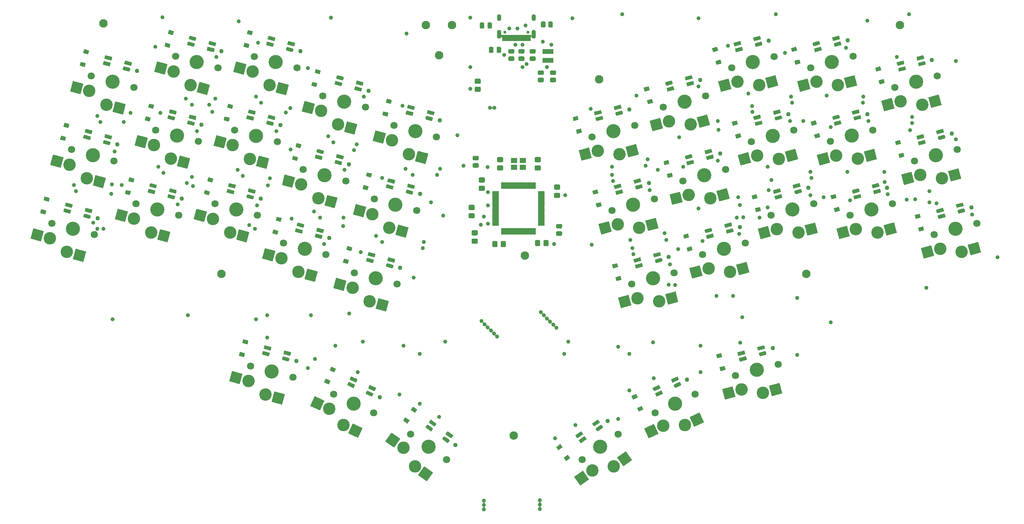
<source format=gbr>
G04 #@! TF.GenerationSoftware,KiCad,Pcbnew,(5.1.9)-1*
G04 #@! TF.CreationDate,2021-04-11T17:50:06-07:00*
G04 #@! TF.ProjectId,euclid36,6575636c-6964-4333-962e-6b696361645f,1.2*
G04 #@! TF.SameCoordinates,PX2faf080PY2faf080*
G04 #@! TF.FileFunction,Soldermask,Bot*
G04 #@! TF.FilePolarity,Negative*
%FSLAX46Y46*%
G04 Gerber Fmt 4.6, Leading zero omitted, Abs format (unit mm)*
G04 Created by KiCad (PCBNEW (5.1.9)-1) date 2021-04-11 17:50:06*
%MOMM*%
%LPD*%
G01*
G04 APERTURE LIST*
%ADD10C,0.750000*%
%ADD11O,1.100000X2.200000*%
%ADD12O,1.100000X1.700000*%
%ADD13C,1.803800*%
%ADD14C,3.102000*%
%ADD15C,3.531000*%
%ADD16C,1.092600*%
%ADD17C,2.102000*%
%ADD18C,1.002000*%
%ADD19C,0.100000*%
G04 APERTURE END LIST*
G36*
G01*
X104005000Y16180000D02*
X104005000Y17630000D01*
G75*
G02*
X104055000Y17680000I50000J0D01*
G01*
X104655000Y17680000D01*
G75*
G02*
X104705000Y17630000I0J-50000D01*
G01*
X104705000Y16180000D01*
G75*
G02*
X104655000Y16130000I-50000J0D01*
G01*
X104055000Y16130000D01*
G75*
G02*
X104005000Y16180000I0J50000D01*
G01*
G37*
G36*
G01*
X97555000Y16180000D02*
X97555000Y17630000D01*
G75*
G02*
X97605000Y17680000I50000J0D01*
G01*
X98205000Y17680000D01*
G75*
G02*
X98255000Y17630000I0J-50000D01*
G01*
X98255000Y16180000D01*
G75*
G02*
X98205000Y16130000I-50000J0D01*
G01*
X97605000Y16130000D01*
G75*
G02*
X97555000Y16180000I0J50000D01*
G01*
G37*
G36*
G01*
X103230000Y16180000D02*
X103230000Y17630000D01*
G75*
G02*
X103280000Y17680000I50000J0D01*
G01*
X103880000Y17680000D01*
G75*
G02*
X103930000Y17630000I0J-50000D01*
G01*
X103930000Y16180000D01*
G75*
G02*
X103880000Y16130000I-50000J0D01*
G01*
X103280000Y16130000D01*
G75*
G02*
X103230000Y16180000I0J50000D01*
G01*
G37*
G36*
G01*
X98330000Y16180000D02*
X98330000Y17630000D01*
G75*
G02*
X98380000Y17680000I50000J0D01*
G01*
X98980000Y17680000D01*
G75*
G02*
X99030000Y17630000I0J-50000D01*
G01*
X99030000Y16180000D01*
G75*
G02*
X98980000Y16130000I-50000J0D01*
G01*
X98380000Y16130000D01*
G75*
G02*
X98330000Y16180000I0J50000D01*
G01*
G37*
G36*
G01*
X99180000Y16180000D02*
X99180000Y17630000D01*
G75*
G02*
X99230000Y17680000I50000J0D01*
G01*
X99530000Y17680000D01*
G75*
G02*
X99580000Y17630000I0J-50000D01*
G01*
X99580000Y16180000D01*
G75*
G02*
X99530000Y16130000I-50000J0D01*
G01*
X99230000Y16130000D01*
G75*
G02*
X99180000Y16180000I0J50000D01*
G01*
G37*
G36*
G01*
X102680000Y16180000D02*
X102680000Y17630000D01*
G75*
G02*
X102730000Y17680000I50000J0D01*
G01*
X103030000Y17680000D01*
G75*
G02*
X103080000Y17630000I0J-50000D01*
G01*
X103080000Y16180000D01*
G75*
G02*
X103030000Y16130000I-50000J0D01*
G01*
X102730000Y16130000D01*
G75*
G02*
X102680000Y16180000I0J50000D01*
G01*
G37*
G36*
G01*
X99680000Y16180000D02*
X99680000Y17630000D01*
G75*
G02*
X99730000Y17680000I50000J0D01*
G01*
X100030000Y17680000D01*
G75*
G02*
X100080000Y17630000I0J-50000D01*
G01*
X100080000Y16180000D01*
G75*
G02*
X100030000Y16130000I-50000J0D01*
G01*
X99730000Y16130000D01*
G75*
G02*
X99680000Y16180000I0J50000D01*
G01*
G37*
G36*
G01*
X102180000Y16180000D02*
X102180000Y17630000D01*
G75*
G02*
X102230000Y17680000I50000J0D01*
G01*
X102530000Y17680000D01*
G75*
G02*
X102580000Y17630000I0J-50000D01*
G01*
X102580000Y16180000D01*
G75*
G02*
X102530000Y16130000I-50000J0D01*
G01*
X102230000Y16130000D01*
G75*
G02*
X102180000Y16180000I0J50000D01*
G01*
G37*
G36*
G01*
X100180000Y16180000D02*
X100180000Y17630000D01*
G75*
G02*
X100230000Y17680000I50000J0D01*
G01*
X100530000Y17680000D01*
G75*
G02*
X100580000Y17630000I0J-50000D01*
G01*
X100580000Y16180000D01*
G75*
G02*
X100530000Y16130000I-50000J0D01*
G01*
X100230000Y16130000D01*
G75*
G02*
X100180000Y16180000I0J50000D01*
G01*
G37*
G36*
G01*
X101680000Y16180000D02*
X101680000Y17630000D01*
G75*
G02*
X101730000Y17680000I50000J0D01*
G01*
X102030000Y17680000D01*
G75*
G02*
X102080000Y17630000I0J-50000D01*
G01*
X102080000Y16180000D01*
G75*
G02*
X102030000Y16130000I-50000J0D01*
G01*
X101730000Y16130000D01*
G75*
G02*
X101680000Y16180000I0J50000D01*
G01*
G37*
G36*
G01*
X101180000Y16180000D02*
X101180000Y17630000D01*
G75*
G02*
X101230000Y17680000I50000J0D01*
G01*
X101530000Y17680000D01*
G75*
G02*
X101580000Y17630000I0J-50000D01*
G01*
X101580000Y16180000D01*
G75*
G02*
X101530000Y16130000I-50000J0D01*
G01*
X101230000Y16130000D01*
G75*
G02*
X101180000Y16180000I0J50000D01*
G01*
G37*
G36*
G01*
X100680000Y16180000D02*
X100680000Y17630000D01*
G75*
G02*
X100730000Y17680000I50000J0D01*
G01*
X101030000Y17680000D01*
G75*
G02*
X101080000Y17630000I0J-50000D01*
G01*
X101080000Y16180000D01*
G75*
G02*
X101030000Y16130000I-50000J0D01*
G01*
X100730000Y16130000D01*
G75*
G02*
X100680000Y16180000I0J50000D01*
G01*
G37*
D10*
X104020000Y18350000D03*
X98240000Y18350000D03*
D11*
X96810000Y17820000D03*
X105450000Y17820000D03*
D12*
X96810000Y22000000D03*
X105450000Y22000000D03*
G36*
G01*
X108678999Y11889000D02*
X109329001Y11889000D01*
G75*
G02*
X109380000Y11838001I0J-50999D01*
G01*
X109380000Y10777999D01*
G75*
G02*
X109329001Y10727000I-50999J0D01*
G01*
X108678999Y10727000D01*
G75*
G02*
X108628000Y10777999I0J50999D01*
G01*
X108628000Y11838001D01*
G75*
G02*
X108678999Y11889000I50999J0D01*
G01*
G37*
G36*
G01*
X107728999Y11889000D02*
X108379001Y11889000D01*
G75*
G02*
X108430000Y11838001I0J-50999D01*
G01*
X108430000Y10777999D01*
G75*
G02*
X108379001Y10727000I-50999J0D01*
G01*
X107728999Y10727000D01*
G75*
G02*
X107678000Y10777999I0J50999D01*
G01*
X107678000Y11838001D01*
G75*
G02*
X107728999Y11889000I50999J0D01*
G01*
G37*
G36*
G01*
X109628999Y11889000D02*
X110279001Y11889000D01*
G75*
G02*
X110330000Y11838001I0J-50999D01*
G01*
X110330000Y10777999D01*
G75*
G02*
X110279001Y10727000I-50999J0D01*
G01*
X109628999Y10727000D01*
G75*
G02*
X109578000Y10777999I0J50999D01*
G01*
X109578000Y11838001D01*
G75*
G02*
X109628999Y11889000I50999J0D01*
G01*
G37*
G36*
G01*
X109628999Y14089000D02*
X110279001Y14089000D01*
G75*
G02*
X110330000Y14038001I0J-50999D01*
G01*
X110330000Y12977999D01*
G75*
G02*
X110279001Y12927000I-50999J0D01*
G01*
X109628999Y12927000D01*
G75*
G02*
X109578000Y12977999I0J50999D01*
G01*
X109578000Y14038001D01*
G75*
G02*
X109628999Y14089000I50999J0D01*
G01*
G37*
G36*
G01*
X108678999Y14089000D02*
X109329001Y14089000D01*
G75*
G02*
X109380000Y14038001I0J-50999D01*
G01*
X109380000Y12977999D01*
G75*
G02*
X109329001Y12927000I-50999J0D01*
G01*
X108678999Y12927000D01*
G75*
G02*
X108628000Y12977999I0J50999D01*
G01*
X108628000Y14038001D01*
G75*
G02*
X108678999Y14089000I50999J0D01*
G01*
G37*
G36*
G01*
X107728999Y14089000D02*
X108379001Y14089000D01*
G75*
G02*
X108430000Y14038001I0J-50999D01*
G01*
X108430000Y12977999D01*
G75*
G02*
X108379001Y12927000I-50999J0D01*
G01*
X107728999Y12927000D01*
G75*
G02*
X107678000Y12977999I0J50999D01*
G01*
X107678000Y14038001D01*
G75*
G02*
X107728999Y14089000I50999J0D01*
G01*
G37*
G36*
G01*
X102876124Y13011000D02*
X101923876Y13011000D01*
G75*
G02*
X101649000Y13285876I0J274876D01*
G01*
X101649000Y13863124D01*
G75*
G02*
X101923876Y14138000I274876J0D01*
G01*
X102876124Y14138000D01*
G75*
G02*
X103151000Y13863124I0J-274876D01*
G01*
X103151000Y13285876D01*
G75*
G02*
X102876124Y13011000I-274876J0D01*
G01*
G37*
G36*
G01*
X102876124Y11186000D02*
X101923876Y11186000D01*
G75*
G02*
X101649000Y11460876I0J274876D01*
G01*
X101649000Y12038124D01*
G75*
G02*
X101923876Y12313000I274876J0D01*
G01*
X102876124Y12313000D01*
G75*
G02*
X103151000Y12038124I0J-274876D01*
G01*
X103151000Y11460876D01*
G75*
G02*
X102876124Y11186000I-274876J0D01*
G01*
G37*
G36*
G01*
X105670124Y13011000D02*
X104717876Y13011000D01*
G75*
G02*
X104443000Y13285876I0J274876D01*
G01*
X104443000Y13863124D01*
G75*
G02*
X104717876Y14138000I274876J0D01*
G01*
X105670124Y14138000D01*
G75*
G02*
X105945000Y13863124I0J-274876D01*
G01*
X105945000Y13285876D01*
G75*
G02*
X105670124Y13011000I-274876J0D01*
G01*
G37*
G36*
G01*
X105670124Y11186000D02*
X104717876Y11186000D01*
G75*
G02*
X104443000Y11460876I0J274876D01*
G01*
X104443000Y12038124D01*
G75*
G02*
X104717876Y12313000I274876J0D01*
G01*
X105670124Y12313000D01*
G75*
G02*
X105945000Y12038124I0J-274876D01*
G01*
X105945000Y11460876D01*
G75*
G02*
X105670124Y11186000I-274876J0D01*
G01*
G37*
G36*
G01*
X100336124Y13011000D02*
X99383876Y13011000D01*
G75*
G02*
X99109000Y13285876I0J274876D01*
G01*
X99109000Y13863124D01*
G75*
G02*
X99383876Y14138000I274876J0D01*
G01*
X100336124Y14138000D01*
G75*
G02*
X100611000Y13863124I0J-274876D01*
G01*
X100611000Y13285876D01*
G75*
G02*
X100336124Y13011000I-274876J0D01*
G01*
G37*
G36*
G01*
X100336124Y11186000D02*
X99383876Y11186000D01*
G75*
G02*
X99109000Y11460876I0J274876D01*
G01*
X99109000Y12038124D01*
G75*
G02*
X99383876Y12313000I274876J0D01*
G01*
X100336124Y12313000D01*
G75*
G02*
X100611000Y12038124I0J-274876D01*
G01*
X100611000Y11460876D01*
G75*
G02*
X100336124Y11186000I-274876J0D01*
G01*
G37*
G36*
G01*
X110750124Y7677000D02*
X109797876Y7677000D01*
G75*
G02*
X109523000Y7951876I0J274876D01*
G01*
X109523000Y8529124D01*
G75*
G02*
X109797876Y8804000I274876J0D01*
G01*
X110750124Y8804000D01*
G75*
G02*
X111025000Y8529124I0J-274876D01*
G01*
X111025000Y7951876D01*
G75*
G02*
X110750124Y7677000I-274876J0D01*
G01*
G37*
G36*
G01*
X110750124Y5852000D02*
X109797876Y5852000D01*
G75*
G02*
X109523000Y6126876I0J274876D01*
G01*
X109523000Y6704124D01*
G75*
G02*
X109797876Y6979000I274876J0D01*
G01*
X110750124Y6979000D01*
G75*
G02*
X111025000Y6704124I0J-274876D01*
G01*
X111025000Y6126876D01*
G75*
G02*
X110750124Y5852000I-274876J0D01*
G01*
G37*
G36*
G01*
X107702124Y7677000D02*
X106749876Y7677000D01*
G75*
G02*
X106475000Y7951876I0J274876D01*
G01*
X106475000Y8529124D01*
G75*
G02*
X106749876Y8804000I274876J0D01*
G01*
X107702124Y8804000D01*
G75*
G02*
X107977000Y8529124I0J-274876D01*
G01*
X107977000Y7951876D01*
G75*
G02*
X107702124Y7677000I-274876J0D01*
G01*
G37*
G36*
G01*
X107702124Y5852000D02*
X106749876Y5852000D01*
G75*
G02*
X106475000Y6126876I0J274876D01*
G01*
X106475000Y6704124D01*
G75*
G02*
X106749876Y6979000I274876J0D01*
G01*
X107702124Y6979000D01*
G75*
G02*
X107977000Y6704124I0J-274876D01*
G01*
X107977000Y6126876D01*
G75*
G02*
X107702124Y5852000I-274876J0D01*
G01*
G37*
G36*
G01*
X109099000Y19805876D02*
X109099000Y20758124D01*
G75*
G02*
X109373876Y21033000I274876J0D01*
G01*
X109951124Y21033000D01*
G75*
G02*
X110226000Y20758124I0J-274876D01*
G01*
X110226000Y19805876D01*
G75*
G02*
X109951124Y19531000I-274876J0D01*
G01*
X109373876Y19531000D01*
G75*
G02*
X109099000Y19805876I0J274876D01*
G01*
G37*
G36*
G01*
X107274000Y19805876D02*
X107274000Y20758124D01*
G75*
G02*
X107548876Y21033000I274876J0D01*
G01*
X108126124Y21033000D01*
G75*
G02*
X108401000Y20758124I0J-274876D01*
G01*
X108401000Y19805876D01*
G75*
G02*
X108126124Y19531000I-274876J0D01*
G01*
X107548876Y19531000D01*
G75*
G02*
X107274000Y19805876I0J274876D01*
G01*
G37*
G36*
G01*
X95397000Y14432500D02*
X95397000Y13431500D01*
G75*
G02*
X95121500Y13156000I-275500J0D01*
G01*
X94570500Y13156000D01*
G75*
G02*
X94295000Y13431500I0J275500D01*
G01*
X94295000Y14432500D01*
G75*
G02*
X94570500Y14708000I275500J0D01*
G01*
X95121500Y14708000D01*
G75*
G02*
X95397000Y14432500I0J-275500D01*
G01*
G37*
G36*
G01*
X97297000Y14432500D02*
X97297000Y13431500D01*
G75*
G02*
X97021500Y13156000I-275500J0D01*
G01*
X96470500Y13156000D01*
G75*
G02*
X96195000Y13431500I0J275500D01*
G01*
X96195000Y14432500D01*
G75*
G02*
X96470500Y14708000I275500J0D01*
G01*
X97021500Y14708000D01*
G75*
G02*
X97297000Y14432500I0J-275500D01*
G01*
G37*
G36*
G01*
X93111000Y20528500D02*
X93111000Y19527500D01*
G75*
G02*
X92835500Y19252000I-275500J0D01*
G01*
X92284500Y19252000D01*
G75*
G02*
X92009000Y19527500I0J275500D01*
G01*
X92009000Y20528500D01*
G75*
G02*
X92284500Y20804000I275500J0D01*
G01*
X92835500Y20804000D01*
G75*
G02*
X93111000Y20528500I0J-275500D01*
G01*
G37*
G36*
G01*
X95011000Y20528500D02*
X95011000Y19527500D01*
G75*
G02*
X94735500Y19252000I-275500J0D01*
G01*
X94184500Y19252000D01*
G75*
G02*
X93909000Y19527500I0J275500D01*
G01*
X93909000Y20528500D01*
G75*
G02*
X94184500Y20804000I275500J0D01*
G01*
X94735500Y20804000D01*
G75*
G02*
X95011000Y20528500I0J-275500D01*
G01*
G37*
G36*
G01*
X97363000Y-30591000D02*
X97913000Y-30591000D01*
G75*
G02*
X97964000Y-30642000I0J-51000D01*
G01*
X97964000Y-32142000D01*
G75*
G02*
X97913000Y-32193000I-51000J0D01*
G01*
X97363000Y-32193000D01*
G75*
G02*
X97312000Y-32142000I0J51000D01*
G01*
X97312000Y-30642000D01*
G75*
G02*
X97363000Y-30591000I51000J0D01*
G01*
G37*
G36*
G01*
X98163000Y-30591000D02*
X98713000Y-30591000D01*
G75*
G02*
X98764000Y-30642000I0J-51000D01*
G01*
X98764000Y-32142000D01*
G75*
G02*
X98713000Y-32193000I-51000J0D01*
G01*
X98163000Y-32193000D01*
G75*
G02*
X98112000Y-32142000I0J51000D01*
G01*
X98112000Y-30642000D01*
G75*
G02*
X98163000Y-30591000I51000J0D01*
G01*
G37*
G36*
G01*
X98963000Y-30591000D02*
X99513000Y-30591000D01*
G75*
G02*
X99564000Y-30642000I0J-51000D01*
G01*
X99564000Y-32142000D01*
G75*
G02*
X99513000Y-32193000I-51000J0D01*
G01*
X98963000Y-32193000D01*
G75*
G02*
X98912000Y-32142000I0J51000D01*
G01*
X98912000Y-30642000D01*
G75*
G02*
X98963000Y-30591000I51000J0D01*
G01*
G37*
G36*
G01*
X99763000Y-30591000D02*
X100313000Y-30591000D01*
G75*
G02*
X100364000Y-30642000I0J-51000D01*
G01*
X100364000Y-32142000D01*
G75*
G02*
X100313000Y-32193000I-51000J0D01*
G01*
X99763000Y-32193000D01*
G75*
G02*
X99712000Y-32142000I0J51000D01*
G01*
X99712000Y-30642000D01*
G75*
G02*
X99763000Y-30591000I51000J0D01*
G01*
G37*
G36*
G01*
X100563000Y-30591000D02*
X101113000Y-30591000D01*
G75*
G02*
X101164000Y-30642000I0J-51000D01*
G01*
X101164000Y-32142000D01*
G75*
G02*
X101113000Y-32193000I-51000J0D01*
G01*
X100563000Y-32193000D01*
G75*
G02*
X100512000Y-32142000I0J51000D01*
G01*
X100512000Y-30642000D01*
G75*
G02*
X100563000Y-30591000I51000J0D01*
G01*
G37*
G36*
G01*
X101363000Y-30591000D02*
X101913000Y-30591000D01*
G75*
G02*
X101964000Y-30642000I0J-51000D01*
G01*
X101964000Y-32142000D01*
G75*
G02*
X101913000Y-32193000I-51000J0D01*
G01*
X101363000Y-32193000D01*
G75*
G02*
X101312000Y-32142000I0J51000D01*
G01*
X101312000Y-30642000D01*
G75*
G02*
X101363000Y-30591000I51000J0D01*
G01*
G37*
G36*
G01*
X102163000Y-30591000D02*
X102713000Y-30591000D01*
G75*
G02*
X102764000Y-30642000I0J-51000D01*
G01*
X102764000Y-32142000D01*
G75*
G02*
X102713000Y-32193000I-51000J0D01*
G01*
X102163000Y-32193000D01*
G75*
G02*
X102112000Y-32142000I0J51000D01*
G01*
X102112000Y-30642000D01*
G75*
G02*
X102163000Y-30591000I51000J0D01*
G01*
G37*
G36*
G01*
X102963000Y-30591000D02*
X103513000Y-30591000D01*
G75*
G02*
X103564000Y-30642000I0J-51000D01*
G01*
X103564000Y-32142000D01*
G75*
G02*
X103513000Y-32193000I-51000J0D01*
G01*
X102963000Y-32193000D01*
G75*
G02*
X102912000Y-32142000I0J51000D01*
G01*
X102912000Y-30642000D01*
G75*
G02*
X102963000Y-30591000I51000J0D01*
G01*
G37*
G36*
G01*
X103763000Y-30591000D02*
X104313000Y-30591000D01*
G75*
G02*
X104364000Y-30642000I0J-51000D01*
G01*
X104364000Y-32142000D01*
G75*
G02*
X104313000Y-32193000I-51000J0D01*
G01*
X103763000Y-32193000D01*
G75*
G02*
X103712000Y-32142000I0J51000D01*
G01*
X103712000Y-30642000D01*
G75*
G02*
X103763000Y-30591000I51000J0D01*
G01*
G37*
G36*
G01*
X104563000Y-30591000D02*
X105113000Y-30591000D01*
G75*
G02*
X105164000Y-30642000I0J-51000D01*
G01*
X105164000Y-32142000D01*
G75*
G02*
X105113000Y-32193000I-51000J0D01*
G01*
X104563000Y-32193000D01*
G75*
G02*
X104512000Y-32142000I0J51000D01*
G01*
X104512000Y-30642000D01*
G75*
G02*
X104563000Y-30591000I51000J0D01*
G01*
G37*
G36*
G01*
X105363000Y-30591000D02*
X105913000Y-30591000D01*
G75*
G02*
X105964000Y-30642000I0J-51000D01*
G01*
X105964000Y-32142000D01*
G75*
G02*
X105913000Y-32193000I-51000J0D01*
G01*
X105363000Y-32193000D01*
G75*
G02*
X105312000Y-32142000I0J51000D01*
G01*
X105312000Y-30642000D01*
G75*
G02*
X105363000Y-30591000I51000J0D01*
G01*
G37*
G36*
G01*
X106537000Y-29967000D02*
X106537000Y-29417000D01*
G75*
G02*
X106588000Y-29366000I51000J0D01*
G01*
X108088000Y-29366000D01*
G75*
G02*
X108139000Y-29417000I0J-51000D01*
G01*
X108139000Y-29967000D01*
G75*
G02*
X108088000Y-30018000I-51000J0D01*
G01*
X106588000Y-30018000D01*
G75*
G02*
X106537000Y-29967000I0J51000D01*
G01*
G37*
G36*
G01*
X106537000Y-29167000D02*
X106537000Y-28617000D01*
G75*
G02*
X106588000Y-28566000I51000J0D01*
G01*
X108088000Y-28566000D01*
G75*
G02*
X108139000Y-28617000I0J-51000D01*
G01*
X108139000Y-29167000D01*
G75*
G02*
X108088000Y-29218000I-51000J0D01*
G01*
X106588000Y-29218000D01*
G75*
G02*
X106537000Y-29167000I0J51000D01*
G01*
G37*
G36*
G01*
X106537000Y-28367000D02*
X106537000Y-27817000D01*
G75*
G02*
X106588000Y-27766000I51000J0D01*
G01*
X108088000Y-27766000D01*
G75*
G02*
X108139000Y-27817000I0J-51000D01*
G01*
X108139000Y-28367000D01*
G75*
G02*
X108088000Y-28418000I-51000J0D01*
G01*
X106588000Y-28418000D01*
G75*
G02*
X106537000Y-28367000I0J51000D01*
G01*
G37*
G36*
G01*
X106537000Y-27567000D02*
X106537000Y-27017000D01*
G75*
G02*
X106588000Y-26966000I51000J0D01*
G01*
X108088000Y-26966000D01*
G75*
G02*
X108139000Y-27017000I0J-51000D01*
G01*
X108139000Y-27567000D01*
G75*
G02*
X108088000Y-27618000I-51000J0D01*
G01*
X106588000Y-27618000D01*
G75*
G02*
X106537000Y-27567000I0J51000D01*
G01*
G37*
G36*
G01*
X106537000Y-26767000D02*
X106537000Y-26217000D01*
G75*
G02*
X106588000Y-26166000I51000J0D01*
G01*
X108088000Y-26166000D01*
G75*
G02*
X108139000Y-26217000I0J-51000D01*
G01*
X108139000Y-26767000D01*
G75*
G02*
X108088000Y-26818000I-51000J0D01*
G01*
X106588000Y-26818000D01*
G75*
G02*
X106537000Y-26767000I0J51000D01*
G01*
G37*
G36*
G01*
X106537000Y-25967000D02*
X106537000Y-25417000D01*
G75*
G02*
X106588000Y-25366000I51000J0D01*
G01*
X108088000Y-25366000D01*
G75*
G02*
X108139000Y-25417000I0J-51000D01*
G01*
X108139000Y-25967000D01*
G75*
G02*
X108088000Y-26018000I-51000J0D01*
G01*
X106588000Y-26018000D01*
G75*
G02*
X106537000Y-25967000I0J51000D01*
G01*
G37*
G36*
G01*
X106537000Y-25167000D02*
X106537000Y-24617000D01*
G75*
G02*
X106588000Y-24566000I51000J0D01*
G01*
X108088000Y-24566000D01*
G75*
G02*
X108139000Y-24617000I0J-51000D01*
G01*
X108139000Y-25167000D01*
G75*
G02*
X108088000Y-25218000I-51000J0D01*
G01*
X106588000Y-25218000D01*
G75*
G02*
X106537000Y-25167000I0J51000D01*
G01*
G37*
G36*
G01*
X106537000Y-24367000D02*
X106537000Y-23817000D01*
G75*
G02*
X106588000Y-23766000I51000J0D01*
G01*
X108088000Y-23766000D01*
G75*
G02*
X108139000Y-23817000I0J-51000D01*
G01*
X108139000Y-24367000D01*
G75*
G02*
X108088000Y-24418000I-51000J0D01*
G01*
X106588000Y-24418000D01*
G75*
G02*
X106537000Y-24367000I0J51000D01*
G01*
G37*
G36*
G01*
X106537000Y-23567000D02*
X106537000Y-23017000D01*
G75*
G02*
X106588000Y-22966000I51000J0D01*
G01*
X108088000Y-22966000D01*
G75*
G02*
X108139000Y-23017000I0J-51000D01*
G01*
X108139000Y-23567000D01*
G75*
G02*
X108088000Y-23618000I-51000J0D01*
G01*
X106588000Y-23618000D01*
G75*
G02*
X106537000Y-23567000I0J51000D01*
G01*
G37*
G36*
G01*
X106537000Y-22767000D02*
X106537000Y-22217000D01*
G75*
G02*
X106588000Y-22166000I51000J0D01*
G01*
X108088000Y-22166000D01*
G75*
G02*
X108139000Y-22217000I0J-51000D01*
G01*
X108139000Y-22767000D01*
G75*
G02*
X108088000Y-22818000I-51000J0D01*
G01*
X106588000Y-22818000D01*
G75*
G02*
X106537000Y-22767000I0J51000D01*
G01*
G37*
G36*
G01*
X106537000Y-21967000D02*
X106537000Y-21417000D01*
G75*
G02*
X106588000Y-21366000I51000J0D01*
G01*
X108088000Y-21366000D01*
G75*
G02*
X108139000Y-21417000I0J-51000D01*
G01*
X108139000Y-21967000D01*
G75*
G02*
X108088000Y-22018000I-51000J0D01*
G01*
X106588000Y-22018000D01*
G75*
G02*
X106537000Y-21967000I0J51000D01*
G01*
G37*
G36*
G01*
X105363000Y-19191000D02*
X105913000Y-19191000D01*
G75*
G02*
X105964000Y-19242000I0J-51000D01*
G01*
X105964000Y-20742000D01*
G75*
G02*
X105913000Y-20793000I-51000J0D01*
G01*
X105363000Y-20793000D01*
G75*
G02*
X105312000Y-20742000I0J51000D01*
G01*
X105312000Y-19242000D01*
G75*
G02*
X105363000Y-19191000I51000J0D01*
G01*
G37*
G36*
G01*
X104563000Y-19191000D02*
X105113000Y-19191000D01*
G75*
G02*
X105164000Y-19242000I0J-51000D01*
G01*
X105164000Y-20742000D01*
G75*
G02*
X105113000Y-20793000I-51000J0D01*
G01*
X104563000Y-20793000D01*
G75*
G02*
X104512000Y-20742000I0J51000D01*
G01*
X104512000Y-19242000D01*
G75*
G02*
X104563000Y-19191000I51000J0D01*
G01*
G37*
G36*
G01*
X103763000Y-19191000D02*
X104313000Y-19191000D01*
G75*
G02*
X104364000Y-19242000I0J-51000D01*
G01*
X104364000Y-20742000D01*
G75*
G02*
X104313000Y-20793000I-51000J0D01*
G01*
X103763000Y-20793000D01*
G75*
G02*
X103712000Y-20742000I0J51000D01*
G01*
X103712000Y-19242000D01*
G75*
G02*
X103763000Y-19191000I51000J0D01*
G01*
G37*
G36*
G01*
X102963000Y-19191000D02*
X103513000Y-19191000D01*
G75*
G02*
X103564000Y-19242000I0J-51000D01*
G01*
X103564000Y-20742000D01*
G75*
G02*
X103513000Y-20793000I-51000J0D01*
G01*
X102963000Y-20793000D01*
G75*
G02*
X102912000Y-20742000I0J51000D01*
G01*
X102912000Y-19242000D01*
G75*
G02*
X102963000Y-19191000I51000J0D01*
G01*
G37*
G36*
G01*
X102163000Y-19191000D02*
X102713000Y-19191000D01*
G75*
G02*
X102764000Y-19242000I0J-51000D01*
G01*
X102764000Y-20742000D01*
G75*
G02*
X102713000Y-20793000I-51000J0D01*
G01*
X102163000Y-20793000D01*
G75*
G02*
X102112000Y-20742000I0J51000D01*
G01*
X102112000Y-19242000D01*
G75*
G02*
X102163000Y-19191000I51000J0D01*
G01*
G37*
G36*
G01*
X101363000Y-19191000D02*
X101913000Y-19191000D01*
G75*
G02*
X101964000Y-19242000I0J-51000D01*
G01*
X101964000Y-20742000D01*
G75*
G02*
X101913000Y-20793000I-51000J0D01*
G01*
X101363000Y-20793000D01*
G75*
G02*
X101312000Y-20742000I0J51000D01*
G01*
X101312000Y-19242000D01*
G75*
G02*
X101363000Y-19191000I51000J0D01*
G01*
G37*
G36*
G01*
X100563000Y-19191000D02*
X101113000Y-19191000D01*
G75*
G02*
X101164000Y-19242000I0J-51000D01*
G01*
X101164000Y-20742000D01*
G75*
G02*
X101113000Y-20793000I-51000J0D01*
G01*
X100563000Y-20793000D01*
G75*
G02*
X100512000Y-20742000I0J51000D01*
G01*
X100512000Y-19242000D01*
G75*
G02*
X100563000Y-19191000I51000J0D01*
G01*
G37*
G36*
G01*
X99763000Y-19191000D02*
X100313000Y-19191000D01*
G75*
G02*
X100364000Y-19242000I0J-51000D01*
G01*
X100364000Y-20742000D01*
G75*
G02*
X100313000Y-20793000I-51000J0D01*
G01*
X99763000Y-20793000D01*
G75*
G02*
X99712000Y-20742000I0J51000D01*
G01*
X99712000Y-19242000D01*
G75*
G02*
X99763000Y-19191000I51000J0D01*
G01*
G37*
G36*
G01*
X98963000Y-19191000D02*
X99513000Y-19191000D01*
G75*
G02*
X99564000Y-19242000I0J-51000D01*
G01*
X99564000Y-20742000D01*
G75*
G02*
X99513000Y-20793000I-51000J0D01*
G01*
X98963000Y-20793000D01*
G75*
G02*
X98912000Y-20742000I0J51000D01*
G01*
X98912000Y-19242000D01*
G75*
G02*
X98963000Y-19191000I51000J0D01*
G01*
G37*
G36*
G01*
X98163000Y-19191000D02*
X98713000Y-19191000D01*
G75*
G02*
X98764000Y-19242000I0J-51000D01*
G01*
X98764000Y-20742000D01*
G75*
G02*
X98713000Y-20793000I-51000J0D01*
G01*
X98163000Y-20793000D01*
G75*
G02*
X98112000Y-20742000I0J51000D01*
G01*
X98112000Y-19242000D01*
G75*
G02*
X98163000Y-19191000I51000J0D01*
G01*
G37*
G36*
G01*
X97363000Y-19191000D02*
X97913000Y-19191000D01*
G75*
G02*
X97964000Y-19242000I0J-51000D01*
G01*
X97964000Y-20742000D01*
G75*
G02*
X97913000Y-20793000I-51000J0D01*
G01*
X97363000Y-20793000D01*
G75*
G02*
X97312000Y-20742000I0J51000D01*
G01*
X97312000Y-19242000D01*
G75*
G02*
X97363000Y-19191000I51000J0D01*
G01*
G37*
G36*
G01*
X95137000Y-21967000D02*
X95137000Y-21417000D01*
G75*
G02*
X95188000Y-21366000I51000J0D01*
G01*
X96688000Y-21366000D01*
G75*
G02*
X96739000Y-21417000I0J-51000D01*
G01*
X96739000Y-21967000D01*
G75*
G02*
X96688000Y-22018000I-51000J0D01*
G01*
X95188000Y-22018000D01*
G75*
G02*
X95137000Y-21967000I0J51000D01*
G01*
G37*
G36*
G01*
X95137000Y-22767000D02*
X95137000Y-22217000D01*
G75*
G02*
X95188000Y-22166000I51000J0D01*
G01*
X96688000Y-22166000D01*
G75*
G02*
X96739000Y-22217000I0J-51000D01*
G01*
X96739000Y-22767000D01*
G75*
G02*
X96688000Y-22818000I-51000J0D01*
G01*
X95188000Y-22818000D01*
G75*
G02*
X95137000Y-22767000I0J51000D01*
G01*
G37*
G36*
G01*
X95137000Y-23567000D02*
X95137000Y-23017000D01*
G75*
G02*
X95188000Y-22966000I51000J0D01*
G01*
X96688000Y-22966000D01*
G75*
G02*
X96739000Y-23017000I0J-51000D01*
G01*
X96739000Y-23567000D01*
G75*
G02*
X96688000Y-23618000I-51000J0D01*
G01*
X95188000Y-23618000D01*
G75*
G02*
X95137000Y-23567000I0J51000D01*
G01*
G37*
G36*
G01*
X95137000Y-24367000D02*
X95137000Y-23817000D01*
G75*
G02*
X95188000Y-23766000I51000J0D01*
G01*
X96688000Y-23766000D01*
G75*
G02*
X96739000Y-23817000I0J-51000D01*
G01*
X96739000Y-24367000D01*
G75*
G02*
X96688000Y-24418000I-51000J0D01*
G01*
X95188000Y-24418000D01*
G75*
G02*
X95137000Y-24367000I0J51000D01*
G01*
G37*
G36*
G01*
X95137000Y-25167000D02*
X95137000Y-24617000D01*
G75*
G02*
X95188000Y-24566000I51000J0D01*
G01*
X96688000Y-24566000D01*
G75*
G02*
X96739000Y-24617000I0J-51000D01*
G01*
X96739000Y-25167000D01*
G75*
G02*
X96688000Y-25218000I-51000J0D01*
G01*
X95188000Y-25218000D01*
G75*
G02*
X95137000Y-25167000I0J51000D01*
G01*
G37*
G36*
G01*
X95137000Y-25967000D02*
X95137000Y-25417000D01*
G75*
G02*
X95188000Y-25366000I51000J0D01*
G01*
X96688000Y-25366000D01*
G75*
G02*
X96739000Y-25417000I0J-51000D01*
G01*
X96739000Y-25967000D01*
G75*
G02*
X96688000Y-26018000I-51000J0D01*
G01*
X95188000Y-26018000D01*
G75*
G02*
X95137000Y-25967000I0J51000D01*
G01*
G37*
G36*
G01*
X95137000Y-26767000D02*
X95137000Y-26217000D01*
G75*
G02*
X95188000Y-26166000I51000J0D01*
G01*
X96688000Y-26166000D01*
G75*
G02*
X96739000Y-26217000I0J-51000D01*
G01*
X96739000Y-26767000D01*
G75*
G02*
X96688000Y-26818000I-51000J0D01*
G01*
X95188000Y-26818000D01*
G75*
G02*
X95137000Y-26767000I0J51000D01*
G01*
G37*
G36*
G01*
X95137000Y-27567000D02*
X95137000Y-27017000D01*
G75*
G02*
X95188000Y-26966000I51000J0D01*
G01*
X96688000Y-26966000D01*
G75*
G02*
X96739000Y-27017000I0J-51000D01*
G01*
X96739000Y-27567000D01*
G75*
G02*
X96688000Y-27618000I-51000J0D01*
G01*
X95188000Y-27618000D01*
G75*
G02*
X95137000Y-27567000I0J51000D01*
G01*
G37*
G36*
G01*
X95137000Y-28367000D02*
X95137000Y-27817000D01*
G75*
G02*
X95188000Y-27766000I51000J0D01*
G01*
X96688000Y-27766000D01*
G75*
G02*
X96739000Y-27817000I0J-51000D01*
G01*
X96739000Y-28367000D01*
G75*
G02*
X96688000Y-28418000I-51000J0D01*
G01*
X95188000Y-28418000D01*
G75*
G02*
X95137000Y-28367000I0J51000D01*
G01*
G37*
G36*
G01*
X95137000Y-29167000D02*
X95137000Y-28617000D01*
G75*
G02*
X95188000Y-28566000I51000J0D01*
G01*
X96688000Y-28566000D01*
G75*
G02*
X96739000Y-28617000I0J-51000D01*
G01*
X96739000Y-29167000D01*
G75*
G02*
X96688000Y-29218000I-51000J0D01*
G01*
X95188000Y-29218000D01*
G75*
G02*
X95137000Y-29167000I0J51000D01*
G01*
G37*
G36*
G01*
X95137000Y-29967000D02*
X95137000Y-29417000D01*
G75*
G02*
X95188000Y-29366000I51000J0D01*
G01*
X96688000Y-29366000D01*
G75*
G02*
X96739000Y-29417000I0J-51000D01*
G01*
X96739000Y-29967000D01*
G75*
G02*
X96688000Y-30018000I-51000J0D01*
G01*
X95188000Y-30018000D01*
G75*
G02*
X95137000Y-29967000I0J51000D01*
G01*
G37*
G36*
G01*
X103489000Y-13065999D02*
X103489000Y-14266001D01*
G75*
G02*
X103438001Y-14317000I-50999J0D01*
G01*
X102037999Y-14317000D01*
G75*
G02*
X101987000Y-14266001I0J50999D01*
G01*
X101987000Y-13065999D01*
G75*
G02*
X102037999Y-13015000I50999J0D01*
G01*
X103438001Y-13015000D01*
G75*
G02*
X103489000Y-13065999I0J-50999D01*
G01*
G37*
G36*
G01*
X101289000Y-13065999D02*
X101289000Y-14266001D01*
G75*
G02*
X101238001Y-14317000I-50999J0D01*
G01*
X99837999Y-14317000D01*
G75*
G02*
X99787000Y-14266001I0J50999D01*
G01*
X99787000Y-13065999D01*
G75*
G02*
X99837999Y-13015000I50999J0D01*
G01*
X101238001Y-13015000D01*
G75*
G02*
X101289000Y-13065999I0J-50999D01*
G01*
G37*
G36*
G01*
X101289000Y-14765999D02*
X101289000Y-15966001D01*
G75*
G02*
X101238001Y-16017000I-50999J0D01*
G01*
X99837999Y-16017000D01*
G75*
G02*
X99787000Y-15966001I0J50999D01*
G01*
X99787000Y-14765999D01*
G75*
G02*
X99837999Y-14715000I50999J0D01*
G01*
X101238001Y-14715000D01*
G75*
G02*
X101289000Y-14765999I0J-50999D01*
G01*
G37*
G36*
G01*
X103489000Y-14765999D02*
X103489000Y-15966001D01*
G75*
G02*
X103438001Y-16017000I-50999J0D01*
G01*
X102037999Y-16017000D01*
G75*
G02*
X101987000Y-15966001I0J50999D01*
G01*
X101987000Y-14765999D01*
G75*
G02*
X102037999Y-14715000I50999J0D01*
G01*
X103438001Y-14715000D01*
G75*
G02*
X103489000Y-14765999I0J-50999D01*
G01*
G37*
G36*
G01*
X90493875Y-14357000D02*
X91446125Y-14357000D01*
G75*
G02*
X91721000Y-14631875I0J-274875D01*
G01*
X91721000Y-15209125D01*
G75*
G02*
X91446125Y-15484000I-274875J0D01*
G01*
X90493875Y-15484000D01*
G75*
G02*
X90219000Y-15209125I0J274875D01*
G01*
X90219000Y-14631875D01*
G75*
G02*
X90493875Y-14357000I274875J0D01*
G01*
G37*
G36*
G01*
X90493875Y-12532000D02*
X91446125Y-12532000D01*
G75*
G02*
X91721000Y-12806875I0J-274875D01*
G01*
X91721000Y-13384125D01*
G75*
G02*
X91446125Y-13659000I-274875J0D01*
G01*
X90493875Y-13659000D01*
G75*
G02*
X90219000Y-13384125I0J274875D01*
G01*
X90219000Y-12806875D01*
G75*
G02*
X90493875Y-12532000I274875J0D01*
G01*
G37*
G36*
G01*
X112274125Y-30677000D02*
X111321875Y-30677000D01*
G75*
G02*
X111047000Y-30402125I0J274875D01*
G01*
X111047000Y-29824875D01*
G75*
G02*
X111321875Y-29550000I274875J0D01*
G01*
X112274125Y-29550000D01*
G75*
G02*
X112549000Y-29824875I0J-274875D01*
G01*
X112549000Y-30402125D01*
G75*
G02*
X112274125Y-30677000I-274875J0D01*
G01*
G37*
G36*
G01*
X112274125Y-32502000D02*
X111321875Y-32502000D01*
G75*
G02*
X111047000Y-32227125I0J274875D01*
G01*
X111047000Y-31649875D01*
G75*
G02*
X111321875Y-31375000I274875J0D01*
G01*
X112274125Y-31375000D01*
G75*
G02*
X112549000Y-31649875I0J-274875D01*
G01*
X112549000Y-32227125D01*
G75*
G02*
X112274125Y-32502000I-274875J0D01*
G01*
G37*
D13*
X35731035Y12295579D03*
X46356219Y9448569D03*
G36*
G01*
X41025631Y3371144D02*
X41698560Y5882551D01*
G75*
G02*
X41761022Y5918613I49262J-13200D01*
G01*
X44272429Y5245684D01*
G75*
G02*
X44308491Y5183222I-13200J-49262D01*
G01*
X43635562Y2671815D01*
G75*
G02*
X43573100Y2635753I-49262J13200D01*
G01*
X41061693Y3308682D01*
G75*
G02*
X41025631Y3371144I13200J49262D01*
G01*
G37*
D14*
X35243426Y8543947D03*
D15*
X41043627Y10872074D03*
D14*
X39503654Y5124815D03*
G36*
G01*
X30438589Y8485541D02*
X31111518Y10996948D01*
G75*
G02*
X31173980Y11033010I49262J-13200D01*
G01*
X33685387Y10360081D01*
G75*
G02*
X33721449Y10297619I-13200J-49262D01*
G01*
X33048520Y7786212D01*
G75*
G02*
X32986058Y7750150I-49262J13200D01*
G01*
X30474651Y8423079D01*
G75*
G02*
X30438589Y8485541I13200J49262D01*
G01*
G37*
D16*
X47172800Y13577927D03*
G36*
G01*
X201564277Y10031923D02*
X201444961Y10477215D01*
G75*
G02*
X201607949Y10759519I222646J59658D01*
G01*
X202903255Y11106595D01*
G75*
G02*
X203185559Y10943607I59658J-222646D01*
G01*
X203304875Y10498315D01*
G75*
G02*
X203141887Y10216011I-222646J-59658D01*
G01*
X201846581Y9868935D01*
G75*
G02*
X201564277Y10031923I-59658J222646D01*
G01*
G37*
G36*
G01*
X201222507Y11307428D02*
X201010275Y12099487D01*
G75*
G02*
X201046337Y12161949I49262J13200D01*
G01*
X202688411Y12601942D01*
G75*
G02*
X202750873Y12565880I13200J-49262D01*
G01*
X202963105Y11773821D01*
G75*
G02*
X202927043Y11711359I-49262J-13200D01*
G01*
X201284969Y11271366D01*
G75*
G02*
X201222507Y11307428I-13200J49262D01*
G01*
G37*
G36*
G01*
X196684513Y8538562D02*
X196472281Y9330621D01*
G75*
G02*
X196508343Y9393083I49262J13200D01*
G01*
X198150417Y9833076D01*
G75*
G02*
X198212879Y9797014I13200J-49262D01*
G01*
X198425111Y9004955D01*
G75*
G02*
X198389049Y8942493I-49262J-13200D01*
G01*
X196746975Y8502500D01*
G75*
G02*
X196684513Y8538562I-13200J49262D01*
G01*
G37*
G36*
G01*
X196296285Y9987451D02*
X196084053Y10779510D01*
G75*
G02*
X196120115Y10841972I49262J13200D01*
G01*
X197762189Y11281965D01*
G75*
G02*
X197824651Y11245903I13200J-49262D01*
G01*
X198036883Y10453844D01*
G75*
G02*
X198000821Y10391382I-49262J-13200D01*
G01*
X196358747Y9951389D01*
G75*
G02*
X196296285Y9987451I-13200J49262D01*
G01*
G37*
G36*
G01*
X206494779Y-8368963D02*
X206375463Y-7923671D01*
G75*
G02*
X206538451Y-7641367I222646J59658D01*
G01*
X207833757Y-7294291D01*
G75*
G02*
X208116061Y-7457279I59658J-222646D01*
G01*
X208235377Y-7902571D01*
G75*
G02*
X208072389Y-8184875I-222646J-59658D01*
G01*
X206777083Y-8531951D01*
G75*
G02*
X206494779Y-8368963I-59658J222646D01*
G01*
G37*
G36*
G01*
X206153009Y-7093458D02*
X205940777Y-6301399D01*
G75*
G02*
X205976839Y-6238937I49262J13200D01*
G01*
X207618913Y-5798944D01*
G75*
G02*
X207681375Y-5835006I13200J-49262D01*
G01*
X207893607Y-6627065D01*
G75*
G02*
X207857545Y-6689527I-49262J-13200D01*
G01*
X206215471Y-7129520D01*
G75*
G02*
X206153009Y-7093458I-13200J49262D01*
G01*
G37*
G36*
G01*
X201615015Y-9862324D02*
X201402783Y-9070265D01*
G75*
G02*
X201438845Y-9007803I49262J13200D01*
G01*
X203080919Y-8567810D01*
G75*
G02*
X203143381Y-8603872I13200J-49262D01*
G01*
X203355613Y-9395931D01*
G75*
G02*
X203319551Y-9458393I-49262J-13200D01*
G01*
X201677477Y-9898386D01*
G75*
G02*
X201615015Y-9862324I-13200J49262D01*
G01*
G37*
G36*
G01*
X201226787Y-8413435D02*
X201014555Y-7621376D01*
G75*
G02*
X201050617Y-7558914I49262J13200D01*
G01*
X202692691Y-7118921D01*
G75*
G02*
X202755153Y-7154983I13200J-49262D01*
G01*
X202967385Y-7947042D01*
G75*
G02*
X202931323Y-8009504I-49262J-13200D01*
G01*
X201289249Y-8449497D01*
G75*
G02*
X201226787Y-8413435I-13200J49262D01*
G01*
G37*
G36*
G01*
X211425281Y-26769849D02*
X211305965Y-26324557D01*
G75*
G02*
X211468953Y-26042253I222646J59658D01*
G01*
X212764259Y-25695177D01*
G75*
G02*
X213046563Y-25858165I59658J-222646D01*
G01*
X213165879Y-26303457D01*
G75*
G02*
X213002891Y-26585761I-222646J-59658D01*
G01*
X211707585Y-26932837D01*
G75*
G02*
X211425281Y-26769849I-59658J222646D01*
G01*
G37*
G36*
G01*
X211083511Y-25494344D02*
X210871279Y-24702285D01*
G75*
G02*
X210907341Y-24639823I49262J13200D01*
G01*
X212549415Y-24199830D01*
G75*
G02*
X212611877Y-24235892I13200J-49262D01*
G01*
X212824109Y-25027951D01*
G75*
G02*
X212788047Y-25090413I-49262J-13200D01*
G01*
X211145973Y-25530406D01*
G75*
G02*
X211083511Y-25494344I-13200J49262D01*
G01*
G37*
G36*
G01*
X206545517Y-28263210D02*
X206333285Y-27471151D01*
G75*
G02*
X206369347Y-27408689I49262J13200D01*
G01*
X208011421Y-26968696D01*
G75*
G02*
X208073883Y-27004758I13200J-49262D01*
G01*
X208286115Y-27796817D01*
G75*
G02*
X208250053Y-27859279I-49262J-13200D01*
G01*
X206607979Y-28299272D01*
G75*
G02*
X206545517Y-28263210I-13200J49262D01*
G01*
G37*
G36*
G01*
X206157289Y-26814321D02*
X205945057Y-26022262D01*
G75*
G02*
X205981119Y-25959800I49262J13200D01*
G01*
X207623193Y-25519807D01*
G75*
G02*
X207685655Y-25555869I13200J-49262D01*
G01*
X207897887Y-26347928D01*
G75*
G02*
X207861825Y-26410390I-49262J-13200D01*
G01*
X206219751Y-26850383D01*
G75*
G02*
X206157289Y-26814321I-13200J49262D01*
G01*
G37*
G36*
G01*
X186701627Y-20845950D02*
X186820943Y-21291242D01*
G75*
G02*
X186657955Y-21573546I-222646J-59658D01*
G01*
X185362649Y-21920622D01*
G75*
G02*
X185080345Y-21757634I-59658J222646D01*
G01*
X184961029Y-21312342D01*
G75*
G02*
X185124017Y-21030038I222646J59658D01*
G01*
X186419323Y-20682962D01*
G75*
G02*
X186701627Y-20845950I59658J-222646D01*
G01*
G37*
G36*
G01*
X187043397Y-22121455D02*
X187255629Y-22913514D01*
G75*
G02*
X187219567Y-22975976I-49262J-13200D01*
G01*
X185577493Y-23415969D01*
G75*
G02*
X185515031Y-23379907I-13200J49262D01*
G01*
X185302799Y-22587848D01*
G75*
G02*
X185338861Y-22525386I49262J13200D01*
G01*
X186980935Y-22085393D01*
G75*
G02*
X187043397Y-22121455I13200J-49262D01*
G01*
G37*
G36*
G01*
X191581391Y-19352589D02*
X191793623Y-20144648D01*
G75*
G02*
X191757561Y-20207110I-49262J-13200D01*
G01*
X190115487Y-20647103D01*
G75*
G02*
X190053025Y-20611041I-13200J49262D01*
G01*
X189840793Y-19818982D01*
G75*
G02*
X189876855Y-19756520I49262J13200D01*
G01*
X191518929Y-19316527D01*
G75*
G02*
X191581391Y-19352589I13200J-49262D01*
G01*
G37*
G36*
G01*
X191969619Y-20801478D02*
X192181851Y-21593537D01*
G75*
G02*
X192145789Y-21655999I-49262J-13200D01*
G01*
X190503715Y-22095992D01*
G75*
G02*
X190441253Y-22059930I-13200J49262D01*
G01*
X190229021Y-21267871D01*
G75*
G02*
X190265083Y-21205409I49262J13200D01*
G01*
X191907157Y-20765416D01*
G75*
G02*
X191969619Y-20801478I13200J-49262D01*
G01*
G37*
G36*
G01*
X181771125Y-2445064D02*
X181890441Y-2890356D01*
G75*
G02*
X181727453Y-3172660I-222646J-59658D01*
G01*
X180432147Y-3519736D01*
G75*
G02*
X180149843Y-3356748I-59658J222646D01*
G01*
X180030527Y-2911456D01*
G75*
G02*
X180193515Y-2629152I222646J59658D01*
G01*
X181488821Y-2282076D01*
G75*
G02*
X181771125Y-2445064I59658J-222646D01*
G01*
G37*
G36*
G01*
X182112895Y-3720569D02*
X182325127Y-4512628D01*
G75*
G02*
X182289065Y-4575090I-49262J-13200D01*
G01*
X180646991Y-5015083D01*
G75*
G02*
X180584529Y-4979021I-13200J49262D01*
G01*
X180372297Y-4186962D01*
G75*
G02*
X180408359Y-4124500I49262J13200D01*
G01*
X182050433Y-3684507D01*
G75*
G02*
X182112895Y-3720569I13200J-49262D01*
G01*
G37*
G36*
G01*
X186650889Y-951703D02*
X186863121Y-1743762D01*
G75*
G02*
X186827059Y-1806224I-49262J-13200D01*
G01*
X185184985Y-2246217D01*
G75*
G02*
X185122523Y-2210155I-13200J49262D01*
G01*
X184910291Y-1418096D01*
G75*
G02*
X184946353Y-1355634I49262J13200D01*
G01*
X186588427Y-915641D01*
G75*
G02*
X186650889Y-951703I13200J-49262D01*
G01*
G37*
G36*
G01*
X187039117Y-2400592D02*
X187251349Y-3192651D01*
G75*
G02*
X187215287Y-3255113I-49262J-13200D01*
G01*
X185573213Y-3695106D01*
G75*
G02*
X185510751Y-3659044I-13200J49262D01*
G01*
X185298519Y-2866985D01*
G75*
G02*
X185334581Y-2804523I49262J13200D01*
G01*
X186976655Y-2364530D01*
G75*
G02*
X187039117Y-2400592I13200J-49262D01*
G01*
G37*
G36*
G01*
X176840623Y15955822D02*
X176959939Y15510530D01*
G75*
G02*
X176796951Y15228226I-222646J-59658D01*
G01*
X175501645Y14881150D01*
G75*
G02*
X175219341Y15044138I-59658J222646D01*
G01*
X175100025Y15489430D01*
G75*
G02*
X175263013Y15771734I222646J59658D01*
G01*
X176558319Y16118810D01*
G75*
G02*
X176840623Y15955822I59658J-222646D01*
G01*
G37*
G36*
G01*
X177182393Y14680317D02*
X177394625Y13888258D01*
G75*
G02*
X177358563Y13825796I-49262J-13200D01*
G01*
X175716489Y13385803D01*
G75*
G02*
X175654027Y13421865I-13200J49262D01*
G01*
X175441795Y14213924D01*
G75*
G02*
X175477857Y14276386I49262J13200D01*
G01*
X177119931Y14716379D01*
G75*
G02*
X177182393Y14680317I13200J-49262D01*
G01*
G37*
G36*
G01*
X181720387Y17449183D02*
X181932619Y16657124D01*
G75*
G02*
X181896557Y16594662I-49262J-13200D01*
G01*
X180254483Y16154669D01*
G75*
G02*
X180192021Y16190731I-13200J49262D01*
G01*
X179979789Y16982790D01*
G75*
G02*
X180015851Y17045252I49262J13200D01*
G01*
X181657925Y17485245D01*
G75*
G02*
X181720387Y17449183I13200J-49262D01*
G01*
G37*
G36*
G01*
X182108615Y16000294D02*
X182320847Y15208235D01*
G75*
G02*
X182284785Y15145773I-49262J-13200D01*
G01*
X180642711Y14705780D01*
G75*
G02*
X180580249Y14741842I-13200J49262D01*
G01*
X180368017Y15533901D01*
G75*
G02*
X180404079Y15596363I49262J13200D01*
G01*
X182046153Y16036356D01*
G75*
G02*
X182108615Y16000294I13200J-49262D01*
G01*
G37*
G36*
G01*
X160818104Y14891627D02*
X160698788Y15336919D01*
G75*
G02*
X160861776Y15619223I222646J59658D01*
G01*
X162157082Y15966299D01*
G75*
G02*
X162439386Y15803311I59658J-222646D01*
G01*
X162558702Y15358019D01*
G75*
G02*
X162395714Y15075715I-222646J-59658D01*
G01*
X161100408Y14728639D01*
G75*
G02*
X160818104Y14891627I-59658J222646D01*
G01*
G37*
G36*
G01*
X160476334Y16167132D02*
X160264102Y16959191D01*
G75*
G02*
X160300164Y17021653I49262J13200D01*
G01*
X161942238Y17461646D01*
G75*
G02*
X162004700Y17425584I13200J-49262D01*
G01*
X162216932Y16633525D01*
G75*
G02*
X162180870Y16571063I-49262J-13200D01*
G01*
X160538796Y16131070D01*
G75*
G02*
X160476334Y16167132I-13200J49262D01*
G01*
G37*
G36*
G01*
X155938340Y13398266D02*
X155726108Y14190325D01*
G75*
G02*
X155762170Y14252787I49262J13200D01*
G01*
X157404244Y14692780D01*
G75*
G02*
X157466706Y14656718I13200J-49262D01*
G01*
X157678938Y13864659D01*
G75*
G02*
X157642876Y13802197I-49262J-13200D01*
G01*
X156000802Y13362204D01*
G75*
G02*
X155938340Y13398266I-13200J49262D01*
G01*
G37*
G36*
G01*
X155550112Y14847155D02*
X155337880Y15639214D01*
G75*
G02*
X155373942Y15701676I49262J13200D01*
G01*
X157016016Y16141669D01*
G75*
G02*
X157078478Y16105607I13200J-49262D01*
G01*
X157290710Y15313548D01*
G75*
G02*
X157254648Y15251086I-49262J-13200D01*
G01*
X155612574Y14811093D01*
G75*
G02*
X155550112Y14847155I-13200J49262D01*
G01*
G37*
G36*
G01*
X165748606Y-3509259D02*
X165629290Y-3063967D01*
G75*
G02*
X165792278Y-2781663I222646J59658D01*
G01*
X167087584Y-2434587D01*
G75*
G02*
X167369888Y-2597575I59658J-222646D01*
G01*
X167489204Y-3042867D01*
G75*
G02*
X167326216Y-3325171I-222646J-59658D01*
G01*
X166030910Y-3672247D01*
G75*
G02*
X165748606Y-3509259I-59658J222646D01*
G01*
G37*
G36*
G01*
X165406836Y-2233754D02*
X165194604Y-1441695D01*
G75*
G02*
X165230666Y-1379233I49262J13200D01*
G01*
X166872740Y-939240D01*
G75*
G02*
X166935202Y-975302I13200J-49262D01*
G01*
X167147434Y-1767361D01*
G75*
G02*
X167111372Y-1829823I-49262J-13200D01*
G01*
X165469298Y-2269816D01*
G75*
G02*
X165406836Y-2233754I-13200J49262D01*
G01*
G37*
G36*
G01*
X160868842Y-5002620D02*
X160656610Y-4210561D01*
G75*
G02*
X160692672Y-4148099I49262J13200D01*
G01*
X162334746Y-3708106D01*
G75*
G02*
X162397208Y-3744168I13200J-49262D01*
G01*
X162609440Y-4536227D01*
G75*
G02*
X162573378Y-4598689I-49262J-13200D01*
G01*
X160931304Y-5038682D01*
G75*
G02*
X160868842Y-5002620I-13200J49262D01*
G01*
G37*
G36*
G01*
X160480614Y-3553731D02*
X160268382Y-2761672D01*
G75*
G02*
X160304444Y-2699210I49262J13200D01*
G01*
X161946518Y-2259217D01*
G75*
G02*
X162008980Y-2295279I13200J-49262D01*
G01*
X162221212Y-3087338D01*
G75*
G02*
X162185150Y-3149800I-49262J-13200D01*
G01*
X160543076Y-3589793D01*
G75*
G02*
X160480614Y-3553731I-13200J49262D01*
G01*
G37*
G36*
G01*
X170679108Y-21910145D02*
X170559792Y-21464853D01*
G75*
G02*
X170722780Y-21182549I222646J59658D01*
G01*
X172018086Y-20835473D01*
G75*
G02*
X172300390Y-20998461I59658J-222646D01*
G01*
X172419706Y-21443753D01*
G75*
G02*
X172256718Y-21726057I-222646J-59658D01*
G01*
X170961412Y-22073133D01*
G75*
G02*
X170679108Y-21910145I-59658J222646D01*
G01*
G37*
G36*
G01*
X170337338Y-20634640D02*
X170125106Y-19842581D01*
G75*
G02*
X170161168Y-19780119I49262J13200D01*
G01*
X171803242Y-19340126D01*
G75*
G02*
X171865704Y-19376188I13200J-49262D01*
G01*
X172077936Y-20168247D01*
G75*
G02*
X172041874Y-20230709I-49262J-13200D01*
G01*
X170399800Y-20670702D01*
G75*
G02*
X170337338Y-20634640I-13200J49262D01*
G01*
G37*
G36*
G01*
X165799344Y-23403506D02*
X165587112Y-22611447D01*
G75*
G02*
X165623174Y-22548985I49262J13200D01*
G01*
X167265248Y-22108992D01*
G75*
G02*
X167327710Y-22145054I13200J-49262D01*
G01*
X167539942Y-22937113D01*
G75*
G02*
X167503880Y-22999575I-49262J-13200D01*
G01*
X165861806Y-23439568D01*
G75*
G02*
X165799344Y-23403506I-13200J49262D01*
G01*
G37*
G36*
G01*
X165411116Y-21954617D02*
X165198884Y-21162558D01*
G75*
G02*
X165234946Y-21100096I49262J13200D01*
G01*
X166877020Y-20660103D01*
G75*
G02*
X166939482Y-20696165I13200J-49262D01*
G01*
X167151714Y-21488224D01*
G75*
G02*
X167115652Y-21550686I-49262J-13200D01*
G01*
X165473578Y-21990679D01*
G75*
G02*
X165411116Y-21954617I-13200J49262D01*
G01*
G37*
G36*
G01*
X149899855Y-30706954D02*
X150019171Y-31152246D01*
G75*
G02*
X149856183Y-31434550I-222646J-59658D01*
G01*
X148560877Y-31781626D01*
G75*
G02*
X148278573Y-31618638I-59658J222646D01*
G01*
X148159257Y-31173346D01*
G75*
G02*
X148322245Y-30891042I222646J59658D01*
G01*
X149617551Y-30543966D01*
G75*
G02*
X149899855Y-30706954I59658J-222646D01*
G01*
G37*
G36*
G01*
X150241625Y-31982459D02*
X150453857Y-32774518D01*
G75*
G02*
X150417795Y-32836980I-49262J-13200D01*
G01*
X148775721Y-33276973D01*
G75*
G02*
X148713259Y-33240911I-13200J49262D01*
G01*
X148501027Y-32448852D01*
G75*
G02*
X148537089Y-32386390I49262J13200D01*
G01*
X150179163Y-31946397D01*
G75*
G02*
X150241625Y-31982459I13200J-49262D01*
G01*
G37*
G36*
G01*
X154779619Y-29213593D02*
X154991851Y-30005652D01*
G75*
G02*
X154955789Y-30068114I-49262J-13200D01*
G01*
X153313715Y-30508107D01*
G75*
G02*
X153251253Y-30472045I-13200J49262D01*
G01*
X153039021Y-29679986D01*
G75*
G02*
X153075083Y-29617524I49262J13200D01*
G01*
X154717157Y-29177531D01*
G75*
G02*
X154779619Y-29213593I13200J-49262D01*
G01*
G37*
G36*
G01*
X155167847Y-30662482D02*
X155380079Y-31454541D01*
G75*
G02*
X155344017Y-31517003I-49262J-13200D01*
G01*
X153701943Y-31956996D01*
G75*
G02*
X153639481Y-31920934I-13200J49262D01*
G01*
X153427249Y-31128875D01*
G75*
G02*
X153463311Y-31066413I49262J13200D01*
G01*
X155105385Y-30626420D01*
G75*
G02*
X155167847Y-30662482I13200J-49262D01*
G01*
G37*
G36*
G01*
X144969353Y-12306068D02*
X145088669Y-12751360D01*
G75*
G02*
X144925681Y-13033664I-222646J-59658D01*
G01*
X143630375Y-13380740D01*
G75*
G02*
X143348071Y-13217752I-59658J222646D01*
G01*
X143228755Y-12772460D01*
G75*
G02*
X143391743Y-12490156I222646J59658D01*
G01*
X144687049Y-12143080D01*
G75*
G02*
X144969353Y-12306068I59658J-222646D01*
G01*
G37*
G36*
G01*
X145311123Y-13581573D02*
X145523355Y-14373632D01*
G75*
G02*
X145487293Y-14436094I-49262J-13200D01*
G01*
X143845219Y-14876087D01*
G75*
G02*
X143782757Y-14840025I-13200J49262D01*
G01*
X143570525Y-14047966D01*
G75*
G02*
X143606587Y-13985504I49262J13200D01*
G01*
X145248661Y-13545511D01*
G75*
G02*
X145311123Y-13581573I13200J-49262D01*
G01*
G37*
G36*
G01*
X149849117Y-10812707D02*
X150061349Y-11604766D01*
G75*
G02*
X150025287Y-11667228I-49262J-13200D01*
G01*
X148383213Y-12107221D01*
G75*
G02*
X148320751Y-12071159I-13200J49262D01*
G01*
X148108519Y-11279100D01*
G75*
G02*
X148144581Y-11216638I49262J13200D01*
G01*
X149786655Y-10776645D01*
G75*
G02*
X149849117Y-10812707I13200J-49262D01*
G01*
G37*
G36*
G01*
X150237345Y-12261596D02*
X150449577Y-13053655D01*
G75*
G02*
X150413515Y-13116117I-49262J-13200D01*
G01*
X148771441Y-13556110D01*
G75*
G02*
X148708979Y-13520048I-13200J49262D01*
G01*
X148496747Y-12727989D01*
G75*
G02*
X148532809Y-12665527I49262J13200D01*
G01*
X150174883Y-12225534D01*
G75*
G02*
X150237345Y-12261596I13200J-49262D01*
G01*
G37*
G36*
G01*
X140038851Y6094818D02*
X140158167Y5649526D01*
G75*
G02*
X139995179Y5367222I-222646J-59658D01*
G01*
X138699873Y5020146D01*
G75*
G02*
X138417569Y5183134I-59658J222646D01*
G01*
X138298253Y5628426D01*
G75*
G02*
X138461241Y5910730I222646J59658D01*
G01*
X139756547Y6257806D01*
G75*
G02*
X140038851Y6094818I59658J-222646D01*
G01*
G37*
G36*
G01*
X140380621Y4819313D02*
X140592853Y4027254D01*
G75*
G02*
X140556791Y3964792I-49262J-13200D01*
G01*
X138914717Y3524799D01*
G75*
G02*
X138852255Y3560861I-13200J49262D01*
G01*
X138640023Y4352920D01*
G75*
G02*
X138676085Y4415382I49262J13200D01*
G01*
X140318159Y4855375D01*
G75*
G02*
X140380621Y4819313I13200J-49262D01*
G01*
G37*
G36*
G01*
X144918615Y7588179D02*
X145130847Y6796120D01*
G75*
G02*
X145094785Y6733658I-49262J-13200D01*
G01*
X143452711Y6293665D01*
G75*
G02*
X143390249Y6329727I-13200J49262D01*
G01*
X143178017Y7121786D01*
G75*
G02*
X143214079Y7184248I49262J13200D01*
G01*
X144856153Y7624241D01*
G75*
G02*
X144918615Y7588179I13200J-49262D01*
G01*
G37*
G36*
G01*
X145306843Y6139290D02*
X145519075Y5347231D01*
G75*
G02*
X145483013Y5284769I-49262J-13200D01*
G01*
X143840939Y4844776D01*
G75*
G02*
X143778477Y4880838I-13200J49262D01*
G01*
X143566245Y5672897D01*
G75*
G02*
X143602307Y5735359I49262J13200D01*
G01*
X145244381Y6175352D01*
G75*
G02*
X145306843Y6139290I13200J-49262D01*
G01*
G37*
G36*
G01*
X125988533Y-2329732D02*
X125869217Y-1884440D01*
G75*
G02*
X126032205Y-1602136I222646J59658D01*
G01*
X127327511Y-1255060D01*
G75*
G02*
X127609815Y-1418048I59658J-222646D01*
G01*
X127729131Y-1863340D01*
G75*
G02*
X127566143Y-2145644I-222646J-59658D01*
G01*
X126270837Y-2492720D01*
G75*
G02*
X125988533Y-2329732I-59658J222646D01*
G01*
G37*
G36*
G01*
X125646763Y-1054227D02*
X125434531Y-262168D01*
G75*
G02*
X125470593Y-199706I49262J13200D01*
G01*
X127112667Y240287D01*
G75*
G02*
X127175129Y204225I13200J-49262D01*
G01*
X127387361Y-587834D01*
G75*
G02*
X127351299Y-650296I-49262J-13200D01*
G01*
X125709225Y-1090289D01*
G75*
G02*
X125646763Y-1054227I-13200J49262D01*
G01*
G37*
G36*
G01*
X121108769Y-3823093D02*
X120896537Y-3031034D01*
G75*
G02*
X120932599Y-2968572I49262J13200D01*
G01*
X122574673Y-2528579D01*
G75*
G02*
X122637135Y-2564641I13200J-49262D01*
G01*
X122849367Y-3356700D01*
G75*
G02*
X122813305Y-3419162I-49262J-13200D01*
G01*
X121171231Y-3859155D01*
G75*
G02*
X121108769Y-3823093I-13200J49262D01*
G01*
G37*
G36*
G01*
X120720541Y-2374204D02*
X120508309Y-1582145D01*
G75*
G02*
X120544371Y-1519683I49262J13200D01*
G01*
X122186445Y-1079690D01*
G75*
G02*
X122248907Y-1115752I13200J-49262D01*
G01*
X122461139Y-1907811D01*
G75*
G02*
X122425077Y-1970273I-49262J-13200D01*
G01*
X120783003Y-2410266D01*
G75*
G02*
X120720541Y-2374204I-13200J49262D01*
G01*
G37*
G36*
G01*
X130919035Y-20730618D02*
X130799719Y-20285326D01*
G75*
G02*
X130962707Y-20003022I222646J59658D01*
G01*
X132258013Y-19655946D01*
G75*
G02*
X132540317Y-19818934I59658J-222646D01*
G01*
X132659633Y-20264226D01*
G75*
G02*
X132496645Y-20546530I-222646J-59658D01*
G01*
X131201339Y-20893606D01*
G75*
G02*
X130919035Y-20730618I-59658J222646D01*
G01*
G37*
G36*
G01*
X130577265Y-19455113D02*
X130365033Y-18663054D01*
G75*
G02*
X130401095Y-18600592I49262J13200D01*
G01*
X132043169Y-18160599D01*
G75*
G02*
X132105631Y-18196661I13200J-49262D01*
G01*
X132317863Y-18988720D01*
G75*
G02*
X132281801Y-19051182I-49262J-13200D01*
G01*
X130639727Y-19491175D01*
G75*
G02*
X130577265Y-19455113I-13200J49262D01*
G01*
G37*
G36*
G01*
X126039271Y-22223979D02*
X125827039Y-21431920D01*
G75*
G02*
X125863101Y-21369458I49262J13200D01*
G01*
X127505175Y-20929465D01*
G75*
G02*
X127567637Y-20965527I13200J-49262D01*
G01*
X127779869Y-21757586D01*
G75*
G02*
X127743807Y-21820048I-49262J-13200D01*
G01*
X126101733Y-22260041D01*
G75*
G02*
X126039271Y-22223979I-13200J49262D01*
G01*
G37*
G36*
G01*
X125651043Y-20775090D02*
X125438811Y-19983031D01*
G75*
G02*
X125474873Y-19920569I49262J13200D01*
G01*
X127116947Y-19480576D01*
G75*
G02*
X127179409Y-19516638I13200J-49262D01*
G01*
X127391641Y-20308697D01*
G75*
G02*
X127355579Y-20371159I-49262J-13200D01*
G01*
X125713505Y-20811152D01*
G75*
G02*
X125651043Y-20775090I-13200J49262D01*
G01*
G37*
G36*
G01*
X135849537Y-39131504D02*
X135730221Y-38686212D01*
G75*
G02*
X135893209Y-38403908I222646J59658D01*
G01*
X137188515Y-38056832D01*
G75*
G02*
X137470819Y-38219820I59658J-222646D01*
G01*
X137590135Y-38665112D01*
G75*
G02*
X137427147Y-38947416I-222646J-59658D01*
G01*
X136131841Y-39294492D01*
G75*
G02*
X135849537Y-39131504I-59658J222646D01*
G01*
G37*
G36*
G01*
X135507767Y-37855999D02*
X135295535Y-37063940D01*
G75*
G02*
X135331597Y-37001478I49262J13200D01*
G01*
X136973671Y-36561485D01*
G75*
G02*
X137036133Y-36597547I13200J-49262D01*
G01*
X137248365Y-37389606D01*
G75*
G02*
X137212303Y-37452068I-49262J-13200D01*
G01*
X135570229Y-37892061D01*
G75*
G02*
X135507767Y-37855999I-13200J49262D01*
G01*
G37*
G36*
G01*
X130969773Y-40624865D02*
X130757541Y-39832806D01*
G75*
G02*
X130793603Y-39770344I49262J13200D01*
G01*
X132435677Y-39330351D01*
G75*
G02*
X132498139Y-39366413I13200J-49262D01*
G01*
X132710371Y-40158472D01*
G75*
G02*
X132674309Y-40220934I-49262J-13200D01*
G01*
X131032235Y-40660927D01*
G75*
G02*
X130969773Y-40624865I-13200J49262D01*
G01*
G37*
G36*
G01*
X130581545Y-39175976D02*
X130369313Y-38383917D01*
G75*
G02*
X130405375Y-38321455I49262J13200D01*
G01*
X132047449Y-37881462D01*
G75*
G02*
X132109911Y-37917524I13200J-49262D01*
G01*
X132322143Y-38709583D01*
G75*
G02*
X132286081Y-38772045I-49262J-13200D01*
G01*
X130644007Y-39212038D01*
G75*
G02*
X130581545Y-39175976I-13200J49262D01*
G01*
G37*
G36*
G01*
X161810527Y-62415694D02*
X161691211Y-61970402D01*
G75*
G02*
X161854199Y-61688098I222646J59658D01*
G01*
X163149505Y-61341022D01*
G75*
G02*
X163431809Y-61504010I59658J-222646D01*
G01*
X163551125Y-61949302D01*
G75*
G02*
X163388137Y-62231606I-222646J-59658D01*
G01*
X162092831Y-62578682D01*
G75*
G02*
X161810527Y-62415694I-59658J222646D01*
G01*
G37*
G36*
G01*
X161468757Y-61140189D02*
X161256525Y-60348130D01*
G75*
G02*
X161292587Y-60285668I49262J13200D01*
G01*
X162934661Y-59845675D01*
G75*
G02*
X162997123Y-59881737I13200J-49262D01*
G01*
X163209355Y-60673796D01*
G75*
G02*
X163173293Y-60736258I-49262J-13200D01*
G01*
X161531219Y-61176251D01*
G75*
G02*
X161468757Y-61140189I-13200J49262D01*
G01*
G37*
G36*
G01*
X156930763Y-63909055D02*
X156718531Y-63116996D01*
G75*
G02*
X156754593Y-63054534I49262J13200D01*
G01*
X158396667Y-62614541D01*
G75*
G02*
X158459129Y-62650603I13200J-49262D01*
G01*
X158671361Y-63442662D01*
G75*
G02*
X158635299Y-63505124I-49262J-13200D01*
G01*
X156993225Y-63945117D01*
G75*
G02*
X156930763Y-63909055I-13200J49262D01*
G01*
G37*
G36*
G01*
X156542535Y-62460166D02*
X156330303Y-61668107D01*
G75*
G02*
X156366365Y-61605645I49262J13200D01*
G01*
X158008439Y-61165652D01*
G75*
G02*
X158070901Y-61201714I13200J-49262D01*
G01*
X158283133Y-61993773D01*
G75*
G02*
X158247071Y-62056235I-49262J-13200D01*
G01*
X156604997Y-62496228D01*
G75*
G02*
X156542535Y-62460166I-13200J49262D01*
G01*
G37*
G36*
G01*
X140655305Y-70350794D02*
X140460478Y-69932987D01*
G75*
G02*
X140571968Y-69626669I208904J97414D01*
G01*
X141787327Y-69059938D01*
G75*
G02*
X142093645Y-69171428I97414J-208904D01*
G01*
X142288472Y-69589235D01*
G75*
G02*
X142176982Y-69895553I-208904J-97414D01*
G01*
X140961623Y-70462284D01*
G75*
G02*
X140655305Y-70350794I-97414J208904D01*
G01*
G37*
G36*
G01*
X140097237Y-69154016D02*
X139750690Y-68410843D01*
G75*
G02*
X139775358Y-68343067I46222J21554D01*
G01*
X141316081Y-67624616D01*
G75*
G02*
X141383857Y-67649284I21554J-46222D01*
G01*
X141730404Y-68392457D01*
G75*
G02*
X141705736Y-68460233I-46222J-21554D01*
G01*
X140165013Y-69178684D01*
G75*
G02*
X140097237Y-69154016I-21554J46222D01*
G01*
G37*
G36*
G01*
X136108995Y-72668830D02*
X135762448Y-71925657D01*
G75*
G02*
X135787116Y-71857881I46222J21554D01*
G01*
X137327839Y-71139430D01*
G75*
G02*
X137395615Y-71164098I21554J-46222D01*
G01*
X137742162Y-71907271D01*
G75*
G02*
X137717494Y-71975047I-46222J-21554D01*
G01*
X136176771Y-72693498D01*
G75*
G02*
X136108995Y-72668830I-21554J46222D01*
G01*
G37*
G36*
G01*
X135475067Y-71309369D02*
X135128520Y-70566196D01*
G75*
G02*
X135153188Y-70498420I46222J21554D01*
G01*
X136693911Y-69779969D01*
G75*
G02*
X136761687Y-69804637I21554J-46222D01*
G01*
X137108234Y-70547810D01*
G75*
G02*
X137083566Y-70615586I-46222J-21554D01*
G01*
X135542843Y-71334037D01*
G75*
G02*
X135475067Y-71309369I-21554J46222D01*
G01*
G37*
G36*
G01*
X121252607Y-81221039D02*
X120988188Y-80843409D01*
G75*
G02*
X121044794Y-80522385I188815J132209D01*
G01*
X122143277Y-79753219D01*
G75*
G02*
X122464301Y-79809825I132209J-188815D01*
G01*
X122728720Y-80187455D01*
G75*
G02*
X122672114Y-80508479I-188815J-132209D01*
G01*
X121573631Y-81277645D01*
G75*
G02*
X121252607Y-81221039I-132209J188815D01*
G01*
G37*
G36*
G01*
X120495199Y-80139348D02*
X120024866Y-79467644D01*
G75*
G02*
X120037391Y-79396615I41777J29252D01*
G01*
X121429950Y-78421535D01*
G75*
G02*
X121500979Y-78434060I29252J-41777D01*
G01*
X121971312Y-79105764D01*
G75*
G02*
X121958787Y-79176793I-41777J-29252D01*
G01*
X120566228Y-80151873D01*
G75*
G02*
X120495199Y-80139348I-29252J41777D01*
G01*
G37*
G36*
G01*
X117177889Y-84293316D02*
X116707556Y-83621612D01*
G75*
G02*
X116720081Y-83550583I41777J29252D01*
G01*
X118112640Y-82575503D01*
G75*
G02*
X118183669Y-82588028I29252J-41777D01*
G01*
X118654002Y-83259732D01*
G75*
G02*
X118641477Y-83330761I-41777J-29252D01*
G01*
X117248918Y-84305841D01*
G75*
G02*
X117177889Y-84293316I-29252J41777D01*
G01*
G37*
G36*
G01*
X116317524Y-83064588D02*
X115847191Y-82392884D01*
G75*
G02*
X115859716Y-82321855I41777J29252D01*
G01*
X117252275Y-81346775D01*
G75*
G02*
X117323304Y-81359300I29252J-41777D01*
G01*
X117793637Y-82031004D01*
G75*
G02*
X117781112Y-82102033I-41777J-29252D01*
G01*
X116388553Y-83077113D01*
G75*
G02*
X116317524Y-83064588I-29252J41777D01*
G01*
G37*
G36*
G01*
X82680551Y-83112695D02*
X82944970Y-82735065D01*
G75*
G02*
X83265994Y-82678459I188815J-132209D01*
G01*
X84364477Y-83447625D01*
G75*
G02*
X84421083Y-83768649I-132209J-188815D01*
G01*
X84156664Y-84146279D01*
G75*
G02*
X83835640Y-84202885I-188815J132209D01*
G01*
X82737157Y-83433719D01*
G75*
G02*
X82680551Y-83112695I132209J188815D01*
G01*
G37*
G36*
G01*
X83437959Y-82031004D02*
X83908292Y-81359300D01*
G75*
G02*
X83979321Y-81346775I41777J-29252D01*
G01*
X85371880Y-82321855D01*
G75*
G02*
X85384405Y-82392884I-29252J-41777D01*
G01*
X84914072Y-83064588D01*
G75*
G02*
X84843043Y-83077113I-41777J29252D01*
G01*
X83450484Y-82102033D01*
G75*
G02*
X83437959Y-82031004I29252J41777D01*
G01*
G37*
G36*
G01*
X78399919Y-80334492D02*
X78870252Y-79662788D01*
G75*
G02*
X78941281Y-79650263I41777J-29252D01*
G01*
X80333840Y-80625343D01*
G75*
G02*
X80346365Y-80696372I-29252J-41777D01*
G01*
X79876032Y-81368076D01*
G75*
G02*
X79805003Y-81380601I-41777J29252D01*
G01*
X78412444Y-80405521D01*
G75*
G02*
X78399919Y-80334492I29252J41777D01*
G01*
G37*
G36*
G01*
X79260284Y-79105764D02*
X79730617Y-78434060D01*
G75*
G02*
X79801646Y-78421535I41777J-29252D01*
G01*
X81194205Y-79396615D01*
G75*
G02*
X81206730Y-79467644I-29252J-41777D01*
G01*
X80736397Y-80139348D01*
G75*
G02*
X80665368Y-80151873I-41777J29252D01*
G01*
X79272809Y-79176793D01*
G75*
G02*
X79260284Y-79105764I29252J41777D01*
G01*
G37*
G36*
G01*
X63565294Y-71744588D02*
X63760121Y-71326781D01*
G75*
G02*
X64066439Y-71215291I208904J-97414D01*
G01*
X65281798Y-71782022D01*
G75*
G02*
X65393288Y-72088340I-97414J-208904D01*
G01*
X65198461Y-72506147D01*
G75*
G02*
X64892143Y-72617637I-208904J97414D01*
G01*
X63676784Y-72050906D01*
G75*
G02*
X63565294Y-71744588I97414J208904D01*
G01*
G37*
G36*
G01*
X64123362Y-70547810D02*
X64469909Y-69804637D01*
G75*
G02*
X64537685Y-69779969I46222J-21554D01*
G01*
X66078408Y-70498420D01*
G75*
G02*
X66103076Y-70566196I-21554J-46222D01*
G01*
X65756529Y-71309369D01*
G75*
G02*
X65688753Y-71334037I-46222J21554D01*
G01*
X64148030Y-70615586D01*
G75*
G02*
X64123362Y-70547810I21554J46222D01*
G01*
G37*
G36*
G01*
X58867264Y-69751918D02*
X59213811Y-69008745D01*
G75*
G02*
X59281587Y-68984077I46222J-21554D01*
G01*
X60822310Y-69702528D01*
G75*
G02*
X60846978Y-69770304I-21554J-46222D01*
G01*
X60500431Y-70513477D01*
G75*
G02*
X60432655Y-70538145I-46222J21554D01*
G01*
X58891932Y-69819694D01*
G75*
G02*
X58867264Y-69751918I21554J46222D01*
G01*
G37*
G36*
G01*
X59501192Y-68392457D02*
X59847739Y-67649284D01*
G75*
G02*
X59915515Y-67624616I46222J-21554D01*
G01*
X61456238Y-68343067D01*
G75*
G02*
X61480906Y-68410843I-21554J-46222D01*
G01*
X61134359Y-69154016D01*
G75*
G02*
X61066583Y-69178684I-46222J21554D01*
G01*
X59525860Y-68460233D01*
G75*
G02*
X59501192Y-68392457I21554J46222D01*
G01*
G37*
G36*
G01*
X42606693Y-63269279D02*
X42726009Y-62823987D01*
G75*
G02*
X43008313Y-62660999I222646J-59658D01*
G01*
X44303619Y-63008075D01*
G75*
G02*
X44466607Y-63290379I-59658J-222646D01*
G01*
X44347291Y-63735671D01*
G75*
G02*
X44064987Y-63898659I-222646J59658D01*
G01*
X42769681Y-63551583D01*
G75*
G02*
X42606693Y-63269279I59658J222646D01*
G01*
G37*
G36*
G01*
X42948463Y-61993773D02*
X43160695Y-61201714D01*
G75*
G02*
X43223157Y-61165652I49262J-13200D01*
G01*
X44865231Y-61605645D01*
G75*
G02*
X44901293Y-61668107I-13200J-49262D01*
G01*
X44689061Y-62460166D01*
G75*
G02*
X44626599Y-62496228I-49262J13200D01*
G01*
X42984525Y-62056235D01*
G75*
G02*
X42948463Y-61993773I13200J49262D01*
G01*
G37*
G36*
G01*
X37634013Y-62122685D02*
X37846245Y-61330626D01*
G75*
G02*
X37908707Y-61294564I49262J-13200D01*
G01*
X39550781Y-61734557D01*
G75*
G02*
X39586843Y-61797019I-13200J-49262D01*
G01*
X39374611Y-62589078D01*
G75*
G02*
X39312149Y-62625140I-49262J13200D01*
G01*
X37670075Y-62185147D01*
G75*
G02*
X37634013Y-62122685I13200J49262D01*
G01*
G37*
G36*
G01*
X38022241Y-60673796D02*
X38234473Y-59881737D01*
G75*
G02*
X38296935Y-59845675I49262J-13200D01*
G01*
X39939009Y-60285668D01*
G75*
G02*
X39975071Y-60348130I-13200J-49262D01*
G01*
X39762839Y-61140189D01*
G75*
G02*
X39700377Y-61176251I-49262J13200D01*
G01*
X38058303Y-60736258D01*
G75*
G02*
X38022241Y-60673796I13200J49262D01*
G01*
G37*
G36*
G01*
X68567683Y-39985089D02*
X68686999Y-39539797D01*
G75*
G02*
X68969303Y-39376809I222646J-59658D01*
G01*
X70264609Y-39723885D01*
G75*
G02*
X70427597Y-40006189I-59658J-222646D01*
G01*
X70308281Y-40451481D01*
G75*
G02*
X70025977Y-40614469I-222646J59658D01*
G01*
X68730671Y-40267393D01*
G75*
G02*
X68567683Y-39985089I59658J222646D01*
G01*
G37*
G36*
G01*
X68909453Y-38709583D02*
X69121685Y-37917524D01*
G75*
G02*
X69184147Y-37881462I49262J-13200D01*
G01*
X70826221Y-38321455D01*
G75*
G02*
X70862283Y-38383917I-13200J-49262D01*
G01*
X70650051Y-39175976D01*
G75*
G02*
X70587589Y-39212038I-49262J13200D01*
G01*
X68945515Y-38772045D01*
G75*
G02*
X68909453Y-38709583I13200J49262D01*
G01*
G37*
G36*
G01*
X63595003Y-38838495D02*
X63807235Y-38046436D01*
G75*
G02*
X63869697Y-38010374I49262J-13200D01*
G01*
X65511771Y-38450367D01*
G75*
G02*
X65547833Y-38512829I-13200J-49262D01*
G01*
X65335601Y-39304888D01*
G75*
G02*
X65273139Y-39340950I-49262J13200D01*
G01*
X63631065Y-38900957D01*
G75*
G02*
X63595003Y-38838495I13200J49262D01*
G01*
G37*
G36*
G01*
X63983231Y-37389606D02*
X64195463Y-36597547D01*
G75*
G02*
X64257925Y-36561485I49262J-13200D01*
G01*
X65899999Y-37001478D01*
G75*
G02*
X65936061Y-37063940I-13200J-49262D01*
G01*
X65723829Y-37855999D01*
G75*
G02*
X65661367Y-37892061I-49262J13200D01*
G01*
X64019293Y-37452068D01*
G75*
G02*
X63983231Y-37389606I13200J49262D01*
G01*
G37*
G36*
G01*
X73498185Y-21584203D02*
X73617501Y-21138911D01*
G75*
G02*
X73899805Y-20975923I222646J-59658D01*
G01*
X75195111Y-21322999D01*
G75*
G02*
X75358099Y-21605303I-59658J-222646D01*
G01*
X75238783Y-22050595D01*
G75*
G02*
X74956479Y-22213583I-222646J59658D01*
G01*
X73661173Y-21866507D01*
G75*
G02*
X73498185Y-21584203I59658J222646D01*
G01*
G37*
G36*
G01*
X73839955Y-20308697D02*
X74052187Y-19516638D01*
G75*
G02*
X74114649Y-19480576I49262J-13200D01*
G01*
X75756723Y-19920569D01*
G75*
G02*
X75792785Y-19983031I-13200J-49262D01*
G01*
X75580553Y-20775090D01*
G75*
G02*
X75518091Y-20811152I-49262J13200D01*
G01*
X73876017Y-20371159D01*
G75*
G02*
X73839955Y-20308697I13200J49262D01*
G01*
G37*
G36*
G01*
X68525505Y-20437609D02*
X68737737Y-19645550D01*
G75*
G02*
X68800199Y-19609488I49262J-13200D01*
G01*
X70442273Y-20049481D01*
G75*
G02*
X70478335Y-20111943I-13200J-49262D01*
G01*
X70266103Y-20904002D01*
G75*
G02*
X70203641Y-20940064I-49262J13200D01*
G01*
X68561567Y-20500071D01*
G75*
G02*
X68525505Y-20437609I13200J49262D01*
G01*
G37*
G36*
G01*
X68913733Y-18988720D02*
X69125965Y-18196661D01*
G75*
G02*
X69188427Y-18160599I49262J-13200D01*
G01*
X70830501Y-18600592D01*
G75*
G02*
X70866563Y-18663054I-13200J-49262D01*
G01*
X70654331Y-19455113D01*
G75*
G02*
X70591869Y-19491175I-49262J13200D01*
G01*
X68949795Y-19051182D01*
G75*
G02*
X68913733Y-18988720I13200J49262D01*
G01*
G37*
G36*
G01*
X78428687Y-3183317D02*
X78548003Y-2738025D01*
G75*
G02*
X78830307Y-2575037I222646J-59658D01*
G01*
X80125613Y-2922113D01*
G75*
G02*
X80288601Y-3204417I-59658J-222646D01*
G01*
X80169285Y-3649709D01*
G75*
G02*
X79886981Y-3812697I-222646J59658D01*
G01*
X78591675Y-3465621D01*
G75*
G02*
X78428687Y-3183317I59658J222646D01*
G01*
G37*
G36*
G01*
X78770457Y-1907811D02*
X78982689Y-1115752D01*
G75*
G02*
X79045151Y-1079690I49262J-13200D01*
G01*
X80687225Y-1519683D01*
G75*
G02*
X80723287Y-1582145I-13200J-49262D01*
G01*
X80511055Y-2374204D01*
G75*
G02*
X80448593Y-2410266I-49262J13200D01*
G01*
X78806519Y-1970273D01*
G75*
G02*
X78770457Y-1907811I13200J49262D01*
G01*
G37*
G36*
G01*
X73456007Y-2036723D02*
X73668239Y-1244664D01*
G75*
G02*
X73730701Y-1208602I49262J-13200D01*
G01*
X75372775Y-1648595D01*
G75*
G02*
X75408837Y-1711057I-13200J-49262D01*
G01*
X75196605Y-2503116D01*
G75*
G02*
X75134143Y-2539178I-49262J13200D01*
G01*
X73492069Y-2099185D01*
G75*
G02*
X73456007Y-2036723I13200J49262D01*
G01*
G37*
G36*
G01*
X73844235Y-587834D02*
X74056467Y204225D01*
G75*
G02*
X74118929Y240287I49262J-13200D01*
G01*
X75761003Y-199706D01*
G75*
G02*
X75797065Y-262168I-13200J-49262D01*
G01*
X75584833Y-1054227D01*
G75*
G02*
X75522371Y-1090289I-49262J13200D01*
G01*
X73880297Y-650296D01*
G75*
G02*
X73844235Y-587834I13200J49262D01*
G01*
G37*
G36*
G01*
X58007121Y6948403D02*
X57887805Y6503111D01*
G75*
G02*
X57605501Y6340123I-222646J59658D01*
G01*
X56310195Y6687199D01*
G75*
G02*
X56147207Y6969503I59658J222646D01*
G01*
X56266523Y7414795D01*
G75*
G02*
X56548827Y7577783I222646J-59658D01*
G01*
X57844133Y7230707D01*
G75*
G02*
X58007121Y6948403I-59658J-222646D01*
G01*
G37*
G36*
G01*
X57665351Y5672897D02*
X57453119Y4880838D01*
G75*
G02*
X57390657Y4844776I-49262J13200D01*
G01*
X55748583Y5284769D01*
G75*
G02*
X55712521Y5347231I13200J49262D01*
G01*
X55924753Y6139290D01*
G75*
G02*
X55987215Y6175352I49262J-13200D01*
G01*
X57629289Y5735359D01*
G75*
G02*
X57665351Y5672897I-13200J-49262D01*
G01*
G37*
G36*
G01*
X62979801Y5801809D02*
X62767569Y5009750D01*
G75*
G02*
X62705107Y4973688I-49262J13200D01*
G01*
X61063033Y5413681D01*
G75*
G02*
X61026971Y5476143I13200J49262D01*
G01*
X61239203Y6268202D01*
G75*
G02*
X61301665Y6304264I49262J-13200D01*
G01*
X62943739Y5864271D01*
G75*
G02*
X62979801Y5801809I-13200J-49262D01*
G01*
G37*
G36*
G01*
X62591573Y4352920D02*
X62379341Y3560861D01*
G75*
G02*
X62316879Y3524799I-49262J13200D01*
G01*
X60674805Y3964792D01*
G75*
G02*
X60638743Y4027254I13200J49262D01*
G01*
X60850975Y4819313D01*
G75*
G02*
X60913437Y4855375I49262J-13200D01*
G01*
X62555511Y4415382D01*
G75*
G02*
X62591573Y4352920I-13200J-49262D01*
G01*
G37*
G36*
G01*
X53076619Y-11452483D02*
X52957303Y-11897775D01*
G75*
G02*
X52674999Y-12060763I-222646J59658D01*
G01*
X51379693Y-11713687D01*
G75*
G02*
X51216705Y-11431383I59658J222646D01*
G01*
X51336021Y-10986091D01*
G75*
G02*
X51618325Y-10823103I222646J-59658D01*
G01*
X52913631Y-11170179D01*
G75*
G02*
X53076619Y-11452483I-59658J-222646D01*
G01*
G37*
G36*
G01*
X52734849Y-12727989D02*
X52522617Y-13520048D01*
G75*
G02*
X52460155Y-13556110I-49262J13200D01*
G01*
X50818081Y-13116117D01*
G75*
G02*
X50782019Y-13053655I13200J49262D01*
G01*
X50994251Y-12261596D01*
G75*
G02*
X51056713Y-12225534I49262J-13200D01*
G01*
X52698787Y-12665527D01*
G75*
G02*
X52734849Y-12727989I-13200J-49262D01*
G01*
G37*
G36*
G01*
X58049299Y-12599077D02*
X57837067Y-13391136D01*
G75*
G02*
X57774605Y-13427198I-49262J13200D01*
G01*
X56132531Y-12987205D01*
G75*
G02*
X56096469Y-12924743I13200J49262D01*
G01*
X56308701Y-12132684D01*
G75*
G02*
X56371163Y-12096622I49262J-13200D01*
G01*
X58013237Y-12536615D01*
G75*
G02*
X58049299Y-12599077I-13200J-49262D01*
G01*
G37*
G36*
G01*
X57661071Y-14047966D02*
X57448839Y-14840025D01*
G75*
G02*
X57386377Y-14876087I-49262J13200D01*
G01*
X55744303Y-14436094D01*
G75*
G02*
X55708241Y-14373632I13200J49262D01*
G01*
X55920473Y-13581573D01*
G75*
G02*
X55982935Y-13545511I49262J-13200D01*
G01*
X57625009Y-13985504D01*
G75*
G02*
X57661071Y-14047966I-13200J-49262D01*
G01*
G37*
G36*
G01*
X48146117Y-29853369D02*
X48026801Y-30298661D01*
G75*
G02*
X47744497Y-30461649I-222646J59658D01*
G01*
X46449191Y-30114573D01*
G75*
G02*
X46286203Y-29832269I59658J222646D01*
G01*
X46405519Y-29386977D01*
G75*
G02*
X46687823Y-29223989I222646J-59658D01*
G01*
X47983129Y-29571065D01*
G75*
G02*
X48146117Y-29853369I-59658J-222646D01*
G01*
G37*
G36*
G01*
X47804347Y-31128875D02*
X47592115Y-31920934D01*
G75*
G02*
X47529653Y-31956996I-49262J13200D01*
G01*
X45887579Y-31517003D01*
G75*
G02*
X45851517Y-31454541I13200J49262D01*
G01*
X46063749Y-30662482D01*
G75*
G02*
X46126211Y-30626420I49262J-13200D01*
G01*
X47768285Y-31066413D01*
G75*
G02*
X47804347Y-31128875I-13200J-49262D01*
G01*
G37*
G36*
G01*
X53118797Y-30999963D02*
X52906565Y-31792022D01*
G75*
G02*
X52844103Y-31828084I-49262J13200D01*
G01*
X51202029Y-31388091D01*
G75*
G02*
X51165967Y-31325629I13200J49262D01*
G01*
X51378199Y-30533570D01*
G75*
G02*
X51440661Y-30497508I49262J-13200D01*
G01*
X53082735Y-30937501D01*
G75*
G02*
X53118797Y-30999963I-13200J-49262D01*
G01*
G37*
G36*
G01*
X52730569Y-32448852D02*
X52518337Y-33240911D01*
G75*
G02*
X52455875Y-33276973I-49262J13200D01*
G01*
X50813801Y-32836980D01*
G75*
G02*
X50777739Y-32774518I13200J49262D01*
G01*
X50989971Y-31982459D01*
G75*
G02*
X51052433Y-31946397I49262J-13200D01*
G01*
X52694507Y-32386390D01*
G75*
G02*
X52730569Y-32448852I-13200J-49262D01*
G01*
G37*
G36*
G01*
X33738112Y-22763730D02*
X33857428Y-22318438D01*
G75*
G02*
X34139732Y-22155450I222646J-59658D01*
G01*
X35435038Y-22502526D01*
G75*
G02*
X35598026Y-22784830I-59658J-222646D01*
G01*
X35478710Y-23230122D01*
G75*
G02*
X35196406Y-23393110I-222646J59658D01*
G01*
X33901100Y-23046034D01*
G75*
G02*
X33738112Y-22763730I59658J222646D01*
G01*
G37*
G36*
G01*
X34079882Y-21488224D02*
X34292114Y-20696165D01*
G75*
G02*
X34354576Y-20660103I49262J-13200D01*
G01*
X35996650Y-21100096D01*
G75*
G02*
X36032712Y-21162558I-13200J-49262D01*
G01*
X35820480Y-21954617D01*
G75*
G02*
X35758018Y-21990679I-49262J13200D01*
G01*
X34115944Y-21550686D01*
G75*
G02*
X34079882Y-21488224I13200J49262D01*
G01*
G37*
G36*
G01*
X28765432Y-21617136D02*
X28977664Y-20825077D01*
G75*
G02*
X29040126Y-20789015I49262J-13200D01*
G01*
X30682200Y-21229008D01*
G75*
G02*
X30718262Y-21291470I-13200J-49262D01*
G01*
X30506030Y-22083529D01*
G75*
G02*
X30443568Y-22119591I-49262J13200D01*
G01*
X28801494Y-21679598D01*
G75*
G02*
X28765432Y-21617136I13200J49262D01*
G01*
G37*
G36*
G01*
X29153660Y-20168247D02*
X29365892Y-19376188D01*
G75*
G02*
X29428354Y-19340126I49262J-13200D01*
G01*
X31070428Y-19780119D01*
G75*
G02*
X31106490Y-19842581I-13200J-49262D01*
G01*
X30894258Y-20634640D01*
G75*
G02*
X30831796Y-20670702I-49262J13200D01*
G01*
X29189722Y-20230709D01*
G75*
G02*
X29153660Y-20168247I13200J49262D01*
G01*
G37*
G36*
G01*
X38668614Y-4362844D02*
X38787930Y-3917552D01*
G75*
G02*
X39070234Y-3754564I222646J-59658D01*
G01*
X40365540Y-4101640D01*
G75*
G02*
X40528528Y-4383944I-59658J-222646D01*
G01*
X40409212Y-4829236D01*
G75*
G02*
X40126908Y-4992224I-222646J59658D01*
G01*
X38831602Y-4645148D01*
G75*
G02*
X38668614Y-4362844I59658J222646D01*
G01*
G37*
G36*
G01*
X39010384Y-3087338D02*
X39222616Y-2295279D01*
G75*
G02*
X39285078Y-2259217I49262J-13200D01*
G01*
X40927152Y-2699210D01*
G75*
G02*
X40963214Y-2761672I-13200J-49262D01*
G01*
X40750982Y-3553731D01*
G75*
G02*
X40688520Y-3589793I-49262J13200D01*
G01*
X39046446Y-3149800D01*
G75*
G02*
X39010384Y-3087338I13200J49262D01*
G01*
G37*
G36*
G01*
X33695934Y-3216250D02*
X33908166Y-2424191D01*
G75*
G02*
X33970628Y-2388129I49262J-13200D01*
G01*
X35612702Y-2828122D01*
G75*
G02*
X35648764Y-2890584I-13200J-49262D01*
G01*
X35436532Y-3682643D01*
G75*
G02*
X35374070Y-3718705I-49262J13200D01*
G01*
X33731996Y-3278712D01*
G75*
G02*
X33695934Y-3216250I13200J49262D01*
G01*
G37*
G36*
G01*
X34084162Y-1767361D02*
X34296394Y-975302D01*
G75*
G02*
X34358856Y-939240I49262J-13200D01*
G01*
X36000930Y-1379233D01*
G75*
G02*
X36036992Y-1441695I-13200J-49262D01*
G01*
X35824760Y-2233754D01*
G75*
G02*
X35762298Y-2269816I-49262J13200D01*
G01*
X34120224Y-1829823D01*
G75*
G02*
X34084162Y-1767361I13200J49262D01*
G01*
G37*
G36*
G01*
X43599116Y14038042D02*
X43718432Y14483334D01*
G75*
G02*
X44000736Y14646322I222646J-59658D01*
G01*
X45296042Y14299246D01*
G75*
G02*
X45459030Y14016942I-59658J-222646D01*
G01*
X45339714Y13571650D01*
G75*
G02*
X45057410Y13408662I-222646J59658D01*
G01*
X43762104Y13755738D01*
G75*
G02*
X43599116Y14038042I59658J222646D01*
G01*
G37*
G36*
G01*
X43940886Y15313548D02*
X44153118Y16105607D01*
G75*
G02*
X44215580Y16141669I49262J-13200D01*
G01*
X45857654Y15701676D01*
G75*
G02*
X45893716Y15639214I-13200J-49262D01*
G01*
X45681484Y14847155D01*
G75*
G02*
X45619022Y14811093I-49262J13200D01*
G01*
X43976948Y15251086D01*
G75*
G02*
X43940886Y15313548I13200J49262D01*
G01*
G37*
G36*
G01*
X38626436Y15184636D02*
X38838668Y15976695D01*
G75*
G02*
X38901130Y16012757I49262J-13200D01*
G01*
X40543204Y15572764D01*
G75*
G02*
X40579266Y15510302I-13200J-49262D01*
G01*
X40367034Y14718243D01*
G75*
G02*
X40304572Y14682181I-49262J13200D01*
G01*
X38662498Y15122174D01*
G75*
G02*
X38626436Y15184636I13200J49262D01*
G01*
G37*
G36*
G01*
X39014664Y16633525D02*
X39226896Y17425584D01*
G75*
G02*
X39289358Y17461646I49262J-13200D01*
G01*
X40931432Y17021653D01*
G75*
G02*
X40967494Y16959191I-13200J-49262D01*
G01*
X40755262Y16167132D01*
G75*
G02*
X40692800Y16131070I-49262J13200D01*
G01*
X39050726Y16571063D01*
G75*
G02*
X39014664Y16633525I13200J49262D01*
G01*
G37*
G36*
G01*
X21205349Y16809407D02*
X21086033Y16364115D01*
G75*
G02*
X20803729Y16201127I-222646J59658D01*
G01*
X19508423Y16548203D01*
G75*
G02*
X19345435Y16830507I59658J222646D01*
G01*
X19464751Y17275799D01*
G75*
G02*
X19747055Y17438787I222646J-59658D01*
G01*
X21042361Y17091711D01*
G75*
G02*
X21205349Y16809407I-59658J-222646D01*
G01*
G37*
G36*
G01*
X20863579Y15533901D02*
X20651347Y14741842D01*
G75*
G02*
X20588885Y14705780I-49262J13200D01*
G01*
X18946811Y15145773D01*
G75*
G02*
X18910749Y15208235I13200J49262D01*
G01*
X19122981Y16000294D01*
G75*
G02*
X19185443Y16036356I49262J-13200D01*
G01*
X20827517Y15596363D01*
G75*
G02*
X20863579Y15533901I-13200J-49262D01*
G01*
G37*
G36*
G01*
X26178029Y15662813D02*
X25965797Y14870754D01*
G75*
G02*
X25903335Y14834692I-49262J13200D01*
G01*
X24261261Y15274685D01*
G75*
G02*
X24225199Y15337147I13200J49262D01*
G01*
X24437431Y16129206D01*
G75*
G02*
X24499893Y16165268I49262J-13200D01*
G01*
X26141967Y15725275D01*
G75*
G02*
X26178029Y15662813I-13200J-49262D01*
G01*
G37*
G36*
G01*
X25789801Y14213924D02*
X25577569Y13421865D01*
G75*
G02*
X25515107Y13385803I-49262J13200D01*
G01*
X23873033Y13825796D01*
G75*
G02*
X23836971Y13888258I13200J49262D01*
G01*
X24049203Y14680317D01*
G75*
G02*
X24111665Y14716379I49262J-13200D01*
G01*
X25753739Y14276386D01*
G75*
G02*
X25789801Y14213924I-13200J-49262D01*
G01*
G37*
G36*
G01*
X16274847Y-1591479D02*
X16155531Y-2036771D01*
G75*
G02*
X15873227Y-2199759I-222646J59658D01*
G01*
X14577921Y-1852683D01*
G75*
G02*
X14414933Y-1570379I59658J222646D01*
G01*
X14534249Y-1125087D01*
G75*
G02*
X14816553Y-962099I222646J-59658D01*
G01*
X16111859Y-1309175D01*
G75*
G02*
X16274847Y-1591479I-59658J-222646D01*
G01*
G37*
G36*
G01*
X15933077Y-2866985D02*
X15720845Y-3659044D01*
G75*
G02*
X15658383Y-3695106I-49262J13200D01*
G01*
X14016309Y-3255113D01*
G75*
G02*
X13980247Y-3192651I13200J49262D01*
G01*
X14192479Y-2400592D01*
G75*
G02*
X14254941Y-2364530I49262J-13200D01*
G01*
X15897015Y-2804523D01*
G75*
G02*
X15933077Y-2866985I-13200J-49262D01*
G01*
G37*
G36*
G01*
X21247527Y-2738073D02*
X21035295Y-3530132D01*
G75*
G02*
X20972833Y-3566194I-49262J13200D01*
G01*
X19330759Y-3126201D01*
G75*
G02*
X19294697Y-3063739I13200J49262D01*
G01*
X19506929Y-2271680D01*
G75*
G02*
X19569391Y-2235618I49262J-13200D01*
G01*
X21211465Y-2675611D01*
G75*
G02*
X21247527Y-2738073I-13200J-49262D01*
G01*
G37*
G36*
G01*
X20859299Y-4186962D02*
X20647067Y-4979021D01*
G75*
G02*
X20584605Y-5015083I-49262J13200D01*
G01*
X18942531Y-4575090D01*
G75*
G02*
X18906469Y-4512628I13200J49262D01*
G01*
X19118701Y-3720569D01*
G75*
G02*
X19181163Y-3684507I49262J-13200D01*
G01*
X20823237Y-4124500D01*
G75*
G02*
X20859299Y-4186962I-13200J-49262D01*
G01*
G37*
G36*
G01*
X11344345Y-19992365D02*
X11225029Y-20437657D01*
G75*
G02*
X10942725Y-20600645I-222646J59658D01*
G01*
X9647419Y-20253569D01*
G75*
G02*
X9484431Y-19971265I59658J222646D01*
G01*
X9603747Y-19525973D01*
G75*
G02*
X9886051Y-19362985I222646J-59658D01*
G01*
X11181357Y-19710061D01*
G75*
G02*
X11344345Y-19992365I-59658J-222646D01*
G01*
G37*
G36*
G01*
X11002575Y-21267871D02*
X10790343Y-22059930D01*
G75*
G02*
X10727881Y-22095992I-49262J13200D01*
G01*
X9085807Y-21655999D01*
G75*
G02*
X9049745Y-21593537I13200J49262D01*
G01*
X9261977Y-20801478D01*
G75*
G02*
X9324439Y-20765416I49262J-13200D01*
G01*
X10966513Y-21205409D01*
G75*
G02*
X11002575Y-21267871I-13200J-49262D01*
G01*
G37*
G36*
G01*
X16317025Y-21138959D02*
X16104793Y-21931018D01*
G75*
G02*
X16042331Y-21967080I-49262J13200D01*
G01*
X14400257Y-21527087D01*
G75*
G02*
X14364195Y-21464625I13200J49262D01*
G01*
X14576427Y-20672566D01*
G75*
G02*
X14638889Y-20636504I49262J-13200D01*
G01*
X16280963Y-21076497D01*
G75*
G02*
X16317025Y-21138959I-13200J-49262D01*
G01*
G37*
G36*
G01*
X15928797Y-22587848D02*
X15716565Y-23379907D01*
G75*
G02*
X15654103Y-23415969I-49262J13200D01*
G01*
X14012029Y-22975976D01*
G75*
G02*
X13975967Y-22913514I13200J49262D01*
G01*
X14188199Y-22121455D01*
G75*
G02*
X14250661Y-22085393I49262J-13200D01*
G01*
X15892735Y-22525386D01*
G75*
G02*
X15928797Y-22587848I-13200J-49262D01*
G01*
G37*
G36*
G01*
X-7008061Y-27623435D02*
X-6888745Y-27178143D01*
G75*
G02*
X-6606441Y-27015155I222646J-59658D01*
G01*
X-5311135Y-27362231D01*
G75*
G02*
X-5148147Y-27644535I-59658J-222646D01*
G01*
X-5267463Y-28089827D01*
G75*
G02*
X-5549767Y-28252815I-222646J59658D01*
G01*
X-6845073Y-27905739D01*
G75*
G02*
X-7008061Y-27623435I59658J222646D01*
G01*
G37*
G36*
G01*
X-6666291Y-26347929D02*
X-6454059Y-25555870D01*
G75*
G02*
X-6391597Y-25519808I49262J-13200D01*
G01*
X-4749523Y-25959801D01*
G75*
G02*
X-4713461Y-26022263I-13200J-49262D01*
G01*
X-4925693Y-26814322D01*
G75*
G02*
X-4988155Y-26850384I-49262J13200D01*
G01*
X-6630229Y-26410391D01*
G75*
G02*
X-6666291Y-26347929I13200J49262D01*
G01*
G37*
G36*
G01*
X-11980741Y-26476841D02*
X-11768509Y-25684782D01*
G75*
G02*
X-11706047Y-25648720I49262J-13200D01*
G01*
X-10063973Y-26088713D01*
G75*
G02*
X-10027911Y-26151175I-13200J-49262D01*
G01*
X-10240143Y-26943234D01*
G75*
G02*
X-10302605Y-26979296I-49262J13200D01*
G01*
X-11944679Y-26539303D01*
G75*
G02*
X-11980741Y-26476841I13200J49262D01*
G01*
G37*
G36*
G01*
X-11592513Y-25027952D02*
X-11380281Y-24235893D01*
G75*
G02*
X-11317819Y-24199831I49262J-13200D01*
G01*
X-9675745Y-24639824D01*
G75*
G02*
X-9639683Y-24702286I-13200J-49262D01*
G01*
X-9851915Y-25494345D01*
G75*
G02*
X-9914377Y-25530407I-49262J13200D01*
G01*
X-11556451Y-25090414D01*
G75*
G02*
X-11592513Y-25027952I13200J49262D01*
G01*
G37*
G36*
G01*
X-2077559Y-9222549D02*
X-1958243Y-8777257D01*
G75*
G02*
X-1675939Y-8614269I222646J-59658D01*
G01*
X-380633Y-8961345D01*
G75*
G02*
X-217645Y-9243649I-59658J-222646D01*
G01*
X-336961Y-9688941D01*
G75*
G02*
X-619265Y-9851929I-222646J59658D01*
G01*
X-1914571Y-9504853D01*
G75*
G02*
X-2077559Y-9222549I59658J222646D01*
G01*
G37*
G36*
G01*
X-1735789Y-7947043D02*
X-1523557Y-7154984D01*
G75*
G02*
X-1461095Y-7118922I49262J-13200D01*
G01*
X180979Y-7558915D01*
G75*
G02*
X217041Y-7621377I-13200J-49262D01*
G01*
X4809Y-8413436D01*
G75*
G02*
X-57653Y-8449498I-49262J13200D01*
G01*
X-1699727Y-8009505D01*
G75*
G02*
X-1735789Y-7947043I13200J49262D01*
G01*
G37*
G36*
G01*
X-7050239Y-8075955D02*
X-6838007Y-7283896D01*
G75*
G02*
X-6775545Y-7247834I49262J-13200D01*
G01*
X-5133471Y-7687827D01*
G75*
G02*
X-5097409Y-7750289I-13200J-49262D01*
G01*
X-5309641Y-8542348D01*
G75*
G02*
X-5372103Y-8578410I-49262J13200D01*
G01*
X-7014177Y-8138417D01*
G75*
G02*
X-7050239Y-8075955I13200J49262D01*
G01*
G37*
G36*
G01*
X-6662011Y-6627066D02*
X-6449779Y-5835007D01*
G75*
G02*
X-6387317Y-5798945I49262J-13200D01*
G01*
X-4745243Y-6238938D01*
G75*
G02*
X-4709181Y-6301400I-13200J-49262D01*
G01*
X-4921413Y-7093459D01*
G75*
G02*
X-4983875Y-7129521I-49262J13200D01*
G01*
X-6625949Y-6689528D01*
G75*
G02*
X-6662011Y-6627066I13200J49262D01*
G01*
G37*
G36*
G01*
X2852943Y9178337D02*
X2972259Y9623629D01*
G75*
G02*
X3254563Y9786617I222646J-59658D01*
G01*
X4549869Y9439541D01*
G75*
G02*
X4712857Y9157237I-59658J-222646D01*
G01*
X4593541Y8711945D01*
G75*
G02*
X4311237Y8548957I-222646J59658D01*
G01*
X3015931Y8896033D01*
G75*
G02*
X2852943Y9178337I59658J222646D01*
G01*
G37*
G36*
G01*
X3194713Y10453843D02*
X3406945Y11245902D01*
G75*
G02*
X3469407Y11281964I49262J-13200D01*
G01*
X5111481Y10841971D01*
G75*
G02*
X5147543Y10779509I-13200J-49262D01*
G01*
X4935311Y9987450D01*
G75*
G02*
X4872849Y9951388I-49262J13200D01*
G01*
X3230775Y10391381D01*
G75*
G02*
X3194713Y10453843I13200J49262D01*
G01*
G37*
G36*
G01*
X-2119737Y10324931D02*
X-1907505Y11116990D01*
G75*
G02*
X-1845043Y11153052I49262J-13200D01*
G01*
X-202969Y10713059D01*
G75*
G02*
X-166907Y10650597I-13200J-49262D01*
G01*
X-379139Y9858538D01*
G75*
G02*
X-441601Y9822476I-49262J13200D01*
G01*
X-2083675Y10262469D01*
G75*
G02*
X-2119737Y10324931I13200J49262D01*
G01*
G37*
G36*
G01*
X-1731509Y11773820D02*
X-1519277Y12565879D01*
G75*
G02*
X-1456815Y12601941I49262J-13200D01*
G01*
X185259Y12161948D01*
G75*
G02*
X221321Y12099486I-13200J-49262D01*
G01*
X9089Y11307427D01*
G75*
G02*
X-53373Y11271365I-49262J13200D01*
G01*
X-1695447Y11711358D01*
G75*
G02*
X-1731509Y11773820I13200J49262D01*
G01*
G37*
D13*
X155867408Y-67423505D03*
X166492592Y-64576495D03*
G36*
G01*
X164914879Y-72504994D02*
X164241950Y-69993587D01*
G75*
G02*
X164278012Y-69931125I49262J13200D01*
G01*
X166789419Y-69258196D01*
G75*
G02*
X166851881Y-69294258I13200J-49262D01*
G01*
X167524810Y-71805665D01*
G75*
G02*
X167488748Y-71868127I-49262J-13200D01*
G01*
X164977341Y-72541056D01*
G75*
G02*
X164914879Y-72504994I-13200J49262D01*
G01*
G37*
D14*
X157320942Y-70916317D03*
D15*
X161180000Y-66000000D03*
D14*
X162719973Y-71747259D03*
G36*
G01*
X153189034Y-73369317D02*
X152516105Y-70857910D01*
G75*
G02*
X152552167Y-70795448I49262J13200D01*
G01*
X155063574Y-70122519D01*
G75*
G02*
X155126036Y-70158581I13200J-49262D01*
G01*
X155798965Y-72669988D01*
G75*
G02*
X155762903Y-72732450I-49262J-13200D01*
G01*
X153251496Y-73405379D01*
G75*
G02*
X153189034Y-73369317I-13200J49262D01*
G01*
G37*
D16*
X165135093Y-60592076D03*
D13*
X135748307Y-76743400D03*
X145717693Y-72094600D03*
G36*
G01*
X145540719Y-80176615D02*
X144441911Y-77820215D01*
G75*
G02*
X144466579Y-77752439I46222J21554D01*
G01*
X146822979Y-76653631D01*
G75*
G02*
X146890755Y-76678299I21554J-46222D01*
G01*
X147989563Y-79034699D01*
G75*
G02*
X147964895Y-79102475I-46222J-21554D01*
G01*
X145608495Y-80201283D01*
G75*
G02*
X145540719Y-80176615I-21554J46222D01*
G01*
G37*
D14*
X137786280Y-79930746D03*
D15*
X140733000Y-74419000D03*
D14*
X143247579Y-79811531D03*
G36*
G01*
X134143104Y-83063978D02*
X133044296Y-80707578D01*
G75*
G02*
X133068964Y-80639802I46222J21554D01*
G01*
X135425364Y-79540994D01*
G75*
G02*
X135493140Y-79565662I21554J-46222D01*
G01*
X136591948Y-81922062D01*
G75*
G02*
X136567280Y-81989838I-46222J-21554D01*
G01*
X134210880Y-83088646D01*
G75*
G02*
X134143104Y-83063978I-21554J46222D01*
G01*
G37*
D16*
X143688930Y-68406440D03*
D13*
X117529664Y-88368670D03*
X126540336Y-82059330D03*
G36*
G01*
X127769478Y-90049291D02*
X126278179Y-87919496D01*
G75*
G02*
X126290704Y-87848467I41777J29252D01*
G01*
X128420499Y-86357168D01*
G75*
G02*
X128491528Y-86369693I29252J-41777D01*
G01*
X129982827Y-88499488D01*
G75*
G02*
X129970302Y-88570517I-41777J-29252D01*
G01*
X127840507Y-90061816D01*
G75*
G02*
X127769478Y-90049291I-29252J41777D01*
G01*
G37*
D14*
X120090151Y-91153702D03*
D15*
X122035000Y-85214000D03*
D14*
X125447780Y-90087955D03*
G36*
G01*
X117046403Y-94871964D02*
X115555104Y-92742169D01*
G75*
G02*
X115567629Y-92671140I41777J29252D01*
G01*
X117697424Y-91179841D01*
G75*
G02*
X117768453Y-91192366I29252J-41777D01*
G01*
X119259752Y-93322161D01*
G75*
G02*
X119247227Y-93393190I-41777J-29252D01*
G01*
X117117432Y-94884489D01*
G75*
G02*
X117046403Y-94871964I-29252J41777D01*
G01*
G37*
D16*
X123901953Y-78779492D03*
D13*
X74691017Y-82059032D03*
X83701689Y-88368372D03*
G36*
G01*
X76613972Y-92256115D02*
X78105271Y-90126320D01*
G75*
G02*
X78176300Y-90113795I41777J-29252D01*
G01*
X80306095Y-91605094D01*
G75*
G02*
X80318620Y-91676123I-29252J-41777D01*
G01*
X78827321Y-93805918D01*
G75*
G02*
X78756292Y-93818443I-41777J29252D01*
G01*
X76626497Y-92327144D01*
G75*
G02*
X76613972Y-92256115I29252J41777D01*
G01*
G37*
D14*
X72949681Y-85417640D03*
D15*
X79196353Y-85213702D03*
D14*
X75783573Y-90087657D03*
G36*
G01*
X68414634Y-83829173D02*
X69905933Y-81699378D01*
G75*
G02*
X69976962Y-81686853I41777J-29252D01*
G01*
X72106757Y-83178152D01*
G75*
G02*
X72119282Y-83249181I-29252J-41777D01*
G01*
X70627983Y-85378976D01*
G75*
G02*
X70556954Y-85391501I-41777J29252D01*
G01*
X68427159Y-83900202D01*
G75*
G02*
X68414634Y-83829173I29252J41777D01*
G01*
G37*
D16*
X85881348Y-84767332D03*
D13*
X55514172Y-72094303D03*
X65483558Y-76743103D03*
G36*
G01*
X59178618Y-81802551D02*
X60277426Y-79446151D01*
G75*
G02*
X60345202Y-79421483I46222J-21554D01*
G01*
X62701602Y-80520291D01*
G75*
G02*
X62726270Y-80588067I-21554J-46222D01*
G01*
X61627462Y-82944467D01*
G75*
G02*
X61559686Y-82969135I-46222J21554D01*
G01*
X59203286Y-81870327D01*
G75*
G02*
X59178618Y-81802551I21554J46222D01*
G01*
G37*
D14*
X54382508Y-75704266D03*
D15*
X60498865Y-74418703D03*
D14*
X57984286Y-79811234D03*
G36*
G01*
X49640524Y-74927433D02*
X50739332Y-72571033D01*
G75*
G02*
X50807108Y-72546365I46222J-21554D01*
G01*
X53163508Y-73645173D01*
G75*
G02*
X53188176Y-73712949I-21554J-46222D01*
G01*
X52089368Y-76069349D01*
G75*
G02*
X52021592Y-76094017I-46222J21554D01*
G01*
X49665192Y-74995209D01*
G75*
G02*
X49640524Y-74927433I21554J46222D01*
G01*
G37*
D16*
X67004788Y-72818278D03*
D13*
X34738612Y-65011742D03*
X45363796Y-67858752D03*
G36*
G01*
X40033208Y-73936177D02*
X40706137Y-71424770D01*
G75*
G02*
X40768599Y-71388708I49262J-13200D01*
G01*
X43280006Y-72061637D01*
G75*
G02*
X43316068Y-72124099I-13200J-49262D01*
G01*
X42643139Y-74635506D01*
G75*
G02*
X42580677Y-74671568I-49262J13200D01*
G01*
X40069270Y-73998639D01*
G75*
G02*
X40033208Y-73936177I13200J49262D01*
G01*
G37*
D14*
X34251003Y-68763374D03*
D15*
X40051204Y-66435247D03*
D14*
X38511231Y-72182506D03*
G36*
G01*
X29446166Y-68821780D02*
X30119095Y-66310373D01*
G75*
G02*
X30181557Y-66274311I49262J-13200D01*
G01*
X32692964Y-66947240D01*
G75*
G02*
X32729026Y-67009702I-13200J-49262D01*
G01*
X32056097Y-69521109D01*
G75*
G02*
X31993635Y-69557171I-49262J13200D01*
G01*
X29482228Y-68884242D01*
G75*
G02*
X29446166Y-68821780I13200J49262D01*
G01*
G37*
D16*
X46180377Y-63729394D03*
D13*
X205482554Y-32212907D03*
X216107738Y-29365897D03*
G36*
G01*
X214530025Y-37294396D02*
X213857096Y-34782989D01*
G75*
G02*
X213893158Y-34720527I49262J13200D01*
G01*
X216404565Y-34047598D01*
G75*
G02*
X216467027Y-34083660I13200J-49262D01*
G01*
X217139956Y-36595067D01*
G75*
G02*
X217103894Y-36657529I-49262J-13200D01*
G01*
X214592487Y-37330458D01*
G75*
G02*
X214530025Y-37294396I-13200J49262D01*
G01*
G37*
D14*
X206936088Y-35705719D03*
D15*
X210795146Y-30789402D03*
D14*
X212335119Y-36536661D03*
G36*
G01*
X202804180Y-38158719D02*
X202131251Y-35647312D01*
G75*
G02*
X202167313Y-35584850I49262J13200D01*
G01*
X204678720Y-34911921D01*
G75*
G02*
X204741182Y-34947983I13200J-49262D01*
G01*
X205414111Y-37459390D01*
G75*
G02*
X205378049Y-37521852I-49262J-13200D01*
G01*
X202866642Y-38194781D01*
G75*
G02*
X202804180Y-38158719I-13200J49262D01*
G01*
G37*
D16*
X214750239Y-25381478D03*
D13*
X184452068Y-27329604D03*
X195077252Y-24482594D03*
G36*
G01*
X193499539Y-32411093D02*
X192826610Y-29899686D01*
G75*
G02*
X192862672Y-29837224I49262J13200D01*
G01*
X195374079Y-29164295D01*
G75*
G02*
X195436541Y-29200357I13200J-49262D01*
G01*
X196109470Y-31711764D01*
G75*
G02*
X196073408Y-31774226I-49262J-13200D01*
G01*
X193562001Y-32447155D01*
G75*
G02*
X193499539Y-32411093I-13200J49262D01*
G01*
G37*
D14*
X185905602Y-30822416D03*
D15*
X189764660Y-25906099D03*
D14*
X191304633Y-31653358D03*
G36*
G01*
X181773694Y-33275416D02*
X181100765Y-30764009D01*
G75*
G02*
X181136827Y-30701547I49262J13200D01*
G01*
X183648234Y-30028618D01*
G75*
G02*
X183710696Y-30064680I13200J-49262D01*
G01*
X184383625Y-32576087D01*
G75*
G02*
X184347563Y-32638549I-49262J-13200D01*
G01*
X181836156Y-33311478D01*
G75*
G02*
X181773694Y-33275416I-13200J49262D01*
G01*
G37*
D16*
X193719753Y-20498175D03*
D13*
X164736381Y-27353203D03*
X175361565Y-24506193D03*
G36*
G01*
X173783852Y-32434692D02*
X173110923Y-29923285D01*
G75*
G02*
X173146985Y-29860823I49262J13200D01*
G01*
X175658392Y-29187894D01*
G75*
G02*
X175720854Y-29223956I13200J-49262D01*
G01*
X176393783Y-31735363D01*
G75*
G02*
X176357721Y-31797825I-49262J-13200D01*
G01*
X173846314Y-32470754D01*
G75*
G02*
X173783852Y-32434692I-13200J49262D01*
G01*
G37*
D14*
X166189915Y-30846015D03*
D15*
X170048973Y-25929698D03*
D14*
X171588946Y-31676957D03*
G36*
G01*
X162058007Y-33299015D02*
X161385078Y-30787608D01*
G75*
G02*
X161421140Y-30725146I49262J13200D01*
G01*
X163932547Y-30052217D01*
G75*
G02*
X163995009Y-30088279I13200J-49262D01*
G01*
X164667938Y-32599686D01*
G75*
G02*
X164631876Y-32662148I-49262J-13200D01*
G01*
X162120469Y-33335077D01*
G75*
G02*
X162058007Y-33299015I-13200J49262D01*
G01*
G37*
D16*
X174004066Y-20521774D03*
D13*
X147650296Y-37190608D03*
X158275480Y-34343598D03*
G36*
G01*
X156697767Y-42272097D02*
X156024838Y-39760690D01*
G75*
G02*
X156060900Y-39698228I49262J13200D01*
G01*
X158572307Y-39025299D01*
G75*
G02*
X158634769Y-39061361I13200J-49262D01*
G01*
X159307698Y-41572768D01*
G75*
G02*
X159271636Y-41635230I-49262J-13200D01*
G01*
X156760229Y-42308159D01*
G75*
G02*
X156697767Y-42272097I-13200J49262D01*
G01*
G37*
D14*
X149103830Y-40683420D03*
D15*
X152962888Y-35767103D03*
D14*
X154502861Y-41514362D03*
G36*
G01*
X144971922Y-43136420D02*
X144298993Y-40625013D01*
G75*
G02*
X144335055Y-40562551I49262J13200D01*
G01*
X146846462Y-39889622D01*
G75*
G02*
X146908924Y-39925684I13200J-49262D01*
G01*
X147581853Y-42437091D01*
G75*
G02*
X147545791Y-42499553I-49262J-13200D01*
G01*
X145034384Y-43172482D01*
G75*
G02*
X144971922Y-43136420I-13200J49262D01*
G01*
G37*
D16*
X156917981Y-30359179D03*
D13*
X129906810Y-44574562D03*
X140531994Y-41727552D03*
G36*
G01*
X138954281Y-49656051D02*
X138281352Y-47144644D01*
G75*
G02*
X138317414Y-47082182I49262J13200D01*
G01*
X140828821Y-46409253D01*
G75*
G02*
X140891283Y-46445315I13200J-49262D01*
G01*
X141564212Y-48956722D01*
G75*
G02*
X141528150Y-49019184I-49262J-13200D01*
G01*
X139016743Y-49692113D01*
G75*
G02*
X138954281Y-49656051I-13200J49262D01*
G01*
G37*
D14*
X131360344Y-48067374D03*
D15*
X135219402Y-43151057D03*
D14*
X136759375Y-48898316D03*
G36*
G01*
X127228436Y-50520374D02*
X126555507Y-48008967D01*
G75*
G02*
X126591569Y-47946505I49262J13200D01*
G01*
X129102976Y-47273576D01*
G75*
G02*
X129165438Y-47309638I13200J-49262D01*
G01*
X129838367Y-49821045D01*
G75*
G02*
X129802305Y-49883507I-49262J-13200D01*
G01*
X127290898Y-50556436D01*
G75*
G02*
X127228436Y-50520374I-13200J49262D01*
G01*
G37*
D16*
X139174495Y-37743133D03*
D13*
X200552052Y-13812021D03*
X211177236Y-10965011D03*
G36*
G01*
X209599523Y-18893510D02*
X208926594Y-16382103D01*
G75*
G02*
X208962656Y-16319641I49262J13200D01*
G01*
X211474063Y-15646712D01*
G75*
G02*
X211536525Y-15682774I13200J-49262D01*
G01*
X212209454Y-18194181D01*
G75*
G02*
X212173392Y-18256643I-49262J-13200D01*
G01*
X209661985Y-18929572D01*
G75*
G02*
X209599523Y-18893510I-13200J49262D01*
G01*
G37*
D14*
X202005586Y-17304833D03*
D15*
X205864644Y-12388516D03*
D14*
X207404617Y-18135775D03*
G36*
G01*
X197873678Y-19757833D02*
X197200749Y-17246426D01*
G75*
G02*
X197236811Y-17183964I49262J13200D01*
G01*
X199748218Y-16511035D01*
G75*
G02*
X199810680Y-16547097I13200J-49262D01*
G01*
X200483609Y-19058504D01*
G75*
G02*
X200447547Y-19120966I-49262J-13200D01*
G01*
X197936140Y-19793895D01*
G75*
G02*
X197873678Y-19757833I-13200J49262D01*
G01*
G37*
D16*
X209819737Y-6980592D03*
D13*
X179521566Y-8928718D03*
X190146750Y-6081708D03*
G36*
G01*
X188569037Y-14010207D02*
X187896108Y-11498800D01*
G75*
G02*
X187932170Y-11436338I49262J13200D01*
G01*
X190443577Y-10763409D01*
G75*
G02*
X190506039Y-10799471I13200J-49262D01*
G01*
X191178968Y-13310878D01*
G75*
G02*
X191142906Y-13373340I-49262J-13200D01*
G01*
X188631499Y-14046269D01*
G75*
G02*
X188569037Y-14010207I-13200J49262D01*
G01*
G37*
D14*
X180975100Y-12421530D03*
D15*
X184834158Y-7505213D03*
D14*
X186374131Y-13252472D03*
G36*
G01*
X176843192Y-14874530D02*
X176170263Y-12363123D01*
G75*
G02*
X176206325Y-12300661I49262J13200D01*
G01*
X178717732Y-11627732D01*
G75*
G02*
X178780194Y-11663794I13200J-49262D01*
G01*
X179453123Y-14175201D01*
G75*
G02*
X179417061Y-14237663I-49262J-13200D01*
G01*
X176905654Y-14910592D01*
G75*
G02*
X176843192Y-14874530I-13200J49262D01*
G01*
G37*
D16*
X188789251Y-2097289D03*
D13*
X159805879Y-8952317D03*
X170431063Y-6105307D03*
G36*
G01*
X168853350Y-14033806D02*
X168180421Y-11522399D01*
G75*
G02*
X168216483Y-11459937I49262J13200D01*
G01*
X170727890Y-10787008D01*
G75*
G02*
X170790352Y-10823070I13200J-49262D01*
G01*
X171463281Y-13334477D01*
G75*
G02*
X171427219Y-13396939I-49262J-13200D01*
G01*
X168915812Y-14069868D01*
G75*
G02*
X168853350Y-14033806I-13200J49262D01*
G01*
G37*
D14*
X161259413Y-12445129D03*
D15*
X165118471Y-7528812D03*
D14*
X166658444Y-13276071D03*
G36*
G01*
X157127505Y-14898129D02*
X156454576Y-12386722D01*
G75*
G02*
X156490638Y-12324260I49262J13200D01*
G01*
X159002045Y-11651331D01*
G75*
G02*
X159064507Y-11687393I13200J-49262D01*
G01*
X159737436Y-14198800D01*
G75*
G02*
X159701374Y-14261262I-49262J-13200D01*
G01*
X157189967Y-14934191D01*
G75*
G02*
X157127505Y-14898129I-13200J49262D01*
G01*
G37*
D16*
X169073564Y-2120888D03*
D13*
X142719794Y-18789722D03*
X153344978Y-15942712D03*
G36*
G01*
X151767265Y-23871211D02*
X151094336Y-21359804D01*
G75*
G02*
X151130398Y-21297342I49262J13200D01*
G01*
X153641805Y-20624413D01*
G75*
G02*
X153704267Y-20660475I13200J-49262D01*
G01*
X154377196Y-23171882D01*
G75*
G02*
X154341134Y-23234344I-49262J-13200D01*
G01*
X151829727Y-23907273D01*
G75*
G02*
X151767265Y-23871211I-13200J49262D01*
G01*
G37*
D14*
X144173328Y-22282534D03*
D15*
X148032386Y-17366217D03*
D14*
X149572359Y-23113476D03*
G36*
G01*
X140041420Y-24735534D02*
X139368491Y-22224127D01*
G75*
G02*
X139404553Y-22161665I49262J13200D01*
G01*
X141915960Y-21488736D01*
G75*
G02*
X141978422Y-21524798I13200J-49262D01*
G01*
X142651351Y-24036205D01*
G75*
G02*
X142615289Y-24098667I-49262J-13200D01*
G01*
X140103882Y-24771596D01*
G75*
G02*
X140041420Y-24735534I-13200J49262D01*
G01*
G37*
D16*
X151987479Y-11958293D03*
D13*
X124976308Y-26173676D03*
X135601492Y-23326666D03*
G36*
G01*
X134023779Y-31255165D02*
X133350850Y-28743758D01*
G75*
G02*
X133386912Y-28681296I49262J13200D01*
G01*
X135898319Y-28008367D01*
G75*
G02*
X135960781Y-28044429I13200J-49262D01*
G01*
X136633710Y-30555836D01*
G75*
G02*
X136597648Y-30618298I-49262J-13200D01*
G01*
X134086241Y-31291227D01*
G75*
G02*
X134023779Y-31255165I-13200J49262D01*
G01*
G37*
D14*
X126429842Y-29666488D03*
D15*
X130288900Y-24750171D03*
D14*
X131828873Y-30497430D03*
G36*
G01*
X122297934Y-32119488D02*
X121625005Y-29608081D01*
G75*
G02*
X121661067Y-29545619I49262J13200D01*
G01*
X124172474Y-28872690D01*
G75*
G02*
X124234936Y-28908752I13200J-49262D01*
G01*
X124907865Y-31420159D01*
G75*
G02*
X124871803Y-31482621I-49262J-13200D01*
G01*
X122360396Y-32155550D01*
G75*
G02*
X122297934Y-32119488I-13200J49262D01*
G01*
G37*
D16*
X134243993Y-19342247D03*
D13*
X195621550Y4588865D03*
X206246734Y7435875D03*
G36*
G01*
X204669021Y-492624D02*
X203996092Y2018783D01*
G75*
G02*
X204032154Y2081245I49262J13200D01*
G01*
X206543561Y2754174D01*
G75*
G02*
X206606023Y2718112I13200J-49262D01*
G01*
X207278952Y206705D01*
G75*
G02*
X207242890Y144243I-49262J-13200D01*
G01*
X204731483Y-528686D01*
G75*
G02*
X204669021Y-492624I-13200J49262D01*
G01*
G37*
D14*
X197075084Y1096053D03*
D15*
X200934142Y6012370D03*
D14*
X202474115Y265111D03*
G36*
G01*
X192943176Y-1356947D02*
X192270247Y1154460D01*
G75*
G02*
X192306309Y1216922I49262J13200D01*
G01*
X194817716Y1889851D01*
G75*
G02*
X194880178Y1853789I13200J-49262D01*
G01*
X195553107Y-657618D01*
G75*
G02*
X195517045Y-720080I-49262J-13200D01*
G01*
X193005638Y-1393009D01*
G75*
G02*
X192943176Y-1356947I-13200J49262D01*
G01*
G37*
D16*
X204889235Y11420294D03*
D13*
X174591064Y9472168D03*
X185216248Y12319178D03*
G36*
G01*
X183638535Y4390679D02*
X182965606Y6902086D01*
G75*
G02*
X183001668Y6964548I49262J13200D01*
G01*
X185513075Y7637477D01*
G75*
G02*
X185575537Y7601415I13200J-49262D01*
G01*
X186248466Y5090008D01*
G75*
G02*
X186212404Y5027546I-49262J-13200D01*
G01*
X183700997Y4354617D01*
G75*
G02*
X183638535Y4390679I-13200J49262D01*
G01*
G37*
D14*
X176044598Y5979356D03*
D15*
X179903656Y10895673D03*
D14*
X181443629Y5148414D03*
G36*
G01*
X171912690Y3526356D02*
X171239761Y6037763D01*
G75*
G02*
X171275823Y6100225I49262J13200D01*
G01*
X173787230Y6773154D01*
G75*
G02*
X173849692Y6737092I13200J-49262D01*
G01*
X174522621Y4225685D01*
G75*
G02*
X174486559Y4163223I-49262J-13200D01*
G01*
X171975152Y3490294D01*
G75*
G02*
X171912690Y3526356I-13200J49262D01*
G01*
G37*
D16*
X183858749Y16303597D03*
D13*
X154875377Y9448569D03*
X165500561Y12295579D03*
G36*
G01*
X163922848Y4367080D02*
X163249919Y6878487D01*
G75*
G02*
X163285981Y6940949I49262J13200D01*
G01*
X165797388Y7613878D01*
G75*
G02*
X165859850Y7577816I13200J-49262D01*
G01*
X166532779Y5066409D01*
G75*
G02*
X166496717Y5003947I-49262J-13200D01*
G01*
X163985310Y4331018D01*
G75*
G02*
X163922848Y4367080I-13200J49262D01*
G01*
G37*
D14*
X156328911Y5955757D03*
D15*
X160187969Y10872074D03*
D14*
X161727942Y5124815D03*
G36*
G01*
X152197003Y3502757D02*
X151524074Y6014164D01*
G75*
G02*
X151560136Y6076626I49262J13200D01*
G01*
X154071543Y6749555D01*
G75*
G02*
X154134005Y6713493I13200J-49262D01*
G01*
X154806934Y4202086D01*
G75*
G02*
X154770872Y4139624I-49262J-13200D01*
G01*
X152259465Y3466695D01*
G75*
G02*
X152197003Y3502757I-13200J49262D01*
G01*
G37*
D16*
X164143062Y16279998D03*
D13*
X137789292Y-388836D03*
X148414476Y2458174D03*
G36*
G01*
X146836763Y-5470325D02*
X146163834Y-2958918D01*
G75*
G02*
X146199896Y-2896456I49262J13200D01*
G01*
X148711303Y-2223527D01*
G75*
G02*
X148773765Y-2259589I13200J-49262D01*
G01*
X149446694Y-4770996D01*
G75*
G02*
X149410632Y-4833458I-49262J-13200D01*
G01*
X146899225Y-5506387D01*
G75*
G02*
X146836763Y-5470325I-13200J49262D01*
G01*
G37*
D14*
X139242826Y-3881648D03*
D15*
X143101884Y1034669D03*
D14*
X144641857Y-4712590D03*
G36*
G01*
X135110918Y-6334648D02*
X134437989Y-3823241D01*
G75*
G02*
X134474051Y-3760779I49262J13200D01*
G01*
X136985458Y-3087850D01*
G75*
G02*
X137047920Y-3123912I13200J-49262D01*
G01*
X137720849Y-5635319D01*
G75*
G02*
X137684787Y-5697781I-49262J-13200D01*
G01*
X135173380Y-6370710D01*
G75*
G02*
X135110918Y-6334648I-13200J49262D01*
G01*
G37*
D16*
X147056977Y6442593D03*
D13*
X120045806Y-7772790D03*
X130670990Y-4925780D03*
G36*
G01*
X129093277Y-12854279D02*
X128420348Y-10342872D01*
G75*
G02*
X128456410Y-10280410I49262J13200D01*
G01*
X130967817Y-9607481D01*
G75*
G02*
X131030279Y-9643543I13200J-49262D01*
G01*
X131703208Y-12154950D01*
G75*
G02*
X131667146Y-12217412I-49262J-13200D01*
G01*
X129155739Y-12890341D01*
G75*
G02*
X129093277Y-12854279I-13200J49262D01*
G01*
G37*
D14*
X121499340Y-11265602D03*
D15*
X125358398Y-6349285D03*
D14*
X126898371Y-12096544D03*
G36*
G01*
X117367432Y-13718602D02*
X116694503Y-11207195D01*
G75*
G02*
X116730565Y-11144733I49262J13200D01*
G01*
X119241972Y-10471804D01*
G75*
G02*
X119304434Y-10507866I13200J-49262D01*
G01*
X119977363Y-13019273D01*
G75*
G02*
X119941301Y-13081735I-49262J-13200D01*
G01*
X117429894Y-13754664D01*
G75*
G02*
X117367432Y-13718602I-13200J49262D01*
G01*
G37*
D16*
X129313491Y-941361D03*
D13*
X60699602Y-41727552D03*
X71324786Y-44574562D03*
G36*
G01*
X65994198Y-50651987D02*
X66667127Y-48140580D01*
G75*
G02*
X66729589Y-48104518I49262J-13200D01*
G01*
X69240996Y-48777447D01*
G75*
G02*
X69277058Y-48839909I-13200J-49262D01*
G01*
X68604129Y-51351316D01*
G75*
G02*
X68541667Y-51387378I-49262J13200D01*
G01*
X66030260Y-50714449D01*
G75*
G02*
X65994198Y-50651987I13200J49262D01*
G01*
G37*
D14*
X60211993Y-45479184D03*
D15*
X66012194Y-43151057D03*
D14*
X64472221Y-48898316D03*
G36*
G01*
X55407156Y-45537590D02*
X56080085Y-43026183D01*
G75*
G02*
X56142547Y-42990121I49262J-13200D01*
G01*
X58653954Y-43663050D01*
G75*
G02*
X58690016Y-43725512I-13200J-49262D01*
G01*
X58017087Y-46236919D01*
G75*
G02*
X57954625Y-46272981I-49262J13200D01*
G01*
X55443218Y-45600052D01*
G75*
G02*
X55407156Y-45537590I13200J49262D01*
G01*
G37*
D16*
X72141367Y-40445204D03*
D13*
X42956116Y-34343598D03*
X53581300Y-37190608D03*
G36*
G01*
X48250712Y-43268033D02*
X48923641Y-40756626D01*
G75*
G02*
X48986103Y-40720564I49262J-13200D01*
G01*
X51497510Y-41393493D01*
G75*
G02*
X51533572Y-41455955I-13200J-49262D01*
G01*
X50860643Y-43967362D01*
G75*
G02*
X50798181Y-44003424I-49262J13200D01*
G01*
X48286774Y-43330495D01*
G75*
G02*
X48250712Y-43268033I13200J49262D01*
G01*
G37*
D14*
X42468507Y-38095230D03*
D15*
X48268708Y-35767103D03*
D14*
X46728735Y-41514362D03*
G36*
G01*
X37663670Y-38153636D02*
X38336599Y-35642229D01*
G75*
G02*
X38399061Y-35606167I49262J-13200D01*
G01*
X40910468Y-36279096D01*
G75*
G02*
X40946530Y-36341558I-13200J-49262D01*
G01*
X40273601Y-38852965D01*
G75*
G02*
X40211139Y-38889027I-49262J13200D01*
G01*
X37699732Y-38216098D01*
G75*
G02*
X37663670Y-38153636I13200J49262D01*
G01*
G37*
D16*
X54397881Y-33061250D03*
D13*
X25870031Y-24506193D03*
X36495215Y-27353203D03*
G36*
G01*
X31164627Y-33430628D02*
X31837556Y-30919221D01*
G75*
G02*
X31900018Y-30883159I49262J-13200D01*
G01*
X34411425Y-31556088D01*
G75*
G02*
X34447487Y-31618550I-13200J-49262D01*
G01*
X33774558Y-34129957D01*
G75*
G02*
X33712096Y-34166019I-49262J13200D01*
G01*
X31200689Y-33493090D01*
G75*
G02*
X31164627Y-33430628I13200J49262D01*
G01*
G37*
D14*
X25382422Y-28257825D03*
D15*
X31182623Y-25929698D03*
D14*
X29642650Y-31676957D03*
G36*
G01*
X20577585Y-28316231D02*
X21250514Y-25804824D01*
G75*
G02*
X21312976Y-25768762I49262J-13200D01*
G01*
X23824383Y-26441691D01*
G75*
G02*
X23860445Y-26504153I-13200J-49262D01*
G01*
X23187516Y-29015560D01*
G75*
G02*
X23125054Y-29051622I-49262J13200D01*
G01*
X20613647Y-28378693D01*
G75*
G02*
X20577585Y-28316231I13200J49262D01*
G01*
G37*
D16*
X37311796Y-23223845D03*
D13*
X6154344Y-24482594D03*
X16779528Y-27329604D03*
G36*
G01*
X11448940Y-33407029D02*
X12121869Y-30895622D01*
G75*
G02*
X12184331Y-30859560I49262J-13200D01*
G01*
X14695738Y-31532489D01*
G75*
G02*
X14731800Y-31594951I-13200J-49262D01*
G01*
X14058871Y-34106358D01*
G75*
G02*
X13996409Y-34142420I-49262J13200D01*
G01*
X11485002Y-33469491D01*
G75*
G02*
X11448940Y-33407029I13200J49262D01*
G01*
G37*
D14*
X5666735Y-28234226D03*
D15*
X11466936Y-25906099D03*
D14*
X9926963Y-31653358D03*
G36*
G01*
X861898Y-28292632D02*
X1534827Y-25781225D01*
G75*
G02*
X1597289Y-25745163I49262J-13200D01*
G01*
X4108696Y-26418092D01*
G75*
G02*
X4144758Y-26480554I-13200J-49262D01*
G01*
X3471829Y-28991961D01*
G75*
G02*
X3409367Y-29028023I-49262J13200D01*
G01*
X897960Y-28355094D01*
G75*
G02*
X861898Y-28292632I13200J49262D01*
G01*
G37*
D16*
X17596109Y-23200246D03*
D13*
X-14876142Y-29365898D03*
X-4250958Y-32212908D03*
G36*
G01*
X-9581546Y-38290333D02*
X-8908617Y-35778926D01*
G75*
G02*
X-8846155Y-35742864I49262J-13200D01*
G01*
X-6334748Y-36415793D01*
G75*
G02*
X-6298686Y-36478255I-13200J-49262D01*
G01*
X-6971615Y-38989662D01*
G75*
G02*
X-7034077Y-39025724I-49262J13200D01*
G01*
X-9545484Y-38352795D01*
G75*
G02*
X-9581546Y-38290333I13200J49262D01*
G01*
G37*
D14*
X-15363751Y-33117530D03*
D15*
X-9563550Y-30789403D03*
D14*
X-11103523Y-36536662D03*
G36*
G01*
X-20168588Y-33175936D02*
X-19495659Y-30664529D01*
G75*
G02*
X-19433197Y-30628467I49262J-13200D01*
G01*
X-16921790Y-31301396D01*
G75*
G02*
X-16885728Y-31363858I-13200J-49262D01*
G01*
X-17558657Y-33875265D01*
G75*
G02*
X-17621119Y-33911327I-49262J13200D01*
G01*
X-20132526Y-33238398D01*
G75*
G02*
X-20168588Y-33175936I13200J49262D01*
G01*
G37*
D16*
X-3434377Y-28083550D03*
D13*
X65630104Y-23326666D03*
X76255288Y-26173676D03*
G36*
G01*
X70924700Y-32251101D02*
X71597629Y-29739694D01*
G75*
G02*
X71660091Y-29703632I49262J-13200D01*
G01*
X74171498Y-30376561D01*
G75*
G02*
X74207560Y-30439023I-13200J-49262D01*
G01*
X73534631Y-32950430D01*
G75*
G02*
X73472169Y-32986492I-49262J13200D01*
G01*
X70960762Y-32313563D01*
G75*
G02*
X70924700Y-32251101I13200J49262D01*
G01*
G37*
D14*
X65142495Y-27078298D03*
D15*
X70942696Y-24750171D03*
D14*
X69402723Y-30497430D03*
G36*
G01*
X60337658Y-27136704D02*
X61010587Y-24625297D01*
G75*
G02*
X61073049Y-24589235I49262J-13200D01*
G01*
X63584456Y-25262164D01*
G75*
G02*
X63620518Y-25324626I-13200J-49262D01*
G01*
X62947589Y-27836033D01*
G75*
G02*
X62885127Y-27872095I-49262J13200D01*
G01*
X60373720Y-27199166D01*
G75*
G02*
X60337658Y-27136704I13200J49262D01*
G01*
G37*
D16*
X77071869Y-22044318D03*
D13*
X47886618Y-15942712D03*
X58511802Y-18789722D03*
G36*
G01*
X53181214Y-24867147D02*
X53854143Y-22355740D01*
G75*
G02*
X53916605Y-22319678I49262J-13200D01*
G01*
X56428012Y-22992607D01*
G75*
G02*
X56464074Y-23055069I-13200J-49262D01*
G01*
X55791145Y-25566476D01*
G75*
G02*
X55728683Y-25602538I-49262J13200D01*
G01*
X53217276Y-24929609D01*
G75*
G02*
X53181214Y-24867147I13200J49262D01*
G01*
G37*
D14*
X47399009Y-19694344D03*
D15*
X53199210Y-17366217D03*
D14*
X51659237Y-23113476D03*
G36*
G01*
X42594172Y-19752750D02*
X43267101Y-17241343D01*
G75*
G02*
X43329563Y-17205281I49262J-13200D01*
G01*
X45840970Y-17878210D01*
G75*
G02*
X45877032Y-17940672I-13200J-49262D01*
G01*
X45204103Y-20452079D01*
G75*
G02*
X45141641Y-20488141I-49262J13200D01*
G01*
X42630234Y-19815212D01*
G75*
G02*
X42594172Y-19752750I13200J49262D01*
G01*
G37*
D16*
X59328383Y-14660364D03*
D13*
X30800533Y-6105307D03*
X41425717Y-8952317D03*
G36*
G01*
X36095129Y-15029742D02*
X36768058Y-12518335D01*
G75*
G02*
X36830520Y-12482273I49262J-13200D01*
G01*
X39341927Y-13155202D01*
G75*
G02*
X39377989Y-13217664I-13200J-49262D01*
G01*
X38705060Y-15729071D01*
G75*
G02*
X38642598Y-15765133I-49262J13200D01*
G01*
X36131191Y-15092204D01*
G75*
G02*
X36095129Y-15029742I13200J49262D01*
G01*
G37*
D14*
X30312924Y-9856939D03*
D15*
X36113125Y-7528812D03*
D14*
X34573152Y-13276071D03*
G36*
G01*
X25508087Y-9915345D02*
X26181016Y-7403938D01*
G75*
G02*
X26243478Y-7367876I49262J-13200D01*
G01*
X28754885Y-8040805D01*
G75*
G02*
X28790947Y-8103267I-13200J-49262D01*
G01*
X28118018Y-10614674D01*
G75*
G02*
X28055556Y-10650736I-49262J13200D01*
G01*
X25544149Y-9977807D01*
G75*
G02*
X25508087Y-9915345I13200J49262D01*
G01*
G37*
D16*
X42242298Y-4822959D03*
D13*
X11084846Y-6081708D03*
X21710030Y-8928718D03*
G36*
G01*
X16379442Y-15006143D02*
X17052371Y-12494736D01*
G75*
G02*
X17114833Y-12458674I49262J-13200D01*
G01*
X19626240Y-13131603D01*
G75*
G02*
X19662302Y-13194065I-13200J-49262D01*
G01*
X18989373Y-15705472D01*
G75*
G02*
X18926911Y-15741534I-49262J13200D01*
G01*
X16415504Y-15068605D01*
G75*
G02*
X16379442Y-15006143I13200J49262D01*
G01*
G37*
D14*
X10597237Y-9833340D03*
D15*
X16397438Y-7505213D03*
D14*
X14857465Y-13252472D03*
G36*
G01*
X5792400Y-9891746D02*
X6465329Y-7380339D01*
G75*
G02*
X6527791Y-7344277I49262J-13200D01*
G01*
X9039198Y-8017206D01*
G75*
G02*
X9075260Y-8079668I-13200J-49262D01*
G01*
X8402331Y-10591075D01*
G75*
G02*
X8339869Y-10627137I-49262J13200D01*
G01*
X5828462Y-9954208D01*
G75*
G02*
X5792400Y-9891746I13200J49262D01*
G01*
G37*
D16*
X22526611Y-4799360D03*
D13*
X-9945640Y-10965012D03*
X679544Y-13812022D03*
G36*
G01*
X-4651044Y-19889447D02*
X-3978115Y-17378040D01*
G75*
G02*
X-3915653Y-17341978I49262J-13200D01*
G01*
X-1404246Y-18014907D01*
G75*
G02*
X-1368184Y-18077369I-13200J-49262D01*
G01*
X-2041113Y-20588776D01*
G75*
G02*
X-2103575Y-20624838I-49262J13200D01*
G01*
X-4614982Y-19951909D01*
G75*
G02*
X-4651044Y-19889447I13200J49262D01*
G01*
G37*
D14*
X-10433249Y-14716644D03*
D15*
X-4633048Y-12388517D03*
D14*
X-6173021Y-18135776D03*
G36*
G01*
X-15238086Y-14775050D02*
X-14565157Y-12263643D01*
G75*
G02*
X-14502695Y-12227581I49262J-13200D01*
G01*
X-11991288Y-12900510D01*
G75*
G02*
X-11955226Y-12962972I-13200J-49262D01*
G01*
X-12628155Y-15474379D01*
G75*
G02*
X-12690617Y-15510441I-49262J13200D01*
G01*
X-15202024Y-14837512D01*
G75*
G02*
X-15238086Y-14775050I13200J49262D01*
G01*
G37*
D16*
X1496125Y-9682664D03*
D13*
X70560606Y-4925780D03*
X81185790Y-7772790D03*
G36*
G01*
X75855202Y-13850215D02*
X76528131Y-11338808D01*
G75*
G02*
X76590593Y-11302746I49262J-13200D01*
G01*
X79102000Y-11975675D01*
G75*
G02*
X79138062Y-12038137I-13200J-49262D01*
G01*
X78465133Y-14549544D01*
G75*
G02*
X78402671Y-14585606I-49262J13200D01*
G01*
X75891264Y-13912677D01*
G75*
G02*
X75855202Y-13850215I13200J49262D01*
G01*
G37*
D14*
X70072997Y-8677412D03*
D15*
X75873198Y-6349285D03*
D14*
X74333225Y-12096544D03*
G36*
G01*
X65268160Y-8735818D02*
X65941089Y-6224411D01*
G75*
G02*
X66003551Y-6188349I49262J-13200D01*
G01*
X68514958Y-6861278D01*
G75*
G02*
X68551020Y-6923740I-13200J-49262D01*
G01*
X67878091Y-9435147D01*
G75*
G02*
X67815629Y-9471209I-49262J13200D01*
G01*
X65304222Y-8798280D01*
G75*
G02*
X65268160Y-8735818I13200J49262D01*
G01*
G37*
D16*
X82002371Y-3643432D03*
D13*
X52817120Y2458174D03*
X63442304Y-388836D03*
G36*
G01*
X58111716Y-6466261D02*
X58784645Y-3954854D01*
G75*
G02*
X58847107Y-3918792I49262J-13200D01*
G01*
X61358514Y-4591721D01*
G75*
G02*
X61394576Y-4654183I-13200J-49262D01*
G01*
X60721647Y-7165590D01*
G75*
G02*
X60659185Y-7201652I-49262J13200D01*
G01*
X58147778Y-6528723D01*
G75*
G02*
X58111716Y-6466261I13200J49262D01*
G01*
G37*
D14*
X52329511Y-1293458D03*
D15*
X58129712Y1034669D03*
D14*
X56589739Y-4712590D03*
G36*
G01*
X47524674Y-1351864D02*
X48197603Y1159543D01*
G75*
G02*
X48260065Y1195605I49262J-13200D01*
G01*
X50771472Y522676D01*
G75*
G02*
X50807534Y460214I-13200J-49262D01*
G01*
X50134605Y-2051193D01*
G75*
G02*
X50072143Y-2087255I-49262J13200D01*
G01*
X47560736Y-1414326D01*
G75*
G02*
X47524674Y-1351864I13200J49262D01*
G01*
G37*
D16*
X64258885Y3740522D03*
D13*
X16015348Y12319178D03*
X26640532Y9472168D03*
G36*
G01*
X21309944Y3394743D02*
X21982873Y5906150D01*
G75*
G02*
X22045335Y5942212I49262J-13200D01*
G01*
X24556742Y5269283D01*
G75*
G02*
X24592804Y5206821I-13200J-49262D01*
G01*
X23919875Y2695414D01*
G75*
G02*
X23857413Y2659352I-49262J13200D01*
G01*
X21346006Y3332281D01*
G75*
G02*
X21309944Y3394743I13200J49262D01*
G01*
G37*
D14*
X15527739Y8567546D03*
D15*
X21327940Y10895673D03*
D14*
X19787967Y5148414D03*
G36*
G01*
X10722902Y8509140D02*
X11395831Y11020547D01*
G75*
G02*
X11458293Y11056609I49262J-13200D01*
G01*
X13969700Y10383680D01*
G75*
G02*
X14005762Y10321218I-13200J-49262D01*
G01*
X13332833Y7809811D01*
G75*
G02*
X13270371Y7773749I-49262J13200D01*
G01*
X10758964Y8446678D01*
G75*
G02*
X10722902Y8509140I13200J49262D01*
G01*
G37*
D16*
X27457113Y13601526D03*
D13*
X-5015138Y7435874D03*
X5610046Y4588864D03*
G36*
G01*
X279458Y-1488561D02*
X952387Y1022846D01*
G75*
G02*
X1014849Y1058908I49262J-13200D01*
G01*
X3526256Y385979D01*
G75*
G02*
X3562318Y323517I-13200J-49262D01*
G01*
X2889389Y-2187890D01*
G75*
G02*
X2826927Y-2223952I-49262J13200D01*
G01*
X315520Y-1551023D01*
G75*
G02*
X279458Y-1488561I13200J49262D01*
G01*
G37*
D14*
X-5502747Y3684242D03*
D15*
X297454Y6012369D03*
D14*
X-1242519Y265110D03*
G36*
G01*
X-10307584Y3625836D02*
X-9634655Y6137243D01*
G75*
G02*
X-9572193Y6173305I49262J-13200D01*
G01*
X-7060786Y5500376D01*
G75*
G02*
X-7024724Y5437914I-13200J-49262D01*
G01*
X-7697653Y2926507D01*
G75*
G02*
X-7760115Y2890445I-49262J13200D01*
G01*
X-10271522Y3563374D01*
G75*
G02*
X-10307584Y3625836I13200J49262D01*
G01*
G37*
D16*
X6426627Y8718222D03*
D17*
X78512500Y20155000D03*
X85012500Y20155000D03*
G36*
G01*
X90998248Y4761000D02*
X91957752Y4761000D01*
G75*
G02*
X92229000Y4489752I0J-271248D01*
G01*
X92229000Y3730248D01*
G75*
G02*
X91957752Y3459000I-271248J0D01*
G01*
X90998248Y3459000D01*
G75*
G02*
X90727000Y3730248I0J271248D01*
G01*
X90727000Y4489752D01*
G75*
G02*
X90998248Y4761000I271248J0D01*
G01*
G37*
G36*
G01*
X90998248Y6761000D02*
X91957752Y6761000D01*
G75*
G02*
X92229000Y6489752I0J-271248D01*
G01*
X92229000Y5730248D01*
G75*
G02*
X91957752Y5459000I-271248J0D01*
G01*
X90998248Y5459000D01*
G75*
G02*
X90727000Y5730248I0J271248D01*
G01*
X90727000Y6489752D01*
G75*
G02*
X90998248Y6761000I271248J0D01*
G01*
G37*
G36*
G01*
X97211000Y-35086298D02*
X97211000Y-34077702D01*
G75*
G02*
X97482702Y-33806000I271702J0D01*
G01*
X98216298Y-33806000D01*
G75*
G02*
X98488000Y-34077702I0J-271702D01*
G01*
X98488000Y-35086298D01*
G75*
G02*
X98216298Y-35358000I-271702J0D01*
G01*
X97482702Y-35358000D01*
G75*
G02*
X97211000Y-35086298I0J271702D01*
G01*
G37*
G36*
G01*
X95136000Y-35086298D02*
X95136000Y-34077702D01*
G75*
G02*
X95407702Y-33806000I271702J0D01*
G01*
X96141298Y-33806000D01*
G75*
G02*
X96413000Y-34077702I0J-271702D01*
G01*
X96413000Y-35086298D01*
G75*
G02*
X96141298Y-35358000I-271702J0D01*
G01*
X95407702Y-35358000D01*
G75*
G02*
X95136000Y-35086298I0J271702D01*
G01*
G37*
G36*
G01*
X96561702Y-14915000D02*
X97570298Y-14915000D01*
G75*
G02*
X97842000Y-15186702I0J-271702D01*
G01*
X97842000Y-15920298D01*
G75*
G02*
X97570298Y-16192000I-271702J0D01*
G01*
X96561702Y-16192000D01*
G75*
G02*
X96290000Y-15920298I0J271702D01*
G01*
X96290000Y-15186702D01*
G75*
G02*
X96561702Y-14915000I271702J0D01*
G01*
G37*
G36*
G01*
X96561702Y-12840000D02*
X97570298Y-12840000D01*
G75*
G02*
X97842000Y-13111702I0J-271702D01*
G01*
X97842000Y-13845298D01*
G75*
G02*
X97570298Y-14117000I-271702J0D01*
G01*
X96561702Y-14117000D01*
G75*
G02*
X96290000Y-13845298I0J271702D01*
G01*
X96290000Y-13111702D01*
G75*
G02*
X96561702Y-12840000I271702J0D01*
G01*
G37*
G36*
G01*
X92998298Y-19197000D02*
X91989702Y-19197000D01*
G75*
G02*
X91718000Y-18925298I0J271702D01*
G01*
X91718000Y-18191702D01*
G75*
G02*
X91989702Y-17920000I271702J0D01*
G01*
X92998298Y-17920000D01*
G75*
G02*
X93270000Y-18191702I0J-271702D01*
G01*
X93270000Y-18925298D01*
G75*
G02*
X92998298Y-19197000I-271702J0D01*
G01*
G37*
G36*
G01*
X92998298Y-21272000D02*
X91989702Y-21272000D01*
G75*
G02*
X91718000Y-21000298I0J271702D01*
G01*
X91718000Y-20266702D01*
G75*
G02*
X91989702Y-19995000I271702J0D01*
G01*
X92998298Y-19995000D01*
G75*
G02*
X93270000Y-20266702I0J-271702D01*
G01*
X93270000Y-21000298D01*
G75*
G02*
X92998298Y-21272000I-271702J0D01*
G01*
G37*
G36*
G01*
X111794298Y-20975000D02*
X110785702Y-20975000D01*
G75*
G02*
X110514000Y-20703298I0J271702D01*
G01*
X110514000Y-19969702D01*
G75*
G02*
X110785702Y-19698000I271702J0D01*
G01*
X111794298Y-19698000D01*
G75*
G02*
X112066000Y-19969702I0J-271702D01*
G01*
X112066000Y-20703298D01*
G75*
G02*
X111794298Y-20975000I-271702J0D01*
G01*
G37*
G36*
G01*
X111794298Y-23050000D02*
X110785702Y-23050000D01*
G75*
G02*
X110514000Y-22778298I0J271702D01*
G01*
X110514000Y-22044702D01*
G75*
G02*
X110785702Y-21773000I271702J0D01*
G01*
X111794298Y-21773000D01*
G75*
G02*
X112066000Y-22044702I0J-271702D01*
G01*
X112066000Y-22778298D01*
G75*
G02*
X111794298Y-23050000I-271702J0D01*
G01*
G37*
G36*
G01*
X107081000Y-33823702D02*
X107081000Y-34832298D01*
G75*
G02*
X106809298Y-35104000I-271702J0D01*
G01*
X106075702Y-35104000D01*
G75*
G02*
X105804000Y-34832298I0J271702D01*
G01*
X105804000Y-33823702D01*
G75*
G02*
X106075702Y-33552000I271702J0D01*
G01*
X106809298Y-33552000D01*
G75*
G02*
X107081000Y-33823702I0J-271702D01*
G01*
G37*
G36*
G01*
X109156000Y-33823702D02*
X109156000Y-34832298D01*
G75*
G02*
X108884298Y-35104000I-271702J0D01*
G01*
X108150702Y-35104000D01*
G75*
G02*
X107879000Y-34832298I0J271702D01*
G01*
X107879000Y-33823702D01*
G75*
G02*
X108150702Y-33552000I271702J0D01*
G01*
X108884298Y-33552000D01*
G75*
G02*
X109156000Y-33823702I0J-271702D01*
G01*
G37*
G36*
G01*
X106968298Y-14117000D02*
X105959702Y-14117000D01*
G75*
G02*
X105688000Y-13845298I0J271702D01*
G01*
X105688000Y-13111702D01*
G75*
G02*
X105959702Y-12840000I271702J0D01*
G01*
X106968298Y-12840000D01*
G75*
G02*
X107240000Y-13111702I0J-271702D01*
G01*
X107240000Y-13845298D01*
G75*
G02*
X106968298Y-14117000I-271702J0D01*
G01*
G37*
G36*
G01*
X106968298Y-16192000D02*
X105959702Y-16192000D01*
G75*
G02*
X105688000Y-15920298I0J271702D01*
G01*
X105688000Y-15186702D01*
G75*
G02*
X105959702Y-14915000I271702J0D01*
G01*
X106968298Y-14915000D01*
G75*
G02*
X107240000Y-15186702I0J-271702D01*
G01*
X107240000Y-15920298D01*
G75*
G02*
X106968298Y-16192000I-271702J0D01*
G01*
G37*
G36*
G01*
X91220298Y-32405000D02*
X90211702Y-32405000D01*
G75*
G02*
X89940000Y-32133298I0J271702D01*
G01*
X89940000Y-31399702D01*
G75*
G02*
X90211702Y-31128000I271702J0D01*
G01*
X91220298Y-31128000D01*
G75*
G02*
X91492000Y-31399702I0J-271702D01*
G01*
X91492000Y-32133298D01*
G75*
G02*
X91220298Y-32405000I-271702J0D01*
G01*
G37*
G36*
G01*
X91220298Y-34480000D02*
X90211702Y-34480000D01*
G75*
G02*
X89940000Y-34208298I0J271702D01*
G01*
X89940000Y-33474702D01*
G75*
G02*
X90211702Y-33203000I271702J0D01*
G01*
X91220298Y-33203000D01*
G75*
G02*
X91492000Y-33474702I0J-271702D01*
G01*
X91492000Y-34208298D01*
G75*
G02*
X91220298Y-34480000I-271702J0D01*
G01*
G37*
G36*
G01*
X89449702Y-26853000D02*
X90458298Y-26853000D01*
G75*
G02*
X90730000Y-27124702I0J-271702D01*
G01*
X90730000Y-27858298D01*
G75*
G02*
X90458298Y-28130000I-271702J0D01*
G01*
X89449702Y-28130000D01*
G75*
G02*
X89178000Y-27858298I0J271702D01*
G01*
X89178000Y-27124702D01*
G75*
G02*
X89449702Y-26853000I271702J0D01*
G01*
G37*
G36*
G01*
X89449702Y-24778000D02*
X90458298Y-24778000D01*
G75*
G02*
X90730000Y-25049702I0J-271702D01*
G01*
X90730000Y-25783298D01*
G75*
G02*
X90458298Y-26055000I-271702J0D01*
G01*
X89449702Y-26055000D01*
G75*
G02*
X89178000Y-25783298I0J271702D01*
G01*
X89178000Y-25049702D01*
G75*
G02*
X89449702Y-24778000I271702J0D01*
G01*
G37*
X103250000Y-37400000D03*
X173520000Y-42000000D03*
X100500000Y-82400000D03*
X27470000Y-42000000D03*
X121830000Y6600000D03*
X81850000Y12590000D03*
X-1950000Y20590000D03*
X196930000Y20100000D03*
G36*
G01*
X-7605767Y10921260D02*
X-6446656Y10610677D01*
G75*
G02*
X-6410594Y10548215I-13200J-49262D01*
G01*
X-6643531Y9678882D01*
G75*
G02*
X-6705993Y9642820I-49262J13200D01*
G01*
X-7865104Y9953403D01*
G75*
G02*
X-7901166Y10015865I13200J49262D01*
G01*
X-7668229Y10885198D01*
G75*
G02*
X-7605767Y10921260I49262J-13200D01*
G01*
G37*
G36*
G01*
X-6751665Y14108816D02*
X-5592554Y13798233D01*
G75*
G02*
X-5556492Y13735771I-13200J-49262D01*
G01*
X-5789429Y12866438D01*
G75*
G02*
X-5851891Y12830376I-49262J13200D01*
G01*
X-7011002Y13140959D01*
G75*
G02*
X-7047064Y13203421I13200J49262D01*
G01*
X-6814127Y14072754D01*
G75*
G02*
X-6751665Y14108816I49262J-13200D01*
G01*
G37*
G36*
G01*
X14410705Y18913759D02*
X15569816Y18603176D01*
G75*
G02*
X15605878Y18540714I-13200J-49262D01*
G01*
X15372941Y17671381D01*
G75*
G02*
X15310479Y17635319I-49262J13200D01*
G01*
X14151368Y17945902D01*
G75*
G02*
X14115306Y18008364I13200J49262D01*
G01*
X14348243Y18877697D01*
G75*
G02*
X14410705Y18913759I49262J-13200D01*
G01*
G37*
G36*
G01*
X13556603Y15726203D02*
X14715714Y15415620D01*
G75*
G02*
X14751776Y15353158I-13200J-49262D01*
G01*
X14518839Y14483825D01*
G75*
G02*
X14456377Y14447763I-49262J13200D01*
G01*
X13297266Y14758346D01*
G75*
G02*
X13261204Y14820808I13200J49262D01*
G01*
X13494141Y15690141D01*
G75*
G02*
X13556603Y15726203I49262J-13200D01*
G01*
G37*
G36*
G01*
X33272290Y15702604D02*
X34431401Y15392021D01*
G75*
G02*
X34467463Y15329559I-13200J-49262D01*
G01*
X34234526Y14460226D01*
G75*
G02*
X34172064Y14424164I-49262J13200D01*
G01*
X33012953Y14734747D01*
G75*
G02*
X32976891Y14797209I13200J49262D01*
G01*
X33209828Y15666542D01*
G75*
G02*
X33272290Y15702604I49262J-13200D01*
G01*
G37*
G36*
G01*
X34126392Y18890160D02*
X35285503Y18579577D01*
G75*
G02*
X35321565Y18517115I-13200J-49262D01*
G01*
X35088628Y17647782D01*
G75*
G02*
X35026166Y17611720I-49262J13200D01*
G01*
X33867055Y17922303D01*
G75*
G02*
X33830993Y17984765I13200J49262D01*
G01*
X34063930Y18854098D01*
G75*
G02*
X34126392Y18890160I49262J-13200D01*
G01*
G37*
G36*
G01*
X51080593Y9131116D02*
X52239704Y8820533D01*
G75*
G02*
X52275766Y8758071I-13200J-49262D01*
G01*
X52042829Y7888738D01*
G75*
G02*
X51980367Y7852676I-49262J13200D01*
G01*
X50821256Y8163259D01*
G75*
G02*
X50785194Y8225721I13200J49262D01*
G01*
X51018131Y9095054D01*
G75*
G02*
X51080593Y9131116I49262J-13200D01*
G01*
G37*
G36*
G01*
X50226491Y5943560D02*
X51385602Y5632977D01*
G75*
G02*
X51421664Y5570515I-13200J-49262D01*
G01*
X51188727Y4701182D01*
G75*
G02*
X51126265Y4665120I-49262J13200D01*
G01*
X49967154Y4975703D01*
G75*
G02*
X49931092Y5038165I13200J49262D01*
G01*
X50164029Y5907498D01*
G75*
G02*
X50226491Y5943560I49262J-13200D01*
G01*
G37*
G36*
G01*
X67969977Y-1440394D02*
X69129088Y-1750977D01*
G75*
G02*
X69165150Y-1813439I-13200J-49262D01*
G01*
X68932213Y-2682772D01*
G75*
G02*
X68869751Y-2718834I-49262J13200D01*
G01*
X67710640Y-2408251D01*
G75*
G02*
X67674578Y-2345789I13200J49262D01*
G01*
X67907515Y-1476456D01*
G75*
G02*
X67969977Y-1440394I49262J-13200D01*
G01*
G37*
G36*
G01*
X68824079Y1747162D02*
X69983190Y1436579D01*
G75*
G02*
X70019252Y1374117I-13200J-49262D01*
G01*
X69786315Y504784D01*
G75*
G02*
X69723853Y468722I-49262J13200D01*
G01*
X68564742Y779305D01*
G75*
G02*
X68528680Y841767I13200J49262D01*
G01*
X68761617Y1711100D01*
G75*
G02*
X68824079Y1747162I49262J-13200D01*
G01*
G37*
G36*
G01*
X-11682167Y-4292070D02*
X-10523056Y-4602653D01*
G75*
G02*
X-10486994Y-4665115I-13200J-49262D01*
G01*
X-10719931Y-5534448D01*
G75*
G02*
X-10782393Y-5570510I-49262J13200D01*
G01*
X-11941504Y-5259927D01*
G75*
G02*
X-11977566Y-5197465I13200J49262D01*
G01*
X-11744629Y-4328132D01*
G75*
G02*
X-11682167Y-4292070I49262J-13200D01*
G01*
G37*
G36*
G01*
X-12536269Y-7479626D02*
X-11377158Y-7790209D01*
G75*
G02*
X-11341096Y-7852671I-13200J-49262D01*
G01*
X-11574033Y-8722004D01*
G75*
G02*
X-11636495Y-8758066I-49262J13200D01*
G01*
X-12795606Y-8447483D01*
G75*
G02*
X-12831668Y-8385021I13200J49262D01*
G01*
X-12598731Y-7515688D01*
G75*
G02*
X-12536269Y-7479626I49262J-13200D01*
G01*
G37*
G36*
G01*
X8626101Y-2674683D02*
X9785212Y-2985266D01*
G75*
G02*
X9821274Y-3047728I-13200J-49262D01*
G01*
X9588337Y-3917061D01*
G75*
G02*
X9525875Y-3953123I-49262J13200D01*
G01*
X8366764Y-3642540D01*
G75*
G02*
X8330702Y-3580078I13200J49262D01*
G01*
X8563639Y-2710745D01*
G75*
G02*
X8626101Y-2674683I49262J-13200D01*
G01*
G37*
G36*
G01*
X9480203Y512873D02*
X10639314Y202290D01*
G75*
G02*
X10675376Y139828I-13200J-49262D01*
G01*
X10442439Y-729505D01*
G75*
G02*
X10379977Y-765567I-49262J13200D01*
G01*
X9220866Y-454984D01*
G75*
G02*
X9184804Y-392522I13200J49262D01*
G01*
X9417741Y476811D01*
G75*
G02*
X9480203Y512873I49262J-13200D01*
G01*
G37*
G36*
G01*
X29195890Y489274D02*
X30355001Y178691D01*
G75*
G02*
X30391063Y116229I-13200J-49262D01*
G01*
X30158126Y-753104D01*
G75*
G02*
X30095664Y-789166I-49262J13200D01*
G01*
X28936553Y-478583D01*
G75*
G02*
X28900491Y-416121I13200J49262D01*
G01*
X29133428Y453212D01*
G75*
G02*
X29195890Y489274I49262J-13200D01*
G01*
G37*
G36*
G01*
X28341788Y-2698282D02*
X29500899Y-3008865D01*
G75*
G02*
X29536961Y-3071327I-13200J-49262D01*
G01*
X29304024Y-3940660D01*
G75*
G02*
X29241562Y-3976722I-49262J13200D01*
G01*
X28082451Y-3666139D01*
G75*
G02*
X28046389Y-3603677I13200J49262D01*
G01*
X28279326Y-2734344D01*
G75*
G02*
X28341788Y-2698282I49262J-13200D01*
G01*
G37*
G36*
G01*
X45427873Y-12535687D02*
X46586984Y-12846270D01*
G75*
G02*
X46623046Y-12908732I-13200J-49262D01*
G01*
X46390109Y-13778065D01*
G75*
G02*
X46327647Y-13814127I-49262J13200D01*
G01*
X45168536Y-13503544D01*
G75*
G02*
X45132474Y-13441082I13200J49262D01*
G01*
X45365411Y-12571749D01*
G75*
G02*
X45427873Y-12535687I49262J-13200D01*
G01*
G37*
G36*
G01*
X46281975Y-9348131D02*
X47441086Y-9658714D01*
G75*
G02*
X47477148Y-9721176I-13200J-49262D01*
G01*
X47244211Y-10590509D01*
G75*
G02*
X47181749Y-10626571I-49262J13200D01*
G01*
X46022638Y-10315988D01*
G75*
G02*
X45986576Y-10253526I13200J49262D01*
G01*
X46219513Y-9384193D01*
G75*
G02*
X46281975Y-9348131I49262J-13200D01*
G01*
G37*
G36*
G01*
X63893577Y-16653724D02*
X65052688Y-16964307D01*
G75*
G02*
X65088750Y-17026769I-13200J-49262D01*
G01*
X64855813Y-17896102D01*
G75*
G02*
X64793351Y-17932164I-49262J13200D01*
G01*
X63634240Y-17621581D01*
G75*
G02*
X63598178Y-17559119I13200J49262D01*
G01*
X63831115Y-16689786D01*
G75*
G02*
X63893577Y-16653724I49262J-13200D01*
G01*
G37*
G36*
G01*
X63039475Y-19841280D02*
X64198586Y-20151863D01*
G75*
G02*
X64234648Y-20214325I-13200J-49262D01*
G01*
X64001711Y-21083658D01*
G75*
G02*
X63939249Y-21119720I-49262J13200D01*
G01*
X62780138Y-20809137D01*
G75*
G02*
X62744076Y-20746675I13200J49262D01*
G01*
X62977013Y-19877342D01*
G75*
G02*
X63039475Y-19841280I49262J-13200D01*
G01*
G37*
G36*
G01*
X-17466771Y-25880512D02*
X-16307660Y-26191095D01*
G75*
G02*
X-16271598Y-26253557I-13200J-49262D01*
G01*
X-16504535Y-27122890D01*
G75*
G02*
X-16566997Y-27158952I-49262J13200D01*
G01*
X-17726108Y-26848369D01*
G75*
G02*
X-17762170Y-26785907I13200J49262D01*
G01*
X-17529233Y-25916574D01*
G75*
G02*
X-17466771Y-25880512I49262J-13200D01*
G01*
G37*
G36*
G01*
X-16612669Y-22692956D02*
X-15453558Y-23003539D01*
G75*
G02*
X-15417496Y-23066001I-13200J-49262D01*
G01*
X-15650433Y-23935334D01*
G75*
G02*
X-15712895Y-23971396I-49262J13200D01*
G01*
X-16872006Y-23660813D01*
G75*
G02*
X-16908068Y-23598351I13200J49262D01*
G01*
X-16675131Y-22729018D01*
G75*
G02*
X-16612669Y-22692956I49262J-13200D01*
G01*
G37*
G36*
G01*
X4549701Y-17888013D02*
X5708812Y-18198596D01*
G75*
G02*
X5744874Y-18261058I-13200J-49262D01*
G01*
X5511937Y-19130391D01*
G75*
G02*
X5449475Y-19166453I-49262J13200D01*
G01*
X4290364Y-18855870D01*
G75*
G02*
X4254302Y-18793408I13200J49262D01*
G01*
X4487239Y-17924075D01*
G75*
G02*
X4549701Y-17888013I49262J-13200D01*
G01*
G37*
G36*
G01*
X3695599Y-21075569D02*
X4854710Y-21386152D01*
G75*
G02*
X4890772Y-21448614I-13200J-49262D01*
G01*
X4657835Y-22317947D01*
G75*
G02*
X4595373Y-22354009I-49262J13200D01*
G01*
X3436262Y-22043426D01*
G75*
G02*
X3400200Y-21980964I13200J49262D01*
G01*
X3633137Y-21111631D01*
G75*
G02*
X3695599Y-21075569I49262J-13200D01*
G01*
G37*
G36*
G01*
X23411286Y-21099168D02*
X24570397Y-21409751D01*
G75*
G02*
X24606459Y-21472213I-13200J-49262D01*
G01*
X24373522Y-22341546D01*
G75*
G02*
X24311060Y-22377608I-49262J13200D01*
G01*
X23151949Y-22067025D01*
G75*
G02*
X23115887Y-22004563I13200J49262D01*
G01*
X23348824Y-21135230D01*
G75*
G02*
X23411286Y-21099168I49262J-13200D01*
G01*
G37*
G36*
G01*
X24265388Y-17911612D02*
X25424499Y-18222195D01*
G75*
G02*
X25460561Y-18284657I-13200J-49262D01*
G01*
X25227624Y-19153990D01*
G75*
G02*
X25165162Y-19190052I-49262J13200D01*
G01*
X24006051Y-18879469D01*
G75*
G02*
X23969989Y-18817007I13200J49262D01*
G01*
X24202926Y-17947674D01*
G75*
G02*
X24265388Y-17911612I49262J-13200D01*
G01*
G37*
G36*
G01*
X41351473Y-27749017D02*
X42510584Y-28059600D01*
G75*
G02*
X42546646Y-28122062I-13200J-49262D01*
G01*
X42313709Y-28991395D01*
G75*
G02*
X42251247Y-29027457I-49262J13200D01*
G01*
X41092136Y-28716874D01*
G75*
G02*
X41056074Y-28654412I13200J49262D01*
G01*
X41289011Y-27785079D01*
G75*
G02*
X41351473Y-27749017I49262J-13200D01*
G01*
G37*
G36*
G01*
X40497371Y-30936573D02*
X41656482Y-31247156D01*
G75*
G02*
X41692544Y-31309618I-13200J-49262D01*
G01*
X41459607Y-32178951D01*
G75*
G02*
X41397145Y-32215013I-49262J13200D01*
G01*
X40238034Y-31904430D01*
G75*
G02*
X40201972Y-31841968I13200J49262D01*
G01*
X40434909Y-30972635D01*
G75*
G02*
X40497371Y-30936573I49262J-13200D01*
G01*
G37*
G36*
G01*
X58108973Y-38242166D02*
X59268084Y-38552749D01*
G75*
G02*
X59304146Y-38615211I-13200J-49262D01*
G01*
X59071209Y-39484544D01*
G75*
G02*
X59008747Y-39520606I-49262J13200D01*
G01*
X57849636Y-39210023D01*
G75*
G02*
X57813574Y-39147561I13200J49262D01*
G01*
X58046511Y-38278228D01*
G75*
G02*
X58108973Y-38242166I49262J-13200D01*
G01*
G37*
G36*
G01*
X58963075Y-35054610D02*
X60122186Y-35365193D01*
G75*
G02*
X60158248Y-35427655I-13200J-49262D01*
G01*
X59925311Y-36296988D01*
G75*
G02*
X59862849Y-36333050I-49262J13200D01*
G01*
X58703738Y-36022467D01*
G75*
G02*
X58667676Y-35960005I13200J49262D01*
G01*
X58900613Y-35090672D01*
G75*
G02*
X58963075Y-35054610I49262J-13200D01*
G01*
G37*
G36*
G01*
X116059289Y-6041513D02*
X117218400Y-5730930D01*
G75*
G02*
X117280862Y-5766992I13200J-49262D01*
G01*
X117513799Y-6636325D01*
G75*
G02*
X117477737Y-6698787I-49262J-13200D01*
G01*
X116318626Y-7009370D01*
G75*
G02*
X116256164Y-6973308I-13200J49262D01*
G01*
X116023227Y-6103975D01*
G75*
G02*
X116059289Y-6041513I49262J13200D01*
G01*
G37*
G36*
G01*
X115205187Y-2853957D02*
X116364298Y-2543374D01*
G75*
G02*
X116426760Y-2579436I13200J-49262D01*
G01*
X116659697Y-3448769D01*
G75*
G02*
X116623635Y-3511231I-49262J-13200D01*
G01*
X115464524Y-3821814D01*
G75*
G02*
X115402062Y-3785752I-13200J49262D01*
G01*
X115169125Y-2916419D01*
G75*
G02*
X115205187Y-2853957I49262J13200D01*
G01*
G37*
G36*
G01*
X132948673Y4529997D02*
X134107784Y4840580D01*
G75*
G02*
X134170246Y4804518I13200J-49262D01*
G01*
X134403183Y3935185D01*
G75*
G02*
X134367121Y3872723I-49262J-13200D01*
G01*
X133208010Y3562140D01*
G75*
G02*
X133145548Y3598202I-13200J49262D01*
G01*
X132912611Y4467535D01*
G75*
G02*
X132948673Y4529997I49262J13200D01*
G01*
G37*
G36*
G01*
X133802775Y1342441D02*
X134961886Y1653024D01*
G75*
G02*
X135024348Y1616962I13200J-49262D01*
G01*
X135257285Y747629D01*
G75*
G02*
X135221223Y685167I-49262J-13200D01*
G01*
X134062112Y374584D01*
G75*
G02*
X133999650Y410646I-13200J49262D01*
G01*
X133766713Y1279979D01*
G75*
G02*
X133802775Y1342441I49262J13200D01*
G01*
G37*
G36*
G01*
X150888860Y11179846D02*
X152047971Y11490429D01*
G75*
G02*
X152110433Y11454367I13200J-49262D01*
G01*
X152343370Y10585034D01*
G75*
G02*
X152307308Y10522572I-49262J-13200D01*
G01*
X151148197Y10211989D01*
G75*
G02*
X151085735Y10248051I-13200J49262D01*
G01*
X150852798Y11117384D01*
G75*
G02*
X150888860Y11179846I49262J13200D01*
G01*
G37*
G36*
G01*
X150034758Y14367402D02*
X151193869Y14677985D01*
G75*
G02*
X151256331Y14641923I13200J-49262D01*
G01*
X151489268Y13772590D01*
G75*
G02*
X151453206Y13710128I-49262J-13200D01*
G01*
X150294095Y13399545D01*
G75*
G02*
X150231633Y13435607I-13200J49262D01*
G01*
X149998696Y14304940D01*
G75*
G02*
X150034758Y14367402I49262J13200D01*
G01*
G37*
G36*
G01*
X169750445Y14391001D02*
X170909556Y14701584D01*
G75*
G02*
X170972018Y14665522I13200J-49262D01*
G01*
X171204955Y13796189D01*
G75*
G02*
X171168893Y13733727I-49262J-13200D01*
G01*
X170009782Y13423144D01*
G75*
G02*
X169947320Y13459206I-13200J49262D01*
G01*
X169714383Y14328539D01*
G75*
G02*
X169750445Y14391001I49262J13200D01*
G01*
G37*
G36*
G01*
X170604547Y11203445D02*
X171763658Y11514028D01*
G75*
G02*
X171826120Y11477966I13200J-49262D01*
G01*
X172059057Y10608633D01*
G75*
G02*
X172022995Y10546171I-49262J-13200D01*
G01*
X170863884Y10235588D01*
G75*
G02*
X170801422Y10271650I-13200J49262D01*
G01*
X170568485Y11140983D01*
G75*
G02*
X170604547Y11203445I49262J13200D01*
G01*
G37*
G36*
G01*
X190780931Y9507698D02*
X191940042Y9818281D01*
G75*
G02*
X192002504Y9782219I13200J-49262D01*
G01*
X192235441Y8912886D01*
G75*
G02*
X192199379Y8850424I-49262J-13200D01*
G01*
X191040268Y8539841D01*
G75*
G02*
X190977806Y8575903I-13200J49262D01*
G01*
X190744869Y9445236D01*
G75*
G02*
X190780931Y9507698I49262J13200D01*
G01*
G37*
G36*
G01*
X191635033Y6320142D02*
X192794144Y6630725D01*
G75*
G02*
X192856606Y6594663I13200J-49262D01*
G01*
X193089543Y5725330D01*
G75*
G02*
X193053481Y5662868I-49262J-13200D01*
G01*
X191894370Y5352285D01*
G75*
G02*
X191831908Y5388347I-13200J49262D01*
G01*
X191598971Y6257680D01*
G75*
G02*
X191635033Y6320142I49262J13200D01*
G01*
G37*
G36*
G01*
X120135689Y-21254843D02*
X121294800Y-20944260D01*
G75*
G02*
X121357262Y-20980322I13200J-49262D01*
G01*
X121590199Y-21849655D01*
G75*
G02*
X121554137Y-21912117I-49262J-13200D01*
G01*
X120395026Y-22222700D01*
G75*
G02*
X120332564Y-22186638I-13200J49262D01*
G01*
X120099627Y-21317305D01*
G75*
G02*
X120135689Y-21254843I49262J13200D01*
G01*
G37*
G36*
G01*
X120989791Y-24442399D02*
X122148902Y-24131816D01*
G75*
G02*
X122211364Y-24167878I13200J-49262D01*
G01*
X122444301Y-25037211D01*
G75*
G02*
X122408239Y-25099673I-49262J-13200D01*
G01*
X121249128Y-25410256D01*
G75*
G02*
X121186666Y-25374194I-13200J49262D01*
G01*
X120953729Y-24504861D01*
G75*
G02*
X120989791Y-24442399I49262J13200D01*
G01*
G37*
G36*
G01*
X138733277Y-17058445D02*
X139892388Y-16747862D01*
G75*
G02*
X139954850Y-16783924I13200J-49262D01*
G01*
X140187787Y-17653257D01*
G75*
G02*
X140151725Y-17715719I-49262J-13200D01*
G01*
X138992614Y-18026302D01*
G75*
G02*
X138930152Y-17990240I-13200J49262D01*
G01*
X138697215Y-17120907D01*
G75*
G02*
X138733277Y-17058445I49262J13200D01*
G01*
G37*
G36*
G01*
X137879175Y-13870889D02*
X139038286Y-13560306D01*
G75*
G02*
X139100748Y-13596368I13200J-49262D01*
G01*
X139333685Y-14465701D01*
G75*
G02*
X139297623Y-14528163I-49262J-13200D01*
G01*
X138138512Y-14838746D01*
G75*
G02*
X138076050Y-14802684I-13200J49262D01*
G01*
X137843113Y-13933351D01*
G75*
G02*
X137879175Y-13870889I49262J13200D01*
G01*
G37*
G36*
G01*
X154965260Y-4033484D02*
X156124371Y-3722901D01*
G75*
G02*
X156186833Y-3758963I13200J-49262D01*
G01*
X156419770Y-4628296D01*
G75*
G02*
X156383708Y-4690758I-49262J-13200D01*
G01*
X155224597Y-5001341D01*
G75*
G02*
X155162135Y-4965279I-13200J49262D01*
G01*
X154929198Y-4095946D01*
G75*
G02*
X154965260Y-4033484I49262J13200D01*
G01*
G37*
G36*
G01*
X155819362Y-7221040D02*
X156978473Y-6910457D01*
G75*
G02*
X157040935Y-6946519I13200J-49262D01*
G01*
X157273872Y-7815852D01*
G75*
G02*
X157237810Y-7878314I-49262J-13200D01*
G01*
X156078699Y-8188897D01*
G75*
G02*
X156016237Y-8152835I-13200J49262D01*
G01*
X155783300Y-7283502D01*
G75*
G02*
X155819362Y-7221040I49262J13200D01*
G01*
G37*
G36*
G01*
X175535049Y-7197441D02*
X176694160Y-6886858D01*
G75*
G02*
X176756622Y-6922920I13200J-49262D01*
G01*
X176989559Y-7792253D01*
G75*
G02*
X176953497Y-7854715I-49262J-13200D01*
G01*
X175794386Y-8165298D01*
G75*
G02*
X175731924Y-8129236I-13200J49262D01*
G01*
X175498987Y-7259903D01*
G75*
G02*
X175535049Y-7197441I49262J13200D01*
G01*
G37*
G36*
G01*
X174680947Y-4009885D02*
X175840058Y-3699302D01*
G75*
G02*
X175902520Y-3735364I13200J-49262D01*
G01*
X176135457Y-4604697D01*
G75*
G02*
X176099395Y-4667159I-49262J-13200D01*
G01*
X174940284Y-4977742D01*
G75*
G02*
X174877822Y-4941680I-13200J49262D01*
G01*
X174644885Y-4072347D01*
G75*
G02*
X174680947Y-4009885I49262J13200D01*
G01*
G37*
G36*
G01*
X196565535Y-12080744D02*
X197724646Y-11770161D01*
G75*
G02*
X197787108Y-11806223I13200J-49262D01*
G01*
X198020045Y-12675556D01*
G75*
G02*
X197983983Y-12738018I-49262J-13200D01*
G01*
X196824872Y-13048601D01*
G75*
G02*
X196762410Y-13012539I-13200J49262D01*
G01*
X196529473Y-12143206D01*
G75*
G02*
X196565535Y-12080744I49262J13200D01*
G01*
G37*
G36*
G01*
X195711433Y-8893188D02*
X196870544Y-8582605D01*
G75*
G02*
X196933006Y-8618667I13200J-49262D01*
G01*
X197165943Y-9488000D01*
G75*
G02*
X197129881Y-9550462I-49262J-13200D01*
G01*
X195970770Y-9861045D01*
G75*
G02*
X195908308Y-9824983I-13200J49262D01*
G01*
X195675371Y-8955650D01*
G75*
G02*
X195711433Y-8893188I49262J13200D01*
G01*
G37*
G36*
G01*
X125920293Y-42843285D02*
X127079404Y-42532702D01*
G75*
G02*
X127141866Y-42568764I13200J-49262D01*
G01*
X127374803Y-43438097D01*
G75*
G02*
X127338741Y-43500559I-49262J-13200D01*
G01*
X126179630Y-43811142D01*
G75*
G02*
X126117168Y-43775080I-13200J49262D01*
G01*
X125884231Y-42905747D01*
G75*
G02*
X125920293Y-42843285I49262J13200D01*
G01*
G37*
G36*
G01*
X125066191Y-39655729D02*
X126225302Y-39345146D01*
G75*
G02*
X126287764Y-39381208I13200J-49262D01*
G01*
X126520701Y-40250541D01*
G75*
G02*
X126484639Y-40313003I-49262J-13200D01*
G01*
X125325528Y-40623586D01*
G75*
G02*
X125263066Y-40587524I-13200J49262D01*
G01*
X125030129Y-39718191D01*
G75*
G02*
X125066191Y-39655729I49262J13200D01*
G01*
G37*
G36*
G01*
X142809677Y-32271775D02*
X143968788Y-31961192D01*
G75*
G02*
X144031250Y-31997254I13200J-49262D01*
G01*
X144264187Y-32866587D01*
G75*
G02*
X144228125Y-32929049I-49262J-13200D01*
G01*
X143069014Y-33239632D01*
G75*
G02*
X143006552Y-33203570I-13200J49262D01*
G01*
X142773615Y-32334237D01*
G75*
G02*
X142809677Y-32271775I49262J13200D01*
G01*
G37*
G36*
G01*
X143663779Y-35459331D02*
X144822890Y-35148748D01*
G75*
G02*
X144885352Y-35184810I13200J-49262D01*
G01*
X145118289Y-36054143D01*
G75*
G02*
X145082227Y-36116605I-49262J-13200D01*
G01*
X143923116Y-36427188D01*
G75*
G02*
X143860654Y-36391126I-13200J49262D01*
G01*
X143627717Y-35521793D01*
G75*
G02*
X143663779Y-35459331I49262J13200D01*
G01*
G37*
G36*
G01*
X160749864Y-25621926D02*
X161908975Y-25311343D01*
G75*
G02*
X161971437Y-25347405I13200J-49262D01*
G01*
X162204374Y-26216738D01*
G75*
G02*
X162168312Y-26279200I-49262J-13200D01*
G01*
X161009201Y-26589783D01*
G75*
G02*
X160946739Y-26553721I-13200J49262D01*
G01*
X160713802Y-25684388D01*
G75*
G02*
X160749864Y-25621926I49262J13200D01*
G01*
G37*
G36*
G01*
X159895762Y-22434370D02*
X161054873Y-22123787D01*
G75*
G02*
X161117335Y-22159849I13200J-49262D01*
G01*
X161350272Y-23029182D01*
G75*
G02*
X161314210Y-23091644I-49262J-13200D01*
G01*
X160155099Y-23402227D01*
G75*
G02*
X160092637Y-23366165I-13200J49262D01*
G01*
X159859700Y-22496832D01*
G75*
G02*
X159895762Y-22434370I49262J13200D01*
G01*
G37*
G36*
G01*
X179611449Y-22410771D02*
X180770560Y-22100188D01*
G75*
G02*
X180833022Y-22136250I13200J-49262D01*
G01*
X181065959Y-23005583D01*
G75*
G02*
X181029897Y-23068045I-49262J-13200D01*
G01*
X179870786Y-23378628D01*
G75*
G02*
X179808324Y-23342566I-13200J49262D01*
G01*
X179575387Y-22473233D01*
G75*
G02*
X179611449Y-22410771I49262J13200D01*
G01*
G37*
G36*
G01*
X180465551Y-25598327D02*
X181624662Y-25287744D01*
G75*
G02*
X181687124Y-25323806I13200J-49262D01*
G01*
X181920061Y-26193139D01*
G75*
G02*
X181883999Y-26255601I-49262J-13200D01*
G01*
X180724888Y-26566184D01*
G75*
G02*
X180662426Y-26530122I-13200J49262D01*
G01*
X180429489Y-25660789D01*
G75*
G02*
X180465551Y-25598327I49262J13200D01*
G01*
G37*
G36*
G01*
X200641935Y-27294074D02*
X201801046Y-26983491D01*
G75*
G02*
X201863508Y-27019553I13200J-49262D01*
G01*
X202096445Y-27888886D01*
G75*
G02*
X202060383Y-27951348I-49262J-13200D01*
G01*
X200901272Y-28261931D01*
G75*
G02*
X200838810Y-28225869I-13200J49262D01*
G01*
X200605873Y-27356536D01*
G75*
G02*
X200641935Y-27294074I49262J13200D01*
G01*
G37*
G36*
G01*
X201496037Y-30481630D02*
X202655148Y-30171047D01*
G75*
G02*
X202717610Y-30207109I13200J-49262D01*
G01*
X202950547Y-31076442D01*
G75*
G02*
X202914485Y-31138904I-49262J-13200D01*
G01*
X201755374Y-31449487D01*
G75*
G02*
X201692912Y-31413425I-13200J49262D01*
G01*
X201459975Y-30544092D01*
G75*
G02*
X201496037Y-30481630I49262J13200D01*
G01*
G37*
G36*
G01*
X32147983Y-61526356D02*
X33307094Y-61836939D01*
G75*
G02*
X33343156Y-61899401I-13200J-49262D01*
G01*
X33110219Y-62768734D01*
G75*
G02*
X33047757Y-62804796I-49262J13200D01*
G01*
X31888646Y-62494213D01*
G75*
G02*
X31852584Y-62431751I13200J49262D01*
G01*
X32085521Y-61562418D01*
G75*
G02*
X32147983Y-61526356I49262J-13200D01*
G01*
G37*
G36*
G01*
X33002085Y-58338800D02*
X34161196Y-58649383D01*
G75*
G02*
X34197258Y-58711845I-13200J-49262D01*
G01*
X33964321Y-59581178D01*
G75*
G02*
X33901859Y-59617240I-49262J13200D01*
G01*
X32742748Y-59306657D01*
G75*
G02*
X32706686Y-59244195I13200J49262D01*
G01*
X32939623Y-58374862D01*
G75*
G02*
X33002085Y-58338800I49262J-13200D01*
G01*
G37*
G36*
G01*
X53573168Y-68205584D02*
X54660737Y-68712725D01*
G75*
G02*
X54685405Y-68780501I-21554J-46222D01*
G01*
X54305048Y-69596178D01*
G75*
G02*
X54237272Y-69620846I-46222J21554D01*
G01*
X53149703Y-69113705D01*
G75*
G02*
X53125035Y-69045929I21554J46222D01*
G01*
X53505392Y-68230252D01*
G75*
G02*
X53573168Y-68205584I46222J-21554D01*
G01*
G37*
G36*
G01*
X54967808Y-65214768D02*
X56055377Y-65721909D01*
G75*
G02*
X56080045Y-65789685I-21554J-46222D01*
G01*
X55699688Y-66605362D01*
G75*
G02*
X55631912Y-66630030I-46222J21554D01*
G01*
X54544343Y-66122889D01*
G75*
G02*
X54519675Y-66055113I21554J46222D01*
G01*
X54900032Y-65239436D01*
G75*
G02*
X54967808Y-65214768I46222J-21554D01*
G01*
G37*
G36*
G01*
X75347571Y-75189137D02*
X76330554Y-75877428D01*
G75*
G02*
X76343079Y-75948457I-29252J-41777D01*
G01*
X75826860Y-76685694D01*
G75*
G02*
X75755831Y-76698219I-41777J29252D01*
G01*
X74772848Y-76009928D01*
G75*
G02*
X74760323Y-75938899I29252J41777D01*
G01*
X75276542Y-75201662D01*
G75*
G02*
X75347571Y-75189137I41777J-29252D01*
G01*
G37*
G36*
G01*
X73454769Y-77892339D02*
X74437752Y-78580630D01*
G75*
G02*
X74450277Y-78651659I-29252J-41777D01*
G01*
X73934058Y-79388896D01*
G75*
G02*
X73863029Y-79401421I-41777J29252D01*
G01*
X72880046Y-78713130D01*
G75*
G02*
X72867521Y-78642101I29252J41777D01*
G01*
X73383740Y-77904864D01*
G75*
G02*
X73454769Y-77892339I41777J-29252D01*
G01*
G37*
G36*
G01*
X111088746Y-85234149D02*
X112071729Y-84545858D01*
G75*
G02*
X112142758Y-84558383I29252J-41777D01*
G01*
X112658977Y-85295620D01*
G75*
G02*
X112646452Y-85366649I-41777J-29252D01*
G01*
X111663469Y-86054940D01*
G75*
G02*
X111592440Y-86042415I-29252J41777D01*
G01*
X111076221Y-85305178D01*
G75*
G02*
X111088746Y-85234149I41777J29252D01*
G01*
G37*
G36*
G01*
X112981548Y-87937351D02*
X113964531Y-87249060D01*
G75*
G02*
X114035560Y-87261585I29252J-41777D01*
G01*
X114551779Y-87998822D01*
G75*
G02*
X114539254Y-88069851I-41777J-29252D01*
G01*
X113556271Y-88758142D01*
G75*
G02*
X113485242Y-88745617I-29252J41777D01*
G01*
X112969023Y-88008380D01*
G75*
G02*
X112981548Y-87937351I41777J29252D01*
G01*
G37*
G36*
G01*
X131297803Y-75500918D02*
X132385372Y-74993777D01*
G75*
G02*
X132453148Y-75018445I21554J-46222D01*
G01*
X132833505Y-75834122D01*
G75*
G02*
X132808837Y-75901898I-46222J-21554D01*
G01*
X131721268Y-76409039D01*
G75*
G02*
X131653492Y-76384371I-21554J46222D01*
G01*
X131273135Y-75568694D01*
G75*
G02*
X131297803Y-75500918I46222J21554D01*
G01*
G37*
G36*
G01*
X129903163Y-72510102D02*
X130990732Y-72002961D01*
G75*
G02*
X131058508Y-72027629I21554J-46222D01*
G01*
X131438865Y-72843306D01*
G75*
G02*
X131414197Y-72911082I-46222J-21554D01*
G01*
X130326628Y-73418223D01*
G75*
G02*
X130258852Y-73393555I-21554J46222D01*
G01*
X129878495Y-72577878D01*
G75*
G02*
X129903163Y-72510102I46222J21554D01*
G01*
G37*
G36*
G01*
X151047725Y-62123585D02*
X152206836Y-61813002D01*
G75*
G02*
X152269298Y-61849064I13200J-49262D01*
G01*
X152502235Y-62718397D01*
G75*
G02*
X152466173Y-62780859I-49262J-13200D01*
G01*
X151307062Y-63091442D01*
G75*
G02*
X151244600Y-63055380I-13200J49262D01*
G01*
X151011663Y-62186047D01*
G75*
G02*
X151047725Y-62123585I49262J13200D01*
G01*
G37*
G36*
G01*
X151901827Y-65311141D02*
X153060938Y-65000558D01*
G75*
G02*
X153123400Y-65036620I13200J-49262D01*
G01*
X153356337Y-65905953D01*
G75*
G02*
X153320275Y-65968415I-49262J-13200D01*
G01*
X152161164Y-66278998D01*
G75*
G02*
X152098702Y-66242936I-13200J49262D01*
G01*
X151865765Y-65373603D01*
G75*
G02*
X151901827Y-65311141I49262J13200D01*
G01*
G37*
D18*
X119972328Y-34711172D03*
X113068000Y-62014000D03*
X129324000Y-62014000D03*
X129324000Y-62014000D03*
X129324000Y-71158000D03*
X110782000Y-83096000D03*
X77000000Y-74460000D03*
X77000000Y-62014000D03*
X203492000Y-45504000D03*
X188760000Y21219500D03*
X115100000Y21806000D03*
X114084000Y-58966000D03*
X115862000Y-79794000D03*
X135279971Y-59106029D03*
X157518000Y-52870000D03*
X135420000Y-68110000D03*
X157010000Y-59220000D03*
X38900000Y-52362000D03*
X62776000Y-58966000D03*
X83350000Y-58966000D03*
X38900000Y-57950000D03*
X61506000Y-66586000D03*
X81826000Y-77762000D03*
X199428000Y-6134000D03*
X189014000Y-3848000D03*
X193840000Y-22136000D03*
X119672000Y-800000D03*
X125260000Y-18834000D03*
X130340000Y-37122000D03*
X146596000Y21806000D03*
X31788000Y21044000D03*
X19088000Y-52362000D03*
X73698000Y17996000D03*
X49822000Y-52362000D03*
X16548000Y-24676000D03*
X21374000Y-6388000D03*
X26200000Y12154000D03*
X20358000Y-20104000D03*
X25184000Y-1562000D03*
X36614000Y15710000D03*
X196126000Y12154000D03*
X183426000Y14440000D03*
X206032000Y-24422000D03*
X160058000Y-1562000D03*
X151422000Y-13754000D03*
X164122000Y-21120000D03*
X156756000Y-32042000D03*
X72682000Y-38000D03*
X67602000Y-18072000D03*
X58204000Y-16040000D03*
X62268000Y-36614000D03*
X53124000Y-34582000D03*
X63030000Y2248000D03*
X153962000Y14948000D03*
X146596000Y4788000D03*
X12738000Y22060000D03*
X292000Y-53378000D03*
X221272000Y-37884000D03*
X199174000Y22822000D03*
X54842000Y22000000D03*
X36106000Y-53378000D03*
X89640000Y22000000D03*
X72936000Y-59982000D03*
X71920000Y-72174000D03*
X147104000Y-59982000D03*
X147104000Y-66586000D03*
X127546000Y22822000D03*
X165900000Y22822000D03*
X179616000Y-54140000D03*
X131102000Y2502000D03*
X136436000Y-16040000D03*
X141516000Y-35852000D03*
X168186000Y13170000D03*
X177838000Y-22898000D03*
X134404000Y-21120000D03*
X139484000Y-39662000D03*
X172758000Y-3848000D03*
X169456000Y-3848000D03*
X174536000Y-22390000D03*
X210858000Y11138000D03*
X210858000Y-8420000D03*
X214922000Y-27216000D03*
X10960000Y14694000D03*
X12230000Y-1816000D03*
X800000Y-11468000D03*
X-4534000Y-29248000D03*
X2578000Y-19850000D03*
X49060000Y9360000D03*
X44742000Y-10960000D03*
X36360000Y-24930000D03*
X44996000Y-28232000D03*
X41186000Y-6388000D03*
X86398000Y-7404000D03*
X79794000Y-24168000D03*
X75476000Y-42964000D03*
X126530000Y-60236000D03*
X126530000Y-78270000D03*
X55918000Y-59982000D03*
X49060000Y-65570000D03*
X89640000Y9674000D03*
X82842000Y-27470000D03*
X87952001Y-15024000D03*
X89640000Y4220000D03*
X107226000Y-51600000D03*
X96304000Y-57696000D03*
X93002000Y-100876000D03*
X138603716Y-33513128D03*
X138151443Y-31870414D03*
X133388000Y-14976526D03*
X133896000Y-13422526D03*
X108003819Y-52377819D03*
X95526181Y-56918181D03*
X93002000Y-99775997D03*
X-47578Y-22050422D03*
X123578Y-19681578D03*
X3086000Y-4117000D03*
X4822578Y-1774578D03*
X156924422Y-24844422D03*
X156502000Y-22898000D03*
X151590422Y-6048422D03*
X151422000Y-3848000D03*
X108781638Y-53155638D03*
X94748362Y-56140362D03*
X93002000Y-98675994D03*
X18834000Y-19327832D03*
X20104000Y-17773832D03*
X24422000Y232831D03*
X25946000Y1786831D03*
X174790000Y-18087000D03*
X174536000Y-16533000D03*
X169964000Y709000D03*
X169710000Y2263000D03*
X109559457Y-53933457D03*
X93970543Y-55362543D03*
X106972000Y-98590000D03*
X39112578Y-19891422D03*
X39576422Y-18157578D03*
X43557578Y-1730422D03*
X44656422Y-631578D03*
X193036578Y-16533000D03*
X187702578Y709000D03*
X187744000Y2263000D03*
X193078000Y-19088000D03*
X110337276Y-54711276D03*
X93192724Y-54584724D03*
X106972000Y-99690003D03*
X57908578Y-30051422D03*
X57991422Y-27936578D03*
X60575578Y-11128422D03*
X61293422Y-9648578D03*
X111115095Y-55489095D03*
X92414905Y-53806905D03*
X106972000Y-100790006D03*
X77762000Y-35613000D03*
X78016000Y-34059000D03*
X81318000Y-17325000D03*
X82080000Y-15771000D03*
X-3518000Y-2563000D03*
X-2756000Y-4117000D03*
X-9360000Y-19835000D03*
X-8852000Y-21389000D03*
X-3533000Y-30772000D03*
X-1979000Y-30772000D03*
X12992000Y-16817000D03*
X11722000Y-15263000D03*
X20104000Y232831D03*
X18580000Y1786831D03*
X36106000Y2263000D03*
X37376000Y709000D03*
X31534000Y-16025000D03*
X32804000Y-17579000D03*
X34401901Y-29829901D03*
X35852000Y-30772000D03*
X52108000Y-27993000D03*
X50584000Y-26439000D03*
X55410000Y-9197000D03*
X54140000Y-7643000D03*
X73444000Y-15771000D03*
X75222000Y-17325000D03*
X94018000Y-24915000D03*
X94018000Y-21628000D03*
X110528000Y-34582000D03*
X113322000Y-22390000D03*
X93932422Y-15363578D03*
X94018000Y-29502000D03*
X94526000Y-546000D03*
X92240000Y-29756000D03*
X95626003Y-546000D03*
X93017000Y-27724000D03*
X66078000Y-32535000D03*
X67602000Y-34089000D03*
X156147422Y-27978000D03*
X157778133Y-27901289D03*
X161836000Y-27978000D03*
X163868000Y-25438000D03*
X164798422Y-18595000D03*
X163868000Y-15278000D03*
X159995934Y-62976D03*
X159042000Y3010000D03*
X178600000Y2502000D03*
X179616000Y-5372000D03*
X183773485Y-16533000D03*
X184442000Y-23660000D03*
X198624578Y-23447422D03*
X200739422Y-23364578D03*
X204254000Y-24141578D03*
X204254000Y-21374000D03*
X199936000Y-4371000D03*
X199936000Y-2817000D03*
X59388421Y-51939577D03*
X50838000Y-63284000D03*
X151106005Y-47474005D03*
X140768313Y-44810531D03*
X139145782Y-44742000D03*
X171234000Y-62268000D03*
X171234000Y-48044000D03*
X155199949Y-47503949D03*
X130086950Y-35559960D03*
X129578000Y-33551000D03*
X124987455Y-17291455D03*
X125006000Y-15263000D03*
X141770000Y-7897000D03*
X142786000Y-15278000D03*
X146596000Y-25692000D03*
X147612000Y-33820000D03*
X108750000Y9614000D03*
X102654000Y9614000D03*
X98082000Y12662000D03*
X103670000Y10391000D03*
X103416000Y20028000D03*
X109844500Y15202000D03*
X102654000Y15202000D03*
X101384000Y19266000D03*
X99352000Y19266000D03*
X100876000Y15202000D03*
X107734000Y16012500D03*
D19*
G36*
X93236538Y-100217434D02*
G01*
X93237303Y-100219282D01*
X93236431Y-100220684D01*
X93231956Y-100223674D01*
X93213241Y-100239033D01*
X93197946Y-100257670D01*
X93186581Y-100278933D01*
X93179581Y-100302008D01*
X93177218Y-100325999D01*
X93179581Y-100349990D01*
X93186581Y-100373065D01*
X93197946Y-100394329D01*
X93213242Y-100412966D01*
X93231957Y-100428324D01*
X93236430Y-100431313D01*
X93237315Y-100433107D01*
X93236204Y-100434770D01*
X93234554Y-100434824D01*
X93146851Y-100398497D01*
X93050908Y-100379412D01*
X92953092Y-100379412D01*
X92857149Y-100398497D01*
X92769446Y-100434824D01*
X92767463Y-100434563D01*
X92766698Y-100432715D01*
X92767570Y-100431313D01*
X92772043Y-100428324D01*
X92790758Y-100412966D01*
X92806054Y-100394329D01*
X92817419Y-100373066D01*
X92824419Y-100349991D01*
X92826782Y-100325999D01*
X92824419Y-100302008D01*
X92817419Y-100278933D01*
X92806054Y-100257670D01*
X92790759Y-100239033D01*
X92772044Y-100223674D01*
X92767569Y-100220684D01*
X92766684Y-100218890D01*
X92767795Y-100217227D01*
X92769445Y-100217173D01*
X92857149Y-100253500D01*
X92953092Y-100272585D01*
X93050908Y-100272585D01*
X93146851Y-100253500D01*
X93234555Y-100217173D01*
X93236538Y-100217434D01*
G37*
G36*
X107206538Y-100131440D02*
G01*
X107207303Y-100133288D01*
X107206431Y-100134690D01*
X107201956Y-100137680D01*
X107183241Y-100153039D01*
X107167946Y-100171676D01*
X107156581Y-100192939D01*
X107149581Y-100216014D01*
X107147218Y-100240005D01*
X107149581Y-100263996D01*
X107156581Y-100287071D01*
X107167946Y-100308335D01*
X107183242Y-100326972D01*
X107201957Y-100342330D01*
X107206430Y-100345319D01*
X107207315Y-100347113D01*
X107206204Y-100348776D01*
X107204554Y-100348830D01*
X107116851Y-100312503D01*
X107020908Y-100293418D01*
X106923092Y-100293418D01*
X106827149Y-100312503D01*
X106739446Y-100348830D01*
X106737463Y-100348569D01*
X106736698Y-100346721D01*
X106737570Y-100345319D01*
X106742043Y-100342330D01*
X106760758Y-100326972D01*
X106776054Y-100308335D01*
X106787419Y-100287072D01*
X106794419Y-100263997D01*
X106796782Y-100240005D01*
X106794419Y-100216014D01*
X106787419Y-100192939D01*
X106776054Y-100171676D01*
X106760759Y-100153039D01*
X106742044Y-100137680D01*
X106737569Y-100134690D01*
X106736684Y-100132896D01*
X106737795Y-100131233D01*
X106739445Y-100131179D01*
X106827149Y-100167506D01*
X106923092Y-100186591D01*
X107020908Y-100186591D01*
X107116851Y-100167506D01*
X107204555Y-100131179D01*
X107206538Y-100131440D01*
G37*
G36*
X93236538Y-99117431D02*
G01*
X93237303Y-99119279D01*
X93236431Y-99120681D01*
X93231956Y-99123671D01*
X93213241Y-99139030D01*
X93197946Y-99157667D01*
X93186581Y-99178930D01*
X93179581Y-99202005D01*
X93177218Y-99225996D01*
X93179581Y-99249987D01*
X93186581Y-99273062D01*
X93197946Y-99294326D01*
X93213242Y-99312963D01*
X93231957Y-99328321D01*
X93236430Y-99331310D01*
X93237315Y-99333104D01*
X93236204Y-99334767D01*
X93234554Y-99334821D01*
X93146851Y-99298494D01*
X93050908Y-99279409D01*
X92953092Y-99279409D01*
X92857149Y-99298494D01*
X92769446Y-99334821D01*
X92767463Y-99334560D01*
X92766698Y-99332712D01*
X92767570Y-99331310D01*
X92772043Y-99328321D01*
X92790758Y-99312963D01*
X92806054Y-99294326D01*
X92817419Y-99273063D01*
X92824419Y-99249988D01*
X92826782Y-99225996D01*
X92824419Y-99202005D01*
X92817419Y-99178930D01*
X92806054Y-99157667D01*
X92790759Y-99139030D01*
X92772044Y-99123671D01*
X92767569Y-99120681D01*
X92766684Y-99118887D01*
X92767795Y-99117224D01*
X92769445Y-99117170D01*
X92857149Y-99153497D01*
X92953092Y-99172582D01*
X93050908Y-99172582D01*
X93146851Y-99153497D01*
X93234555Y-99117170D01*
X93236538Y-99117431D01*
G37*
G36*
X107206538Y-99031437D02*
G01*
X107207303Y-99033285D01*
X107206431Y-99034687D01*
X107201956Y-99037677D01*
X107183241Y-99053036D01*
X107167946Y-99071673D01*
X107156581Y-99092936D01*
X107149581Y-99116011D01*
X107147218Y-99140002D01*
X107149581Y-99163993D01*
X107156581Y-99187068D01*
X107167946Y-99208332D01*
X107183242Y-99226969D01*
X107201957Y-99242327D01*
X107206430Y-99245316D01*
X107207315Y-99247110D01*
X107206204Y-99248773D01*
X107204554Y-99248827D01*
X107116851Y-99212500D01*
X107020908Y-99193415D01*
X106923092Y-99193415D01*
X106827149Y-99212500D01*
X106739446Y-99248827D01*
X106737463Y-99248566D01*
X106736698Y-99246718D01*
X106737570Y-99245316D01*
X106742043Y-99242327D01*
X106760758Y-99226969D01*
X106776054Y-99208332D01*
X106787419Y-99187069D01*
X106794419Y-99163994D01*
X106796782Y-99140002D01*
X106794419Y-99116011D01*
X106787419Y-99092936D01*
X106776054Y-99071673D01*
X106760759Y-99053036D01*
X106742044Y-99037677D01*
X106737569Y-99034687D01*
X106736684Y-99032893D01*
X106737795Y-99031230D01*
X106739445Y-99031176D01*
X106827149Y-99067503D01*
X106923092Y-99086588D01*
X107020908Y-99086588D01*
X107116851Y-99067503D01*
X107204555Y-99031176D01*
X107206538Y-99031437D01*
G37*
G36*
X115527490Y-92699245D02*
G01*
X117076146Y-94910956D01*
X118596979Y-93846058D01*
X118598971Y-93845883D01*
X118600118Y-93847522D01*
X118599273Y-93849334D01*
X117076803Y-94915380D01*
X117074811Y-94915555D01*
X117074018Y-94914889D01*
X115524213Y-92701540D01*
X115524437Y-92698979D01*
X115524438Y-92698978D01*
X115526370Y-92698460D01*
X115527490Y-92699245D01*
G37*
G36*
X80349286Y-91632932D02*
G01*
X80349287Y-91632933D01*
X80349511Y-91635494D01*
X79138438Y-93365084D01*
X79138437Y-93365085D01*
X78799706Y-93848843D01*
X78797894Y-93849688D01*
X78796921Y-93849334D01*
X77158404Y-92702031D01*
X77157559Y-92700219D01*
X77158706Y-92698580D01*
X77160698Y-92698755D01*
X78797578Y-93844910D01*
X79135161Y-93362791D01*
X79135162Y-93362792D01*
X79135162Y-93362790D01*
X80346234Y-91633199D01*
X80348046Y-91632354D01*
X80349286Y-91632932D01*
G37*
G36*
X78027498Y-90239135D02*
G01*
X78027323Y-90241127D01*
X76586358Y-92299039D01*
X76584546Y-92299884D01*
X76583306Y-92299306D01*
X76583305Y-92299305D01*
X76583081Y-92296744D01*
X78024047Y-90238833D01*
X78025859Y-90237988D01*
X78027498Y-90239135D01*
G37*
G36*
X114007945Y-87218660D02*
G01*
X114255603Y-87572353D01*
X114468620Y-87876572D01*
X114530858Y-87965457D01*
X114582669Y-88039451D01*
X114582178Y-88042236D01*
X113515642Y-88789033D01*
X113513650Y-88789208D01*
X113512857Y-88788542D01*
X113340515Y-88542412D01*
X112989944Y-88041745D01*
X112938133Y-87967751D01*
X112938076Y-87967095D01*
X112942556Y-87967095D01*
X112993220Y-88039451D01*
X113343791Y-88540118D01*
X113514986Y-88784609D01*
X114578246Y-88040107D01*
X114527582Y-87967751D01*
X114465344Y-87878866D01*
X114252327Y-87574647D01*
X114005816Y-87222593D01*
X113183713Y-87798235D01*
X113067859Y-87879357D01*
X112942556Y-87967095D01*
X112938076Y-87967095D01*
X112937958Y-87965759D01*
X112938624Y-87964966D01*
X113065565Y-87876081D01*
X113181419Y-87794959D01*
X114005160Y-87218169D01*
X114007152Y-87217994D01*
X114007945Y-87218660D01*
G37*
G36*
X112115143Y-84515458D02*
G01*
X112638056Y-85262255D01*
X112689867Y-85336249D01*
X112689376Y-85339034D01*
X112570330Y-85422391D01*
X111622840Y-86085831D01*
X111620848Y-86086006D01*
X111620055Y-86085340D01*
X111155510Y-85421901D01*
X111155509Y-85421900D01*
X111097142Y-85338543D01*
X111045331Y-85264549D01*
X111045446Y-85263893D01*
X111049754Y-85263893D01*
X111100418Y-85336249D01*
X111158784Y-85419605D01*
X111158786Y-85419607D01*
X111622184Y-86081407D01*
X112568036Y-85419115D01*
X112685444Y-85336905D01*
X112634780Y-85264549D01*
X112113014Y-84519391D01*
X111049754Y-85263893D01*
X111045446Y-85263893D01*
X111045822Y-85261764D01*
X112112358Y-84514967D01*
X112114350Y-84514792D01*
X112115143Y-84515458D01*
G37*
G36*
X73414140Y-77861448D02*
G01*
X74169911Y-78390645D01*
X74480676Y-78608245D01*
X74481167Y-78611030D01*
X74429356Y-78685024D01*
X73909808Y-79427015D01*
X73906443Y-79431821D01*
X73904631Y-79432666D01*
X73903658Y-79432312D01*
X72837122Y-78685515D01*
X72836747Y-78683386D01*
X72841054Y-78683386D01*
X73904314Y-79427888D01*
X73906532Y-79424721D01*
X74426080Y-78682730D01*
X74476744Y-78610374D01*
X74167617Y-78393921D01*
X73413484Y-77865872D01*
X72891718Y-78611030D01*
X72841054Y-78683386D01*
X72836747Y-78683386D01*
X72836631Y-78682730D01*
X72888442Y-78608736D01*
X73411355Y-77861939D01*
X73413167Y-77861094D01*
X73414140Y-77861448D01*
G37*
G36*
X75306942Y-75158246D02*
G01*
X76373478Y-75905043D01*
X76373969Y-75907828D01*
X76322158Y-75981822D01*
X75799245Y-76728619D01*
X75797433Y-76729464D01*
X75796460Y-76729110D01*
X74729924Y-75982313D01*
X74729549Y-75980184D01*
X74733856Y-75980184D01*
X75797116Y-76724686D01*
X76318882Y-75979528D01*
X76369546Y-75907172D01*
X75306286Y-75162670D01*
X74784520Y-75907828D01*
X74733856Y-75980184D01*
X74729549Y-75980184D01*
X74729433Y-75979528D01*
X74781244Y-75905534D01*
X75304157Y-75158737D01*
X75305969Y-75157892D01*
X75306942Y-75158246D01*
G37*
G36*
X96006016Y-57065243D02*
G01*
X96006391Y-57066851D01*
X96005339Y-57072140D01*
X96002966Y-57096225D01*
X96005329Y-57120216D01*
X96012329Y-57143291D01*
X96023694Y-57164555D01*
X96038989Y-57183192D01*
X96057626Y-57198487D01*
X96078890Y-57209852D01*
X96101965Y-57216852D01*
X96125956Y-57219215D01*
X96150041Y-57216842D01*
X96155330Y-57215790D01*
X96157224Y-57216433D01*
X96157614Y-57218395D01*
X96156485Y-57219600D01*
X96068777Y-57255930D01*
X95987443Y-57310276D01*
X95918276Y-57379443D01*
X95863930Y-57460777D01*
X95827600Y-57548485D01*
X95826013Y-57549703D01*
X95824165Y-57548938D01*
X95823790Y-57547330D01*
X95824842Y-57542041D01*
X95827215Y-57517956D01*
X95824852Y-57493965D01*
X95817852Y-57470890D01*
X95806487Y-57449626D01*
X95791192Y-57430989D01*
X95772555Y-57415694D01*
X95751291Y-57404329D01*
X95728216Y-57397329D01*
X95704225Y-57394966D01*
X95680140Y-57397339D01*
X95674851Y-57398391D01*
X95672957Y-57397748D01*
X95672567Y-57395786D01*
X95673696Y-57394581D01*
X95761404Y-57358251D01*
X95842738Y-57303905D01*
X95911905Y-57234738D01*
X95966251Y-57153404D01*
X96002581Y-57065696D01*
X96004168Y-57064478D01*
X96006016Y-57065243D01*
G37*
G36*
X95228197Y-56287424D02*
G01*
X95228572Y-56289032D01*
X95227520Y-56294321D01*
X95225147Y-56318406D01*
X95227510Y-56342397D01*
X95234510Y-56365472D01*
X95245875Y-56386736D01*
X95261170Y-56405373D01*
X95279807Y-56420668D01*
X95301071Y-56432033D01*
X95324146Y-56439033D01*
X95348137Y-56441396D01*
X95372222Y-56439023D01*
X95377511Y-56437971D01*
X95379405Y-56438614D01*
X95379795Y-56440576D01*
X95378666Y-56441781D01*
X95290958Y-56478111D01*
X95209624Y-56532457D01*
X95140457Y-56601624D01*
X95086111Y-56682958D01*
X95049781Y-56770666D01*
X95048194Y-56771884D01*
X95046346Y-56771119D01*
X95045971Y-56769511D01*
X95047023Y-56764222D01*
X95049396Y-56740137D01*
X95047033Y-56716146D01*
X95040033Y-56693071D01*
X95028668Y-56671807D01*
X95013373Y-56653170D01*
X94994736Y-56637875D01*
X94973472Y-56626510D01*
X94950397Y-56619510D01*
X94926406Y-56617147D01*
X94902321Y-56619520D01*
X94897032Y-56620572D01*
X94895138Y-56619929D01*
X94894748Y-56617967D01*
X94895877Y-56616762D01*
X94983585Y-56580432D01*
X95064919Y-56526086D01*
X95134086Y-56456919D01*
X95188432Y-56375585D01*
X95224762Y-56287877D01*
X95226349Y-56286659D01*
X95228197Y-56287424D01*
G37*
G36*
X94450378Y-55509605D02*
G01*
X94450753Y-55511213D01*
X94449701Y-55516502D01*
X94447328Y-55540587D01*
X94449691Y-55564578D01*
X94456691Y-55587653D01*
X94468056Y-55608917D01*
X94483351Y-55627554D01*
X94501988Y-55642849D01*
X94523252Y-55654214D01*
X94546327Y-55661214D01*
X94570318Y-55663577D01*
X94594403Y-55661204D01*
X94599692Y-55660152D01*
X94601586Y-55660795D01*
X94601976Y-55662757D01*
X94600847Y-55663962D01*
X94513139Y-55700292D01*
X94431805Y-55754638D01*
X94362638Y-55823805D01*
X94308292Y-55905139D01*
X94271962Y-55992847D01*
X94270375Y-55994065D01*
X94268527Y-55993300D01*
X94268152Y-55991692D01*
X94269204Y-55986403D01*
X94271577Y-55962318D01*
X94269214Y-55938327D01*
X94262214Y-55915252D01*
X94250849Y-55893988D01*
X94235554Y-55875351D01*
X94216917Y-55860056D01*
X94195653Y-55848691D01*
X94172578Y-55841691D01*
X94148587Y-55839328D01*
X94124502Y-55841701D01*
X94119213Y-55842753D01*
X94117319Y-55842110D01*
X94116929Y-55840148D01*
X94118058Y-55838943D01*
X94205766Y-55802613D01*
X94287100Y-55748267D01*
X94356267Y-55679100D01*
X94410613Y-55597766D01*
X94446943Y-55510058D01*
X94448530Y-55508840D01*
X94450378Y-55509605D01*
G37*
G36*
X110817111Y-54858338D02*
G01*
X110817486Y-54859946D01*
X110816434Y-54865235D01*
X110814061Y-54889320D01*
X110816424Y-54913311D01*
X110823424Y-54936386D01*
X110834789Y-54957650D01*
X110850084Y-54976287D01*
X110868721Y-54991582D01*
X110889985Y-55002947D01*
X110913060Y-55009947D01*
X110937051Y-55012310D01*
X110961136Y-55009937D01*
X110966425Y-55008885D01*
X110968319Y-55009528D01*
X110968709Y-55011490D01*
X110967580Y-55012695D01*
X110879872Y-55049025D01*
X110798538Y-55103371D01*
X110729371Y-55172538D01*
X110675025Y-55253872D01*
X110638695Y-55341580D01*
X110637108Y-55342798D01*
X110635260Y-55342033D01*
X110634885Y-55340425D01*
X110635937Y-55335136D01*
X110638310Y-55311051D01*
X110635947Y-55287060D01*
X110628947Y-55263985D01*
X110617582Y-55242721D01*
X110602287Y-55224084D01*
X110583650Y-55208789D01*
X110562386Y-55197424D01*
X110539311Y-55190424D01*
X110515320Y-55188061D01*
X110491235Y-55190434D01*
X110485946Y-55191486D01*
X110484052Y-55190843D01*
X110483662Y-55188881D01*
X110484791Y-55187676D01*
X110572499Y-55151346D01*
X110653833Y-55097000D01*
X110723000Y-55027833D01*
X110777346Y-54946499D01*
X110813676Y-54858791D01*
X110815263Y-54857573D01*
X110817111Y-54858338D01*
G37*
G36*
X93672559Y-54731786D02*
G01*
X93672934Y-54733394D01*
X93671882Y-54738683D01*
X93669509Y-54762768D01*
X93671872Y-54786759D01*
X93678872Y-54809834D01*
X93690237Y-54831098D01*
X93705532Y-54849735D01*
X93724169Y-54865030D01*
X93745433Y-54876395D01*
X93768508Y-54883395D01*
X93792499Y-54885758D01*
X93816584Y-54883385D01*
X93821873Y-54882333D01*
X93823767Y-54882976D01*
X93824157Y-54884938D01*
X93823028Y-54886143D01*
X93735320Y-54922473D01*
X93653986Y-54976819D01*
X93584819Y-55045986D01*
X93530473Y-55127320D01*
X93494143Y-55215028D01*
X93492556Y-55216246D01*
X93490708Y-55215481D01*
X93490333Y-55213873D01*
X93491385Y-55208584D01*
X93493758Y-55184499D01*
X93491395Y-55160508D01*
X93484395Y-55137433D01*
X93473030Y-55116169D01*
X93457735Y-55097532D01*
X93439098Y-55082237D01*
X93417834Y-55070872D01*
X93394759Y-55063872D01*
X93370768Y-55061509D01*
X93346683Y-55063882D01*
X93341394Y-55064934D01*
X93339500Y-55064291D01*
X93339110Y-55062329D01*
X93340239Y-55061124D01*
X93427947Y-55024794D01*
X93509281Y-54970448D01*
X93578448Y-54901281D01*
X93632794Y-54819947D01*
X93669124Y-54732239D01*
X93670711Y-54731021D01*
X93672559Y-54731786D01*
G37*
G36*
X110039292Y-54080519D02*
G01*
X110039667Y-54082127D01*
X110038615Y-54087416D01*
X110036242Y-54111501D01*
X110038605Y-54135492D01*
X110045605Y-54158567D01*
X110056970Y-54179831D01*
X110072265Y-54198468D01*
X110090902Y-54213763D01*
X110112166Y-54225128D01*
X110135241Y-54232128D01*
X110159232Y-54234491D01*
X110183317Y-54232118D01*
X110188606Y-54231066D01*
X110190500Y-54231709D01*
X110190890Y-54233671D01*
X110189761Y-54234876D01*
X110102053Y-54271206D01*
X110020719Y-54325552D01*
X109951552Y-54394719D01*
X109897206Y-54476053D01*
X109860876Y-54563761D01*
X109859289Y-54564979D01*
X109857441Y-54564214D01*
X109857066Y-54562606D01*
X109858118Y-54557317D01*
X109860491Y-54533232D01*
X109858128Y-54509241D01*
X109851128Y-54486166D01*
X109839763Y-54464902D01*
X109824468Y-54446265D01*
X109805831Y-54430970D01*
X109784567Y-54419605D01*
X109761492Y-54412605D01*
X109737501Y-54410242D01*
X109713416Y-54412615D01*
X109708127Y-54413667D01*
X109706233Y-54413024D01*
X109705843Y-54411062D01*
X109706972Y-54409857D01*
X109794680Y-54373527D01*
X109876014Y-54319181D01*
X109945181Y-54250014D01*
X109999527Y-54168680D01*
X110035857Y-54080972D01*
X110037444Y-54079754D01*
X110039292Y-54080519D01*
G37*
G36*
X92894740Y-53953967D02*
G01*
X92895115Y-53955575D01*
X92894063Y-53960864D01*
X92891690Y-53984949D01*
X92894053Y-54008940D01*
X92901053Y-54032015D01*
X92912418Y-54053279D01*
X92927713Y-54071916D01*
X92946350Y-54087211D01*
X92967614Y-54098576D01*
X92990689Y-54105576D01*
X93014680Y-54107939D01*
X93038765Y-54105566D01*
X93044054Y-54104514D01*
X93045948Y-54105157D01*
X93046338Y-54107119D01*
X93045209Y-54108324D01*
X92957501Y-54144654D01*
X92876167Y-54199000D01*
X92807000Y-54268167D01*
X92752654Y-54349501D01*
X92716324Y-54437209D01*
X92714737Y-54438427D01*
X92712889Y-54437662D01*
X92712514Y-54436054D01*
X92713566Y-54430765D01*
X92715939Y-54406680D01*
X92713576Y-54382689D01*
X92706576Y-54359614D01*
X92695211Y-54338350D01*
X92679916Y-54319713D01*
X92661279Y-54304418D01*
X92640015Y-54293053D01*
X92616940Y-54286053D01*
X92592949Y-54283690D01*
X92568864Y-54286063D01*
X92563575Y-54287115D01*
X92561681Y-54286472D01*
X92561291Y-54284510D01*
X92562420Y-54283305D01*
X92650128Y-54246975D01*
X92731462Y-54192629D01*
X92800629Y-54123462D01*
X92854975Y-54042128D01*
X92891305Y-53954420D01*
X92892892Y-53953202D01*
X92894740Y-53953967D01*
G37*
G36*
X109261473Y-53302700D02*
G01*
X109261848Y-53304308D01*
X109260796Y-53309597D01*
X109258423Y-53333682D01*
X109260786Y-53357673D01*
X109267786Y-53380748D01*
X109279151Y-53402012D01*
X109294446Y-53420649D01*
X109313083Y-53435944D01*
X109334347Y-53447309D01*
X109357422Y-53454309D01*
X109381413Y-53456672D01*
X109405498Y-53454299D01*
X109410787Y-53453247D01*
X109412681Y-53453890D01*
X109413071Y-53455852D01*
X109411942Y-53457057D01*
X109324234Y-53493387D01*
X109242900Y-53547733D01*
X109173733Y-53616900D01*
X109119387Y-53698234D01*
X109083057Y-53785942D01*
X109081470Y-53787160D01*
X109079622Y-53786395D01*
X109079247Y-53784787D01*
X109080299Y-53779498D01*
X109082672Y-53755413D01*
X109080309Y-53731422D01*
X109073309Y-53708347D01*
X109061944Y-53687083D01*
X109046649Y-53668446D01*
X109028012Y-53653151D01*
X109006748Y-53641786D01*
X108983673Y-53634786D01*
X108959682Y-53632423D01*
X108935597Y-53634796D01*
X108930308Y-53635848D01*
X108928414Y-53635205D01*
X108928024Y-53633243D01*
X108929153Y-53632038D01*
X109016861Y-53595708D01*
X109098195Y-53541362D01*
X109167362Y-53472195D01*
X109221708Y-53390861D01*
X109258038Y-53303153D01*
X109259625Y-53301935D01*
X109261473Y-53302700D01*
G37*
G36*
X108483654Y-52524881D02*
G01*
X108484029Y-52526489D01*
X108482977Y-52531778D01*
X108480604Y-52555863D01*
X108482967Y-52579854D01*
X108489967Y-52602929D01*
X108501332Y-52624193D01*
X108516627Y-52642830D01*
X108535264Y-52658125D01*
X108556528Y-52669490D01*
X108579603Y-52676490D01*
X108603594Y-52678853D01*
X108627679Y-52676480D01*
X108632968Y-52675428D01*
X108634862Y-52676071D01*
X108635252Y-52678033D01*
X108634123Y-52679238D01*
X108546415Y-52715568D01*
X108465081Y-52769914D01*
X108395914Y-52839081D01*
X108341568Y-52920415D01*
X108305238Y-53008123D01*
X108303651Y-53009341D01*
X108301803Y-53008576D01*
X108301428Y-53006968D01*
X108302480Y-53001679D01*
X108304853Y-52977594D01*
X108302490Y-52953603D01*
X108295490Y-52930528D01*
X108284125Y-52909264D01*
X108268830Y-52890627D01*
X108250193Y-52875332D01*
X108228929Y-52863967D01*
X108205854Y-52856967D01*
X108181863Y-52854604D01*
X108157778Y-52856977D01*
X108152489Y-52858029D01*
X108150595Y-52857386D01*
X108150205Y-52855424D01*
X108151334Y-52854219D01*
X108239042Y-52817889D01*
X108320376Y-52763543D01*
X108389543Y-52694376D01*
X108443889Y-52613042D01*
X108480219Y-52525334D01*
X108481806Y-52524116D01*
X108483654Y-52524881D01*
G37*
G36*
X107705835Y-51747062D02*
G01*
X107706210Y-51748670D01*
X107705158Y-51753959D01*
X107702785Y-51778044D01*
X107705148Y-51802035D01*
X107712148Y-51825110D01*
X107723513Y-51846374D01*
X107738808Y-51865011D01*
X107757445Y-51880306D01*
X107778709Y-51891671D01*
X107801784Y-51898671D01*
X107825775Y-51901034D01*
X107849860Y-51898661D01*
X107855149Y-51897609D01*
X107857043Y-51898252D01*
X107857433Y-51900214D01*
X107856304Y-51901419D01*
X107768596Y-51937749D01*
X107687262Y-51992095D01*
X107618095Y-52061262D01*
X107563749Y-52142596D01*
X107527419Y-52230304D01*
X107525832Y-52231522D01*
X107523984Y-52230757D01*
X107523609Y-52229149D01*
X107524661Y-52223860D01*
X107527034Y-52199775D01*
X107524671Y-52175784D01*
X107517671Y-52152709D01*
X107506306Y-52131445D01*
X107491011Y-52112808D01*
X107472374Y-52097513D01*
X107451110Y-52086148D01*
X107428035Y-52079148D01*
X107404044Y-52076785D01*
X107379959Y-52079158D01*
X107374670Y-52080210D01*
X107372776Y-52079567D01*
X107372386Y-52077605D01*
X107373515Y-52076400D01*
X107461223Y-52040070D01*
X107542557Y-51985724D01*
X107611724Y-51916557D01*
X107666070Y-51835223D01*
X107702400Y-51747515D01*
X107703987Y-51746297D01*
X107705835Y-51747062D01*
G37*
G36*
X98113732Y-30590000D02*
G01*
X98114000Y-30591000D01*
X98114000Y-32193000D01*
X98113000Y-32194732D01*
X98112000Y-32195000D01*
X97964000Y-32195000D01*
X97962268Y-32194000D01*
X97962000Y-32193000D01*
X97962000Y-30591000D01*
X97963000Y-30589268D01*
X97964000Y-30589000D01*
X98112000Y-30589000D01*
X98113732Y-30590000D01*
G37*
G36*
X98913732Y-30590000D02*
G01*
X98914000Y-30591000D01*
X98914000Y-32193000D01*
X98913000Y-32194732D01*
X98912000Y-32195000D01*
X98764000Y-32195000D01*
X98762268Y-32194000D01*
X98762000Y-32193000D01*
X98762000Y-30591000D01*
X98763000Y-30589268D01*
X98764000Y-30589000D01*
X98912000Y-30589000D01*
X98913732Y-30590000D01*
G37*
G36*
X99713732Y-30590000D02*
G01*
X99714000Y-30591000D01*
X99714000Y-32193000D01*
X99713000Y-32194732D01*
X99712000Y-32195000D01*
X99564000Y-32195000D01*
X99562268Y-32194000D01*
X99562000Y-32193000D01*
X99562000Y-30591000D01*
X99563000Y-30589268D01*
X99564000Y-30589000D01*
X99712000Y-30589000D01*
X99713732Y-30590000D01*
G37*
G36*
X100513732Y-30590000D02*
G01*
X100514000Y-30591000D01*
X100514000Y-32193000D01*
X100513000Y-32194732D01*
X100512000Y-32195000D01*
X100364000Y-32195000D01*
X100362268Y-32194000D01*
X100362000Y-32193000D01*
X100362000Y-30591000D01*
X100363000Y-30589268D01*
X100364000Y-30589000D01*
X100512000Y-30589000D01*
X100513732Y-30590000D01*
G37*
G36*
X102913732Y-30590000D02*
G01*
X102914000Y-30591000D01*
X102914000Y-32193000D01*
X102913000Y-32194732D01*
X102912000Y-32195000D01*
X102764000Y-32195000D01*
X102762268Y-32194000D01*
X102762000Y-32193000D01*
X102762000Y-30591000D01*
X102763000Y-30589268D01*
X102764000Y-30589000D01*
X102912000Y-30589000D01*
X102913732Y-30590000D01*
G37*
G36*
X104513732Y-30590000D02*
G01*
X104514000Y-30591000D01*
X104514000Y-32193000D01*
X104513000Y-32194732D01*
X104512000Y-32195000D01*
X104364000Y-32195000D01*
X104362268Y-32194000D01*
X104362000Y-32193000D01*
X104362000Y-30591000D01*
X104363000Y-30589268D01*
X104364000Y-30589000D01*
X104512000Y-30589000D01*
X104513732Y-30590000D01*
G37*
G36*
X105313732Y-30590000D02*
G01*
X105314000Y-30591000D01*
X105314000Y-32193000D01*
X105313000Y-32194732D01*
X105312000Y-32195000D01*
X105164000Y-32195000D01*
X105162268Y-32194000D01*
X105162000Y-32193000D01*
X105162000Y-30591000D01*
X105163000Y-30589268D01*
X105164000Y-30589000D01*
X105312000Y-30589000D01*
X105313732Y-30590000D01*
G37*
G36*
X102113732Y-30590000D02*
G01*
X102114000Y-30591000D01*
X102114000Y-32193000D01*
X102113000Y-32194732D01*
X102112000Y-32195000D01*
X101964000Y-32195000D01*
X101962268Y-32194000D01*
X101962000Y-32193000D01*
X101962000Y-30591000D01*
X101963000Y-30589268D01*
X101964000Y-30589000D01*
X102112000Y-30589000D01*
X102113732Y-30590000D01*
G37*
G36*
X101313732Y-30590000D02*
G01*
X101314000Y-30591000D01*
X101314000Y-32193000D01*
X101313000Y-32194732D01*
X101312000Y-32195000D01*
X101164000Y-32195000D01*
X101162268Y-32194000D01*
X101162000Y-32193000D01*
X101162000Y-30591000D01*
X101163000Y-30589268D01*
X101164000Y-30589000D01*
X101312000Y-30589000D01*
X101313732Y-30590000D01*
G37*
G36*
X103713732Y-30590000D02*
G01*
X103714000Y-30591000D01*
X103714000Y-32193000D01*
X103713000Y-32194732D01*
X103712000Y-32195000D01*
X103564000Y-32195000D01*
X103562268Y-32194000D01*
X103562000Y-32193000D01*
X103562000Y-30591000D01*
X103563000Y-30589268D01*
X103564000Y-30589000D01*
X103712000Y-30589000D01*
X103713732Y-30590000D01*
G37*
G36*
X-3862842Y-31144439D02*
G01*
X-3849557Y-31157724D01*
X-3768223Y-31212070D01*
X-3677851Y-31249503D01*
X-3634412Y-31258144D01*
X-3632908Y-31259463D01*
X-3633298Y-31261425D01*
X-3634998Y-31262096D01*
X-3653076Y-31260315D01*
X-3677068Y-31262678D01*
X-3700143Y-31269678D01*
X-3721406Y-31281043D01*
X-3740043Y-31296338D01*
X-3755339Y-31314975D01*
X-3766704Y-31336238D01*
X-3773704Y-31359313D01*
X-3776067Y-31383304D01*
X-3773704Y-31407296D01*
X-3766704Y-31430371D01*
X-3755339Y-31451634D01*
X-3740044Y-31470271D01*
X-3725998Y-31481798D01*
X-3725294Y-31483670D01*
X-3726563Y-31485216D01*
X-3728378Y-31485007D01*
X-3826752Y-31419276D01*
X-3987069Y-31352871D01*
X-3988287Y-31351284D01*
X-3987522Y-31349436D01*
X-3985914Y-31349061D01*
X-3980623Y-31350113D01*
X-3956538Y-31352486D01*
X-3932547Y-31350123D01*
X-3909472Y-31343123D01*
X-3888208Y-31331758D01*
X-3869571Y-31316462D01*
X-3854276Y-31297825D01*
X-3842911Y-31276562D01*
X-3835911Y-31253487D01*
X-3833548Y-31229496D01*
X-3835911Y-31205505D01*
X-3842911Y-31182430D01*
X-3854276Y-31161166D01*
X-3865802Y-31147122D01*
X-3866128Y-31145148D01*
X-3864582Y-31143880D01*
X-3862842Y-31144439D01*
G37*
G36*
X96740732Y-29217000D02*
G01*
X96741000Y-29218000D01*
X96741000Y-29366000D01*
X96740000Y-29367732D01*
X96739000Y-29368000D01*
X95137000Y-29368000D01*
X95135268Y-29367000D01*
X95135000Y-29366000D01*
X95135000Y-29218000D01*
X95136000Y-29216268D01*
X95137000Y-29216000D01*
X96739000Y-29216000D01*
X96740732Y-29217000D01*
G37*
G36*
X108140732Y-29217000D02*
G01*
X108141000Y-29218000D01*
X108141000Y-29366000D01*
X108140000Y-29367732D01*
X108139000Y-29368000D01*
X106537000Y-29368000D01*
X106535268Y-29367000D01*
X106535000Y-29366000D01*
X106535000Y-29218000D01*
X106536000Y-29216268D01*
X106537000Y-29216000D01*
X108139000Y-29216000D01*
X108140732Y-29217000D01*
G37*
G36*
X96740732Y-28417000D02*
G01*
X96741000Y-28418000D01*
X96741000Y-28566000D01*
X96740000Y-28567732D01*
X96739000Y-28568000D01*
X95137000Y-28568000D01*
X95135268Y-28567000D01*
X95135000Y-28566000D01*
X95135000Y-28418000D01*
X95136000Y-28416268D01*
X95137000Y-28416000D01*
X96739000Y-28416000D01*
X96740732Y-28417000D01*
G37*
G36*
X108140732Y-28417000D02*
G01*
X108141000Y-28418000D01*
X108141000Y-28566000D01*
X108140000Y-28567732D01*
X108139000Y-28568000D01*
X106537000Y-28568000D01*
X106535268Y-28567000D01*
X106535000Y-28566000D01*
X106535000Y-28418000D01*
X106536000Y-28416268D01*
X106537000Y-28416000D01*
X108139000Y-28416000D01*
X108140732Y-28417000D01*
G37*
G36*
X108140732Y-27617000D02*
G01*
X108141000Y-27618000D01*
X108141000Y-27766000D01*
X108140000Y-27767732D01*
X108139000Y-27768000D01*
X106537000Y-27768000D01*
X106535268Y-27767000D01*
X106535000Y-27766000D01*
X106535000Y-27618000D01*
X106536000Y-27616268D01*
X106537000Y-27616000D01*
X108139000Y-27616000D01*
X108140732Y-27617000D01*
G37*
G36*
X96740732Y-27617000D02*
G01*
X96741000Y-27618000D01*
X96741000Y-27766000D01*
X96740000Y-27767732D01*
X96739000Y-27768000D01*
X95137000Y-27768000D01*
X95135268Y-27767000D01*
X95135000Y-27766000D01*
X95135000Y-27618000D01*
X95136000Y-27616268D01*
X95137000Y-27616000D01*
X96739000Y-27616000D01*
X96740732Y-27617000D01*
G37*
G36*
X96740732Y-26817000D02*
G01*
X96741000Y-26818000D01*
X96741000Y-26966000D01*
X96740000Y-26967732D01*
X96739000Y-26968000D01*
X95137000Y-26968000D01*
X95135268Y-26967000D01*
X95135000Y-26966000D01*
X95135000Y-26818000D01*
X95136000Y-26816268D01*
X95137000Y-26816000D01*
X96739000Y-26816000D01*
X96740732Y-26817000D01*
G37*
G36*
X108140732Y-26817000D02*
G01*
X108141000Y-26818000D01*
X108141000Y-26966000D01*
X108140000Y-26967732D01*
X108139000Y-26968000D01*
X106537000Y-26968000D01*
X106535268Y-26967000D01*
X106535000Y-26966000D01*
X106535000Y-26818000D01*
X106536000Y-26816268D01*
X106537000Y-26816000D01*
X108139000Y-26816000D01*
X108140732Y-26817000D01*
G37*
G36*
X108140732Y-26017000D02*
G01*
X108141000Y-26018000D01*
X108141000Y-26166000D01*
X108140000Y-26167732D01*
X108139000Y-26168000D01*
X106537000Y-26168000D01*
X106535268Y-26167000D01*
X106535000Y-26166000D01*
X106535000Y-26018000D01*
X106536000Y-26016268D01*
X106537000Y-26016000D01*
X108139000Y-26016000D01*
X108140732Y-26017000D01*
G37*
G36*
X96740732Y-26017000D02*
G01*
X96741000Y-26018000D01*
X96741000Y-26166000D01*
X96740000Y-26167732D01*
X96739000Y-26168000D01*
X95137000Y-26168000D01*
X95135268Y-26167000D01*
X95135000Y-26166000D01*
X95135000Y-26018000D01*
X95136000Y-26016268D01*
X95137000Y-26016000D01*
X96739000Y-26016000D01*
X96740732Y-26017000D01*
G37*
G36*
X96740732Y-25217000D02*
G01*
X96741000Y-25218000D01*
X96741000Y-25366000D01*
X96740000Y-25367732D01*
X96739000Y-25368000D01*
X95137000Y-25368000D01*
X95135268Y-25367000D01*
X95135000Y-25366000D01*
X95135000Y-25218000D01*
X95136000Y-25216268D01*
X95137000Y-25216000D01*
X96739000Y-25216000D01*
X96740732Y-25217000D01*
G37*
G36*
X108140732Y-25217000D02*
G01*
X108141000Y-25218000D01*
X108141000Y-25366000D01*
X108140000Y-25367732D01*
X108139000Y-25368000D01*
X106537000Y-25368000D01*
X106535268Y-25367000D01*
X106535000Y-25366000D01*
X106535000Y-25218000D01*
X106536000Y-25216268D01*
X106537000Y-25216000D01*
X108139000Y-25216000D01*
X108140732Y-25217000D01*
G37*
G36*
X108140732Y-24417000D02*
G01*
X108141000Y-24418000D01*
X108141000Y-24566000D01*
X108140000Y-24567732D01*
X108139000Y-24568000D01*
X106537000Y-24568000D01*
X106535268Y-24567000D01*
X106535000Y-24566000D01*
X106535000Y-24418000D01*
X106536000Y-24416268D01*
X106537000Y-24416000D01*
X108139000Y-24416000D01*
X108140732Y-24417000D01*
G37*
G36*
X96740732Y-24417000D02*
G01*
X96741000Y-24418000D01*
X96741000Y-24566000D01*
X96740000Y-24567732D01*
X96739000Y-24568000D01*
X95137000Y-24568000D01*
X95135268Y-24567000D01*
X95135000Y-24566000D01*
X95135000Y-24418000D01*
X95136000Y-24416268D01*
X95137000Y-24416000D01*
X96739000Y-24416000D01*
X96740732Y-24417000D01*
G37*
G36*
X108140732Y-23617000D02*
G01*
X108141000Y-23618000D01*
X108141000Y-23766000D01*
X108140000Y-23767732D01*
X108139000Y-23768000D01*
X106537000Y-23768000D01*
X106535268Y-23767000D01*
X106535000Y-23766000D01*
X106535000Y-23618000D01*
X106536000Y-23616268D01*
X106537000Y-23616000D01*
X108139000Y-23616000D01*
X108140732Y-23617000D01*
G37*
G36*
X96740732Y-23617000D02*
G01*
X96741000Y-23618000D01*
X96741000Y-23766000D01*
X96740000Y-23767732D01*
X96739000Y-23768000D01*
X95137000Y-23768000D01*
X95135268Y-23767000D01*
X95135000Y-23766000D01*
X95135000Y-23618000D01*
X95136000Y-23616268D01*
X95137000Y-23616000D01*
X96739000Y-23616000D01*
X96740732Y-23617000D01*
G37*
G36*
X96740732Y-22817000D02*
G01*
X96741000Y-22818000D01*
X96741000Y-22966000D01*
X96740000Y-22967732D01*
X96739000Y-22968000D01*
X95137000Y-22968000D01*
X95135268Y-22967000D01*
X95135000Y-22966000D01*
X95135000Y-22818000D01*
X95136000Y-22816268D01*
X95137000Y-22816000D01*
X96739000Y-22816000D01*
X96740732Y-22817000D01*
G37*
G36*
X108140732Y-22817000D02*
G01*
X108141000Y-22818000D01*
X108141000Y-22966000D01*
X108140000Y-22967732D01*
X108139000Y-22968000D01*
X106537000Y-22968000D01*
X106535268Y-22967000D01*
X106535000Y-22966000D01*
X106535000Y-22818000D01*
X106536000Y-22816268D01*
X106537000Y-22816000D01*
X108139000Y-22816000D01*
X108140732Y-22817000D01*
G37*
G36*
X96740732Y-22017000D02*
G01*
X96741000Y-22018000D01*
X96741000Y-22166000D01*
X96740000Y-22167732D01*
X96739000Y-22168000D01*
X95137000Y-22168000D01*
X95135268Y-22167000D01*
X95135000Y-22166000D01*
X95135000Y-22018000D01*
X95136000Y-22016268D01*
X95137000Y-22016000D01*
X96739000Y-22016000D01*
X96740732Y-22017000D01*
G37*
G36*
X108140732Y-22017000D02*
G01*
X108141000Y-22018000D01*
X108141000Y-22166000D01*
X108140000Y-22167732D01*
X108139000Y-22168000D01*
X106537000Y-22168000D01*
X106535268Y-22167000D01*
X106535000Y-22166000D01*
X106535000Y-22018000D01*
X106536000Y-22016268D01*
X106537000Y-22016000D01*
X108139000Y-22016000D01*
X108140732Y-22017000D01*
G37*
G36*
X102913732Y-19190000D02*
G01*
X102914000Y-19191000D01*
X102914000Y-20793000D01*
X102913000Y-20794732D01*
X102912000Y-20795000D01*
X102764000Y-20795000D01*
X102762268Y-20794000D01*
X102762000Y-20793000D01*
X102762000Y-19191000D01*
X102763000Y-19189268D01*
X102764000Y-19189000D01*
X102912000Y-19189000D01*
X102913732Y-19190000D01*
G37*
G36*
X102113732Y-19190000D02*
G01*
X102114000Y-19191000D01*
X102114000Y-20793000D01*
X102113000Y-20794732D01*
X102112000Y-20795000D01*
X101964000Y-20795000D01*
X101962268Y-20794000D01*
X101962000Y-20793000D01*
X101962000Y-19191000D01*
X101963000Y-19189268D01*
X101964000Y-19189000D01*
X102112000Y-19189000D01*
X102113732Y-19190000D01*
G37*
G36*
X103713732Y-19190000D02*
G01*
X103714000Y-19191000D01*
X103714000Y-20793000D01*
X103713000Y-20794732D01*
X103712000Y-20795000D01*
X103564000Y-20795000D01*
X103562268Y-20794000D01*
X103562000Y-20793000D01*
X103562000Y-19191000D01*
X103563000Y-19189268D01*
X103564000Y-19189000D01*
X103712000Y-19189000D01*
X103713732Y-19190000D01*
G37*
G36*
X104513732Y-19190000D02*
G01*
X104514000Y-19191000D01*
X104514000Y-20793000D01*
X104513000Y-20794732D01*
X104512000Y-20795000D01*
X104364000Y-20795000D01*
X104362268Y-20794000D01*
X104362000Y-20793000D01*
X104362000Y-19191000D01*
X104363000Y-19189268D01*
X104364000Y-19189000D01*
X104512000Y-19189000D01*
X104513732Y-19190000D01*
G37*
G36*
X99713732Y-19190000D02*
G01*
X99714000Y-19191000D01*
X99714000Y-20793000D01*
X99713000Y-20794732D01*
X99712000Y-20795000D01*
X99564000Y-20795000D01*
X99562268Y-20794000D01*
X99562000Y-20793000D01*
X99562000Y-19191000D01*
X99563000Y-19189268D01*
X99564000Y-19189000D01*
X99712000Y-19189000D01*
X99713732Y-19190000D01*
G37*
G36*
X98913732Y-19190000D02*
G01*
X98914000Y-19191000D01*
X98914000Y-20793000D01*
X98913000Y-20794732D01*
X98912000Y-20795000D01*
X98764000Y-20795000D01*
X98762268Y-20794000D01*
X98762000Y-20793000D01*
X98762000Y-19191000D01*
X98763000Y-19189268D01*
X98764000Y-19189000D01*
X98912000Y-19189000D01*
X98913732Y-19190000D01*
G37*
G36*
X98113732Y-19190000D02*
G01*
X98114000Y-19191000D01*
X98114000Y-20793000D01*
X98113000Y-20794732D01*
X98112000Y-20795000D01*
X97964000Y-20795000D01*
X97962268Y-20794000D01*
X97962000Y-20793000D01*
X97962000Y-19191000D01*
X97963000Y-19189268D01*
X97964000Y-19189000D01*
X98112000Y-19189000D01*
X98113732Y-19190000D01*
G37*
G36*
X101313732Y-19190000D02*
G01*
X101314000Y-19191000D01*
X101314000Y-20793000D01*
X101313000Y-20794732D01*
X101312000Y-20795000D01*
X101164000Y-20795000D01*
X101162268Y-20794000D01*
X101162000Y-20793000D01*
X101162000Y-19191000D01*
X101163000Y-19189268D01*
X101164000Y-19189000D01*
X101312000Y-19189000D01*
X101313732Y-19190000D01*
G37*
G36*
X105313732Y-19190000D02*
G01*
X105314000Y-19191000D01*
X105314000Y-20793000D01*
X105313000Y-20794732D01*
X105312000Y-20795000D01*
X105164000Y-20795000D01*
X105162268Y-20794000D01*
X105162000Y-20793000D01*
X105162000Y-19191000D01*
X105163000Y-19189268D01*
X105164000Y-19189000D01*
X105312000Y-19189000D01*
X105313732Y-19190000D01*
G37*
G36*
X100513732Y-19190000D02*
G01*
X100514000Y-19191000D01*
X100514000Y-20793000D01*
X100513000Y-20794732D01*
X100512000Y-20795000D01*
X100364000Y-20795000D01*
X100362268Y-20794000D01*
X100362000Y-20793000D01*
X100362000Y-19191000D01*
X100363000Y-19189268D01*
X100364000Y-19189000D01*
X100512000Y-19189000D01*
X100513732Y-19190000D01*
G37*
G36*
X95184773Y-311796D02*
G01*
X95184827Y-313446D01*
X95148500Y-401149D01*
X95129415Y-497092D01*
X95129415Y-594908D01*
X95148500Y-690851D01*
X95184827Y-778554D01*
X95184566Y-780537D01*
X95182718Y-781302D01*
X95181316Y-780430D01*
X95178327Y-775957D01*
X95162969Y-757242D01*
X95144332Y-741946D01*
X95123069Y-730581D01*
X95099994Y-723581D01*
X95076002Y-721218D01*
X95052011Y-723581D01*
X95028936Y-730581D01*
X95007673Y-741946D01*
X94989036Y-757241D01*
X94973677Y-775956D01*
X94970687Y-780431D01*
X94968893Y-781316D01*
X94967230Y-780205D01*
X94967176Y-778555D01*
X95003503Y-690851D01*
X95022588Y-594908D01*
X95022588Y-497092D01*
X95003503Y-401149D01*
X94967176Y-313445D01*
X94967437Y-311462D01*
X94969285Y-310697D01*
X94970687Y-311569D01*
X94973677Y-316044D01*
X94989036Y-334759D01*
X95007673Y-350054D01*
X95028936Y-361419D01*
X95052011Y-368419D01*
X95076002Y-370782D01*
X95099993Y-368419D01*
X95123068Y-361419D01*
X95144332Y-350054D01*
X95162969Y-334758D01*
X95178327Y-316043D01*
X95181316Y-311570D01*
X95183110Y-310685D01*
X95184773Y-311796D01*
G37*
G36*
X109579732Y11890000D02*
G01*
X109580000Y11889000D01*
X109580000Y10727000D01*
X109579000Y10725268D01*
X109578000Y10725000D01*
X109380000Y10725000D01*
X109378268Y10726000D01*
X109378000Y10727000D01*
X109378000Y11889000D01*
X109379000Y11890732D01*
X109380000Y11891000D01*
X109578000Y11891000D01*
X109579732Y11890000D01*
G37*
G36*
X108629732Y11890000D02*
G01*
X108630000Y11889000D01*
X108630000Y10727000D01*
X108629000Y10725268D01*
X108628000Y10725000D01*
X108430000Y10725000D01*
X108428268Y10726000D01*
X108428000Y10727000D01*
X108428000Y11889000D01*
X108429000Y11890732D01*
X108430000Y11891000D01*
X108628000Y11891000D01*
X108629732Y11890000D01*
G37*
G36*
X109579732Y14090000D02*
G01*
X109580000Y14089000D01*
X109580000Y12927000D01*
X109579000Y12925268D01*
X109578000Y12925000D01*
X109380000Y12925000D01*
X109378268Y12926000D01*
X109378000Y12927000D01*
X109378000Y14089000D01*
X109379000Y14090732D01*
X109380000Y14091000D01*
X109578000Y14091000D01*
X109579732Y14090000D01*
G37*
G36*
X108629732Y14090000D02*
G01*
X108630000Y14089000D01*
X108630000Y12927000D01*
X108629000Y12925268D01*
X108628000Y12925000D01*
X108430000Y12925000D01*
X108428268Y12926000D01*
X108428000Y12927000D01*
X108428000Y14089000D01*
X108429000Y14090732D01*
X108430000Y14091000D01*
X108628000Y14091000D01*
X108629732Y14090000D01*
G37*
G36*
X100181732Y17681000D02*
G01*
X100182000Y17680000D01*
X100182000Y16130000D01*
X100181000Y16128268D01*
X100180000Y16128000D01*
X100080000Y16128000D01*
X100078268Y16129000D01*
X100078000Y16130000D01*
X100078000Y17680000D01*
X100079000Y17681732D01*
X100080000Y17682000D01*
X100180000Y17682000D01*
X100181732Y17681000D01*
G37*
G36*
X99681732Y17681000D02*
G01*
X99682000Y17680000D01*
X99682000Y16130000D01*
X99681000Y16128268D01*
X99680000Y16128000D01*
X99580000Y16128000D01*
X99578268Y16129000D01*
X99578000Y16130000D01*
X99578000Y17680000D01*
X99579000Y17681732D01*
X99580000Y17682000D01*
X99680000Y17682000D01*
X99681732Y17681000D01*
G37*
G36*
X99181732Y17681000D02*
G01*
X99182000Y17680000D01*
X99182000Y16130000D01*
X99181000Y16128268D01*
X99180000Y16128000D01*
X99030000Y16128000D01*
X99028268Y16129000D01*
X99028000Y16130000D01*
X99028000Y17680000D01*
X99029000Y17681732D01*
X99030000Y17682000D01*
X99180000Y17682000D01*
X99181732Y17681000D01*
G37*
G36*
X104006732Y17681000D02*
G01*
X104007000Y17680000D01*
X104007000Y16130000D01*
X104006000Y16128268D01*
X104005000Y16128000D01*
X103930000Y16128000D01*
X103928268Y16129000D01*
X103928000Y16130000D01*
X103928000Y17680000D01*
X103929000Y17681732D01*
X103930000Y17682000D01*
X104005000Y17682000D01*
X104006732Y17681000D01*
G37*
G36*
X103231732Y17681000D02*
G01*
X103232000Y17680000D01*
X103232000Y16130000D01*
X103231000Y16128268D01*
X103230000Y16128000D01*
X103080000Y16128000D01*
X103078268Y16129000D01*
X103078000Y16130000D01*
X103078000Y17680000D01*
X103079000Y17681732D01*
X103080000Y17682000D01*
X103230000Y17682000D01*
X103231732Y17681000D01*
G37*
G36*
X102681732Y17681000D02*
G01*
X102682000Y17680000D01*
X102682000Y16130000D01*
X102681000Y16128268D01*
X102680000Y16128000D01*
X102580000Y16128000D01*
X102578268Y16129000D01*
X102578000Y16130000D01*
X102578000Y17680000D01*
X102579000Y17681732D01*
X102580000Y17682000D01*
X102680000Y17682000D01*
X102681732Y17681000D01*
G37*
G36*
X101681732Y17681000D02*
G01*
X101682000Y17680000D01*
X101682000Y16130000D01*
X101681000Y16128268D01*
X101680000Y16128000D01*
X101580000Y16128000D01*
X101578268Y16129000D01*
X101578000Y16130000D01*
X101578000Y17680000D01*
X101579000Y17681732D01*
X101580000Y17682000D01*
X101680000Y17682000D01*
X101681732Y17681000D01*
G37*
G36*
X101181732Y17681000D02*
G01*
X101182000Y17680000D01*
X101182000Y16130000D01*
X101181000Y16128268D01*
X101180000Y16128000D01*
X101080000Y16128000D01*
X101078268Y16129000D01*
X101078000Y16130000D01*
X101078000Y17680000D01*
X101079000Y17681732D01*
X101080000Y17682000D01*
X101180000Y17682000D01*
X101181732Y17681000D01*
G37*
G36*
X100681732Y17681000D02*
G01*
X100682000Y17680000D01*
X100682000Y16130000D01*
X100681000Y16128268D01*
X100680000Y16128000D01*
X100580000Y16128000D01*
X100578268Y16129000D01*
X100578000Y16130000D01*
X100578000Y17680000D01*
X100579000Y17681732D01*
X100580000Y17682000D01*
X100680000Y17682000D01*
X100681732Y17681000D01*
G37*
G36*
X98331732Y17681000D02*
G01*
X98332000Y17680000D01*
X98332000Y16130000D01*
X98331000Y16128268D01*
X98330000Y16128000D01*
X98255000Y16128000D01*
X98253268Y16129000D01*
X98253000Y16130000D01*
X98253000Y17680000D01*
X98254000Y17681732D01*
X98255000Y17682000D01*
X98330000Y17682000D01*
X98331732Y17681000D01*
G37*
G36*
X102181732Y17681000D02*
G01*
X102182000Y17680000D01*
X102182000Y16130000D01*
X102181000Y16128268D01*
X102180000Y16128000D01*
X102080000Y16128000D01*
X102078268Y16129000D01*
X102078000Y16130000D01*
X102078000Y17680000D01*
X102079000Y17681732D01*
X102080000Y17682000D01*
X102180000Y17682000D01*
X102181732Y17681000D01*
G37*
G36*
X104901166Y17806625D02*
G01*
X104902001Y17804999D01*
X104902001Y17270094D01*
X104912539Y17163095D01*
X104942885Y17063059D01*
X104942431Y17061111D01*
X104940517Y17060530D01*
X104939207Y17061535D01*
X104938519Y17062822D01*
X104925070Y17082949D01*
X104908023Y17099996D01*
X104887976Y17113391D01*
X104865702Y17122617D01*
X104842052Y17127321D01*
X104817945Y17127321D01*
X104794295Y17122616D01*
X104772021Y17113390D01*
X104751974Y17099995D01*
X104734927Y17082948D01*
X104721532Y17062901D01*
X104712323Y17040670D01*
X104706978Y17004631D01*
X104705735Y17003064D01*
X104703757Y17003357D01*
X104703000Y17004924D01*
X104703000Y17680000D01*
X104704000Y17681732D01*
X104705000Y17682000D01*
X104774908Y17682000D01*
X104798993Y17684372D01*
X104822068Y17691372D01*
X104843332Y17702737D01*
X104861969Y17718032D01*
X104877264Y17736669D01*
X104888629Y17757933D01*
X104895629Y17781008D01*
X104898011Y17805195D01*
X104899176Y17806821D01*
X104901166Y17806625D01*
G37*
G36*
X97361990Y17805195D02*
G01*
X97364372Y17781008D01*
X97371372Y17757933D01*
X97382737Y17736669D01*
X97398032Y17718032D01*
X97416669Y17702737D01*
X97437933Y17691372D01*
X97461008Y17684372D01*
X97485093Y17682000D01*
X97555000Y17682000D01*
X97556732Y17681000D01*
X97557000Y17680000D01*
X97557000Y17004924D01*
X97556000Y17003192D01*
X97554000Y17003192D01*
X97553010Y17004728D01*
X97550628Y17028913D01*
X97543628Y17051988D01*
X97532263Y17073252D01*
X97516968Y17091889D01*
X97498331Y17107184D01*
X97477067Y17118549D01*
X
... [419 chars truncated]
</source>
